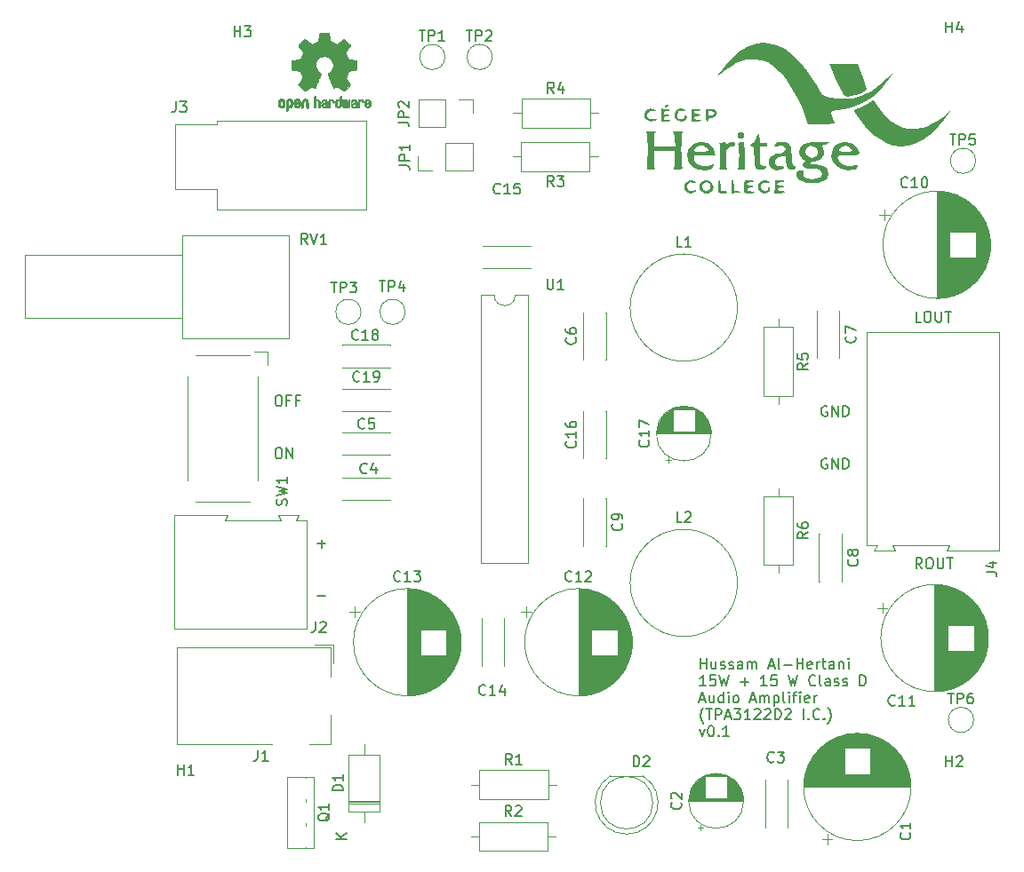
<source format=gto>
%TF.GenerationSoftware,KiCad,Pcbnew,8.0.5*%
%TF.CreationDate,2024-09-22T22:57:25-04:00*%
%TF.ProjectId,TPA3122D2_Amplifier,54504133-3132-4324-9432-5f416d706c69,rev?*%
%TF.SameCoordinates,Original*%
%TF.FileFunction,Legend,Top*%
%TF.FilePolarity,Positive*%
%FSLAX46Y46*%
G04 Gerber Fmt 4.6, Leading zero omitted, Abs format (unit mm)*
G04 Created by KiCad (PCBNEW 8.0.5) date 2024-09-22 22:57:25*
%MOMM*%
%LPD*%
G01*
G04 APERTURE LIST*
%ADD10C,0.200000*%
%ADD11C,0.150000*%
%ADD12C,0.120000*%
%ADD13C,0.000000*%
%ADD14C,0.010000*%
G04 APERTURE END LIST*
D10*
X162893482Y-91914838D02*
X162798244Y-91867219D01*
X162798244Y-91867219D02*
X162655387Y-91867219D01*
X162655387Y-91867219D02*
X162512530Y-91914838D01*
X162512530Y-91914838D02*
X162417292Y-92010076D01*
X162417292Y-92010076D02*
X162369673Y-92105314D01*
X162369673Y-92105314D02*
X162322054Y-92295790D01*
X162322054Y-92295790D02*
X162322054Y-92438647D01*
X162322054Y-92438647D02*
X162369673Y-92629123D01*
X162369673Y-92629123D02*
X162417292Y-92724361D01*
X162417292Y-92724361D02*
X162512530Y-92819600D01*
X162512530Y-92819600D02*
X162655387Y-92867219D01*
X162655387Y-92867219D02*
X162750625Y-92867219D01*
X162750625Y-92867219D02*
X162893482Y-92819600D01*
X162893482Y-92819600D02*
X162941101Y-92771980D01*
X162941101Y-92771980D02*
X162941101Y-92438647D01*
X162941101Y-92438647D02*
X162750625Y-92438647D01*
X163369673Y-92867219D02*
X163369673Y-91867219D01*
X163369673Y-91867219D02*
X163941101Y-92867219D01*
X163941101Y-92867219D02*
X163941101Y-91867219D01*
X164417292Y-92867219D02*
X164417292Y-91867219D01*
X164417292Y-91867219D02*
X164655387Y-91867219D01*
X164655387Y-91867219D02*
X164798244Y-91914838D01*
X164798244Y-91914838D02*
X164893482Y-92010076D01*
X164893482Y-92010076D02*
X164941101Y-92105314D01*
X164941101Y-92105314D02*
X164988720Y-92295790D01*
X164988720Y-92295790D02*
X164988720Y-92438647D01*
X164988720Y-92438647D02*
X164941101Y-92629123D01*
X164941101Y-92629123D02*
X164893482Y-92724361D01*
X164893482Y-92724361D02*
X164798244Y-92819600D01*
X164798244Y-92819600D02*
X164655387Y-92867219D01*
X164655387Y-92867219D02*
X164417292Y-92867219D01*
X162893482Y-86914838D02*
X162798244Y-86867219D01*
X162798244Y-86867219D02*
X162655387Y-86867219D01*
X162655387Y-86867219D02*
X162512530Y-86914838D01*
X162512530Y-86914838D02*
X162417292Y-87010076D01*
X162417292Y-87010076D02*
X162369673Y-87105314D01*
X162369673Y-87105314D02*
X162322054Y-87295790D01*
X162322054Y-87295790D02*
X162322054Y-87438647D01*
X162322054Y-87438647D02*
X162369673Y-87629123D01*
X162369673Y-87629123D02*
X162417292Y-87724361D01*
X162417292Y-87724361D02*
X162512530Y-87819600D01*
X162512530Y-87819600D02*
X162655387Y-87867219D01*
X162655387Y-87867219D02*
X162750625Y-87867219D01*
X162750625Y-87867219D02*
X162893482Y-87819600D01*
X162893482Y-87819600D02*
X162941101Y-87771980D01*
X162941101Y-87771980D02*
X162941101Y-87438647D01*
X162941101Y-87438647D02*
X162750625Y-87438647D01*
X163369673Y-87867219D02*
X163369673Y-86867219D01*
X163369673Y-86867219D02*
X163941101Y-87867219D01*
X163941101Y-87867219D02*
X163941101Y-86867219D01*
X164417292Y-87867219D02*
X164417292Y-86867219D01*
X164417292Y-86867219D02*
X164655387Y-86867219D01*
X164655387Y-86867219D02*
X164798244Y-86914838D01*
X164798244Y-86914838D02*
X164893482Y-87010076D01*
X164893482Y-87010076D02*
X164941101Y-87105314D01*
X164941101Y-87105314D02*
X164988720Y-87295790D01*
X164988720Y-87295790D02*
X164988720Y-87438647D01*
X164988720Y-87438647D02*
X164941101Y-87629123D01*
X164941101Y-87629123D02*
X164893482Y-87724361D01*
X164893482Y-87724361D02*
X164798244Y-87819600D01*
X164798244Y-87819600D02*
X164655387Y-87867219D01*
X164655387Y-87867219D02*
X164417292Y-87867219D01*
X110560149Y-90867219D02*
X110750625Y-90867219D01*
X110750625Y-90867219D02*
X110845863Y-90914838D01*
X110845863Y-90914838D02*
X110941101Y-91010076D01*
X110941101Y-91010076D02*
X110988720Y-91200552D01*
X110988720Y-91200552D02*
X110988720Y-91533885D01*
X110988720Y-91533885D02*
X110941101Y-91724361D01*
X110941101Y-91724361D02*
X110845863Y-91819600D01*
X110845863Y-91819600D02*
X110750625Y-91867219D01*
X110750625Y-91867219D02*
X110560149Y-91867219D01*
X110560149Y-91867219D02*
X110464911Y-91819600D01*
X110464911Y-91819600D02*
X110369673Y-91724361D01*
X110369673Y-91724361D02*
X110322054Y-91533885D01*
X110322054Y-91533885D02*
X110322054Y-91200552D01*
X110322054Y-91200552D02*
X110369673Y-91010076D01*
X110369673Y-91010076D02*
X110464911Y-90914838D01*
X110464911Y-90914838D02*
X110560149Y-90867219D01*
X111417292Y-91867219D02*
X111417292Y-90867219D01*
X111417292Y-90867219D02*
X111988720Y-91867219D01*
X111988720Y-91867219D02*
X111988720Y-90867219D01*
X110560149Y-85867219D02*
X110750625Y-85867219D01*
X110750625Y-85867219D02*
X110845863Y-85914838D01*
X110845863Y-85914838D02*
X110941101Y-86010076D01*
X110941101Y-86010076D02*
X110988720Y-86200552D01*
X110988720Y-86200552D02*
X110988720Y-86533885D01*
X110988720Y-86533885D02*
X110941101Y-86724361D01*
X110941101Y-86724361D02*
X110845863Y-86819600D01*
X110845863Y-86819600D02*
X110750625Y-86867219D01*
X110750625Y-86867219D02*
X110560149Y-86867219D01*
X110560149Y-86867219D02*
X110464911Y-86819600D01*
X110464911Y-86819600D02*
X110369673Y-86724361D01*
X110369673Y-86724361D02*
X110322054Y-86533885D01*
X110322054Y-86533885D02*
X110322054Y-86200552D01*
X110322054Y-86200552D02*
X110369673Y-86010076D01*
X110369673Y-86010076D02*
X110464911Y-85914838D01*
X110464911Y-85914838D02*
X110560149Y-85867219D01*
X111750625Y-86343409D02*
X111417292Y-86343409D01*
X111417292Y-86867219D02*
X111417292Y-85867219D01*
X111417292Y-85867219D02*
X111893482Y-85867219D01*
X112607768Y-86343409D02*
X112274435Y-86343409D01*
X112274435Y-86867219D02*
X112274435Y-85867219D01*
X112274435Y-85867219D02*
X112750625Y-85867219D01*
X114369673Y-99986266D02*
X115131578Y-99986266D01*
X114750625Y-100367219D02*
X114750625Y-99605314D01*
X171845863Y-78867219D02*
X171369673Y-78867219D01*
X171369673Y-78867219D02*
X171369673Y-77867219D01*
X172369673Y-77867219D02*
X172560149Y-77867219D01*
X172560149Y-77867219D02*
X172655387Y-77914838D01*
X172655387Y-77914838D02*
X172750625Y-78010076D01*
X172750625Y-78010076D02*
X172798244Y-78200552D01*
X172798244Y-78200552D02*
X172798244Y-78533885D01*
X172798244Y-78533885D02*
X172750625Y-78724361D01*
X172750625Y-78724361D02*
X172655387Y-78819600D01*
X172655387Y-78819600D02*
X172560149Y-78867219D01*
X172560149Y-78867219D02*
X172369673Y-78867219D01*
X172369673Y-78867219D02*
X172274435Y-78819600D01*
X172274435Y-78819600D02*
X172179197Y-78724361D01*
X172179197Y-78724361D02*
X172131578Y-78533885D01*
X172131578Y-78533885D02*
X172131578Y-78200552D01*
X172131578Y-78200552D02*
X172179197Y-78010076D01*
X172179197Y-78010076D02*
X172274435Y-77914838D01*
X172274435Y-77914838D02*
X172369673Y-77867219D01*
X173226816Y-77867219D02*
X173226816Y-78676742D01*
X173226816Y-78676742D02*
X173274435Y-78771980D01*
X173274435Y-78771980D02*
X173322054Y-78819600D01*
X173322054Y-78819600D02*
X173417292Y-78867219D01*
X173417292Y-78867219D02*
X173607768Y-78867219D01*
X173607768Y-78867219D02*
X173703006Y-78819600D01*
X173703006Y-78819600D02*
X173750625Y-78771980D01*
X173750625Y-78771980D02*
X173798244Y-78676742D01*
X173798244Y-78676742D02*
X173798244Y-77867219D01*
X174131578Y-77867219D02*
X174703006Y-77867219D01*
X174417292Y-78867219D02*
X174417292Y-77867219D01*
X171941101Y-102367219D02*
X171607768Y-101891028D01*
X171369673Y-102367219D02*
X171369673Y-101367219D01*
X171369673Y-101367219D02*
X171750625Y-101367219D01*
X171750625Y-101367219D02*
X171845863Y-101414838D01*
X171845863Y-101414838D02*
X171893482Y-101462457D01*
X171893482Y-101462457D02*
X171941101Y-101557695D01*
X171941101Y-101557695D02*
X171941101Y-101700552D01*
X171941101Y-101700552D02*
X171893482Y-101795790D01*
X171893482Y-101795790D02*
X171845863Y-101843409D01*
X171845863Y-101843409D02*
X171750625Y-101891028D01*
X171750625Y-101891028D02*
X171369673Y-101891028D01*
X172560149Y-101367219D02*
X172750625Y-101367219D01*
X172750625Y-101367219D02*
X172845863Y-101414838D01*
X172845863Y-101414838D02*
X172941101Y-101510076D01*
X172941101Y-101510076D02*
X172988720Y-101700552D01*
X172988720Y-101700552D02*
X172988720Y-102033885D01*
X172988720Y-102033885D02*
X172941101Y-102224361D01*
X172941101Y-102224361D02*
X172845863Y-102319600D01*
X172845863Y-102319600D02*
X172750625Y-102367219D01*
X172750625Y-102367219D02*
X172560149Y-102367219D01*
X172560149Y-102367219D02*
X172464911Y-102319600D01*
X172464911Y-102319600D02*
X172369673Y-102224361D01*
X172369673Y-102224361D02*
X172322054Y-102033885D01*
X172322054Y-102033885D02*
X172322054Y-101700552D01*
X172322054Y-101700552D02*
X172369673Y-101510076D01*
X172369673Y-101510076D02*
X172464911Y-101414838D01*
X172464911Y-101414838D02*
X172560149Y-101367219D01*
X173417292Y-101367219D02*
X173417292Y-102176742D01*
X173417292Y-102176742D02*
X173464911Y-102271980D01*
X173464911Y-102271980D02*
X173512530Y-102319600D01*
X173512530Y-102319600D02*
X173607768Y-102367219D01*
X173607768Y-102367219D02*
X173798244Y-102367219D01*
X173798244Y-102367219D02*
X173893482Y-102319600D01*
X173893482Y-102319600D02*
X173941101Y-102271980D01*
X173941101Y-102271980D02*
X173988720Y-102176742D01*
X173988720Y-102176742D02*
X173988720Y-101367219D01*
X174322054Y-101367219D02*
X174893482Y-101367219D01*
X174607768Y-102367219D02*
X174607768Y-101367219D01*
X114369673Y-104986266D02*
X115131578Y-104986266D01*
D11*
X150836779Y-111930043D02*
X150836779Y-110930043D01*
X150836779Y-111406233D02*
X151408207Y-111406233D01*
X151408207Y-111930043D02*
X151408207Y-110930043D01*
X152312969Y-111263376D02*
X152312969Y-111930043D01*
X151884398Y-111263376D02*
X151884398Y-111787185D01*
X151884398Y-111787185D02*
X151932017Y-111882424D01*
X151932017Y-111882424D02*
X152027255Y-111930043D01*
X152027255Y-111930043D02*
X152170112Y-111930043D01*
X152170112Y-111930043D02*
X152265350Y-111882424D01*
X152265350Y-111882424D02*
X152312969Y-111834804D01*
X152741541Y-111882424D02*
X152836779Y-111930043D01*
X152836779Y-111930043D02*
X153027255Y-111930043D01*
X153027255Y-111930043D02*
X153122493Y-111882424D01*
X153122493Y-111882424D02*
X153170112Y-111787185D01*
X153170112Y-111787185D02*
X153170112Y-111739566D01*
X153170112Y-111739566D02*
X153122493Y-111644328D01*
X153122493Y-111644328D02*
X153027255Y-111596709D01*
X153027255Y-111596709D02*
X152884398Y-111596709D01*
X152884398Y-111596709D02*
X152789160Y-111549090D01*
X152789160Y-111549090D02*
X152741541Y-111453852D01*
X152741541Y-111453852D02*
X152741541Y-111406233D01*
X152741541Y-111406233D02*
X152789160Y-111310995D01*
X152789160Y-111310995D02*
X152884398Y-111263376D01*
X152884398Y-111263376D02*
X153027255Y-111263376D01*
X153027255Y-111263376D02*
X153122493Y-111310995D01*
X153551065Y-111882424D02*
X153646303Y-111930043D01*
X153646303Y-111930043D02*
X153836779Y-111930043D01*
X153836779Y-111930043D02*
X153932017Y-111882424D01*
X153932017Y-111882424D02*
X153979636Y-111787185D01*
X153979636Y-111787185D02*
X153979636Y-111739566D01*
X153979636Y-111739566D02*
X153932017Y-111644328D01*
X153932017Y-111644328D02*
X153836779Y-111596709D01*
X153836779Y-111596709D02*
X153693922Y-111596709D01*
X153693922Y-111596709D02*
X153598684Y-111549090D01*
X153598684Y-111549090D02*
X153551065Y-111453852D01*
X153551065Y-111453852D02*
X153551065Y-111406233D01*
X153551065Y-111406233D02*
X153598684Y-111310995D01*
X153598684Y-111310995D02*
X153693922Y-111263376D01*
X153693922Y-111263376D02*
X153836779Y-111263376D01*
X153836779Y-111263376D02*
X153932017Y-111310995D01*
X154836779Y-111930043D02*
X154836779Y-111406233D01*
X154836779Y-111406233D02*
X154789160Y-111310995D01*
X154789160Y-111310995D02*
X154693922Y-111263376D01*
X154693922Y-111263376D02*
X154503446Y-111263376D01*
X154503446Y-111263376D02*
X154408208Y-111310995D01*
X154836779Y-111882424D02*
X154741541Y-111930043D01*
X154741541Y-111930043D02*
X154503446Y-111930043D01*
X154503446Y-111930043D02*
X154408208Y-111882424D01*
X154408208Y-111882424D02*
X154360589Y-111787185D01*
X154360589Y-111787185D02*
X154360589Y-111691947D01*
X154360589Y-111691947D02*
X154408208Y-111596709D01*
X154408208Y-111596709D02*
X154503446Y-111549090D01*
X154503446Y-111549090D02*
X154741541Y-111549090D01*
X154741541Y-111549090D02*
X154836779Y-111501471D01*
X155312970Y-111930043D02*
X155312970Y-111263376D01*
X155312970Y-111358614D02*
X155360589Y-111310995D01*
X155360589Y-111310995D02*
X155455827Y-111263376D01*
X155455827Y-111263376D02*
X155598684Y-111263376D01*
X155598684Y-111263376D02*
X155693922Y-111310995D01*
X155693922Y-111310995D02*
X155741541Y-111406233D01*
X155741541Y-111406233D02*
X155741541Y-111930043D01*
X155741541Y-111406233D02*
X155789160Y-111310995D01*
X155789160Y-111310995D02*
X155884398Y-111263376D01*
X155884398Y-111263376D02*
X156027255Y-111263376D01*
X156027255Y-111263376D02*
X156122494Y-111310995D01*
X156122494Y-111310995D02*
X156170113Y-111406233D01*
X156170113Y-111406233D02*
X156170113Y-111930043D01*
X157360589Y-111644328D02*
X157836779Y-111644328D01*
X157265351Y-111930043D02*
X157598684Y-110930043D01*
X157598684Y-110930043D02*
X157932017Y-111930043D01*
X158408208Y-111930043D02*
X158312970Y-111882424D01*
X158312970Y-111882424D02*
X158265351Y-111787185D01*
X158265351Y-111787185D02*
X158265351Y-110930043D01*
X158789161Y-111549090D02*
X159551066Y-111549090D01*
X160027256Y-111930043D02*
X160027256Y-110930043D01*
X160027256Y-111406233D02*
X160598684Y-111406233D01*
X160598684Y-111930043D02*
X160598684Y-110930043D01*
X161455827Y-111882424D02*
X161360589Y-111930043D01*
X161360589Y-111930043D02*
X161170113Y-111930043D01*
X161170113Y-111930043D02*
X161074875Y-111882424D01*
X161074875Y-111882424D02*
X161027256Y-111787185D01*
X161027256Y-111787185D02*
X161027256Y-111406233D01*
X161027256Y-111406233D02*
X161074875Y-111310995D01*
X161074875Y-111310995D02*
X161170113Y-111263376D01*
X161170113Y-111263376D02*
X161360589Y-111263376D01*
X161360589Y-111263376D02*
X161455827Y-111310995D01*
X161455827Y-111310995D02*
X161503446Y-111406233D01*
X161503446Y-111406233D02*
X161503446Y-111501471D01*
X161503446Y-111501471D02*
X161027256Y-111596709D01*
X161932018Y-111930043D02*
X161932018Y-111263376D01*
X161932018Y-111453852D02*
X161979637Y-111358614D01*
X161979637Y-111358614D02*
X162027256Y-111310995D01*
X162027256Y-111310995D02*
X162122494Y-111263376D01*
X162122494Y-111263376D02*
X162217732Y-111263376D01*
X162408209Y-111263376D02*
X162789161Y-111263376D01*
X162551066Y-110930043D02*
X162551066Y-111787185D01*
X162551066Y-111787185D02*
X162598685Y-111882424D01*
X162598685Y-111882424D02*
X162693923Y-111930043D01*
X162693923Y-111930043D02*
X162789161Y-111930043D01*
X163551066Y-111930043D02*
X163551066Y-111406233D01*
X163551066Y-111406233D02*
X163503447Y-111310995D01*
X163503447Y-111310995D02*
X163408209Y-111263376D01*
X163408209Y-111263376D02*
X163217733Y-111263376D01*
X163217733Y-111263376D02*
X163122495Y-111310995D01*
X163551066Y-111882424D02*
X163455828Y-111930043D01*
X163455828Y-111930043D02*
X163217733Y-111930043D01*
X163217733Y-111930043D02*
X163122495Y-111882424D01*
X163122495Y-111882424D02*
X163074876Y-111787185D01*
X163074876Y-111787185D02*
X163074876Y-111691947D01*
X163074876Y-111691947D02*
X163122495Y-111596709D01*
X163122495Y-111596709D02*
X163217733Y-111549090D01*
X163217733Y-111549090D02*
X163455828Y-111549090D01*
X163455828Y-111549090D02*
X163551066Y-111501471D01*
X164027257Y-111263376D02*
X164027257Y-111930043D01*
X164027257Y-111358614D02*
X164074876Y-111310995D01*
X164074876Y-111310995D02*
X164170114Y-111263376D01*
X164170114Y-111263376D02*
X164312971Y-111263376D01*
X164312971Y-111263376D02*
X164408209Y-111310995D01*
X164408209Y-111310995D02*
X164455828Y-111406233D01*
X164455828Y-111406233D02*
X164455828Y-111930043D01*
X164932019Y-111930043D02*
X164932019Y-111263376D01*
X164932019Y-110930043D02*
X164884400Y-110977662D01*
X164884400Y-110977662D02*
X164932019Y-111025281D01*
X164932019Y-111025281D02*
X164979638Y-110977662D01*
X164979638Y-110977662D02*
X164932019Y-110930043D01*
X164932019Y-110930043D02*
X164932019Y-111025281D01*
X151360588Y-113539987D02*
X150789160Y-113539987D01*
X151074874Y-113539987D02*
X151074874Y-112539987D01*
X151074874Y-112539987D02*
X150979636Y-112682844D01*
X150979636Y-112682844D02*
X150884398Y-112778082D01*
X150884398Y-112778082D02*
X150789160Y-112825701D01*
X152265350Y-112539987D02*
X151789160Y-112539987D01*
X151789160Y-112539987D02*
X151741541Y-113016177D01*
X151741541Y-113016177D02*
X151789160Y-112968558D01*
X151789160Y-112968558D02*
X151884398Y-112920939D01*
X151884398Y-112920939D02*
X152122493Y-112920939D01*
X152122493Y-112920939D02*
X152217731Y-112968558D01*
X152217731Y-112968558D02*
X152265350Y-113016177D01*
X152265350Y-113016177D02*
X152312969Y-113111415D01*
X152312969Y-113111415D02*
X152312969Y-113349510D01*
X152312969Y-113349510D02*
X152265350Y-113444748D01*
X152265350Y-113444748D02*
X152217731Y-113492368D01*
X152217731Y-113492368D02*
X152122493Y-113539987D01*
X152122493Y-113539987D02*
X151884398Y-113539987D01*
X151884398Y-113539987D02*
X151789160Y-113492368D01*
X151789160Y-113492368D02*
X151741541Y-113444748D01*
X152646303Y-112539987D02*
X152884398Y-113539987D01*
X152884398Y-113539987D02*
X153074874Y-112825701D01*
X153074874Y-112825701D02*
X153265350Y-113539987D01*
X153265350Y-113539987D02*
X153503446Y-112539987D01*
X154646303Y-113159034D02*
X155408208Y-113159034D01*
X155027255Y-113539987D02*
X155027255Y-112778082D01*
X157170112Y-113539987D02*
X156598684Y-113539987D01*
X156884398Y-113539987D02*
X156884398Y-112539987D01*
X156884398Y-112539987D02*
X156789160Y-112682844D01*
X156789160Y-112682844D02*
X156693922Y-112778082D01*
X156693922Y-112778082D02*
X156598684Y-112825701D01*
X158074874Y-112539987D02*
X157598684Y-112539987D01*
X157598684Y-112539987D02*
X157551065Y-113016177D01*
X157551065Y-113016177D02*
X157598684Y-112968558D01*
X157598684Y-112968558D02*
X157693922Y-112920939D01*
X157693922Y-112920939D02*
X157932017Y-112920939D01*
X157932017Y-112920939D02*
X158027255Y-112968558D01*
X158027255Y-112968558D02*
X158074874Y-113016177D01*
X158074874Y-113016177D02*
X158122493Y-113111415D01*
X158122493Y-113111415D02*
X158122493Y-113349510D01*
X158122493Y-113349510D02*
X158074874Y-113444748D01*
X158074874Y-113444748D02*
X158027255Y-113492368D01*
X158027255Y-113492368D02*
X157932017Y-113539987D01*
X157932017Y-113539987D02*
X157693922Y-113539987D01*
X157693922Y-113539987D02*
X157598684Y-113492368D01*
X157598684Y-113492368D02*
X157551065Y-113444748D01*
X159217732Y-112539987D02*
X159455827Y-113539987D01*
X159455827Y-113539987D02*
X159646303Y-112825701D01*
X159646303Y-112825701D02*
X159836779Y-113539987D01*
X159836779Y-113539987D02*
X160074875Y-112539987D01*
X161789160Y-113444748D02*
X161741541Y-113492368D01*
X161741541Y-113492368D02*
X161598684Y-113539987D01*
X161598684Y-113539987D02*
X161503446Y-113539987D01*
X161503446Y-113539987D02*
X161360589Y-113492368D01*
X161360589Y-113492368D02*
X161265351Y-113397129D01*
X161265351Y-113397129D02*
X161217732Y-113301891D01*
X161217732Y-113301891D02*
X161170113Y-113111415D01*
X161170113Y-113111415D02*
X161170113Y-112968558D01*
X161170113Y-112968558D02*
X161217732Y-112778082D01*
X161217732Y-112778082D02*
X161265351Y-112682844D01*
X161265351Y-112682844D02*
X161360589Y-112587606D01*
X161360589Y-112587606D02*
X161503446Y-112539987D01*
X161503446Y-112539987D02*
X161598684Y-112539987D01*
X161598684Y-112539987D02*
X161741541Y-112587606D01*
X161741541Y-112587606D02*
X161789160Y-112635225D01*
X162360589Y-113539987D02*
X162265351Y-113492368D01*
X162265351Y-113492368D02*
X162217732Y-113397129D01*
X162217732Y-113397129D02*
X162217732Y-112539987D01*
X163170113Y-113539987D02*
X163170113Y-113016177D01*
X163170113Y-113016177D02*
X163122494Y-112920939D01*
X163122494Y-112920939D02*
X163027256Y-112873320D01*
X163027256Y-112873320D02*
X162836780Y-112873320D01*
X162836780Y-112873320D02*
X162741542Y-112920939D01*
X163170113Y-113492368D02*
X163074875Y-113539987D01*
X163074875Y-113539987D02*
X162836780Y-113539987D01*
X162836780Y-113539987D02*
X162741542Y-113492368D01*
X162741542Y-113492368D02*
X162693923Y-113397129D01*
X162693923Y-113397129D02*
X162693923Y-113301891D01*
X162693923Y-113301891D02*
X162741542Y-113206653D01*
X162741542Y-113206653D02*
X162836780Y-113159034D01*
X162836780Y-113159034D02*
X163074875Y-113159034D01*
X163074875Y-113159034D02*
X163170113Y-113111415D01*
X163598685Y-113492368D02*
X163693923Y-113539987D01*
X163693923Y-113539987D02*
X163884399Y-113539987D01*
X163884399Y-113539987D02*
X163979637Y-113492368D01*
X163979637Y-113492368D02*
X164027256Y-113397129D01*
X164027256Y-113397129D02*
X164027256Y-113349510D01*
X164027256Y-113349510D02*
X163979637Y-113254272D01*
X163979637Y-113254272D02*
X163884399Y-113206653D01*
X163884399Y-113206653D02*
X163741542Y-113206653D01*
X163741542Y-113206653D02*
X163646304Y-113159034D01*
X163646304Y-113159034D02*
X163598685Y-113063796D01*
X163598685Y-113063796D02*
X163598685Y-113016177D01*
X163598685Y-113016177D02*
X163646304Y-112920939D01*
X163646304Y-112920939D02*
X163741542Y-112873320D01*
X163741542Y-112873320D02*
X163884399Y-112873320D01*
X163884399Y-112873320D02*
X163979637Y-112920939D01*
X164408209Y-113492368D02*
X164503447Y-113539987D01*
X164503447Y-113539987D02*
X164693923Y-113539987D01*
X164693923Y-113539987D02*
X164789161Y-113492368D01*
X164789161Y-113492368D02*
X164836780Y-113397129D01*
X164836780Y-113397129D02*
X164836780Y-113349510D01*
X164836780Y-113349510D02*
X164789161Y-113254272D01*
X164789161Y-113254272D02*
X164693923Y-113206653D01*
X164693923Y-113206653D02*
X164551066Y-113206653D01*
X164551066Y-113206653D02*
X164455828Y-113159034D01*
X164455828Y-113159034D02*
X164408209Y-113063796D01*
X164408209Y-113063796D02*
X164408209Y-113016177D01*
X164408209Y-113016177D02*
X164455828Y-112920939D01*
X164455828Y-112920939D02*
X164551066Y-112873320D01*
X164551066Y-112873320D02*
X164693923Y-112873320D01*
X164693923Y-112873320D02*
X164789161Y-112920939D01*
X166027257Y-113539987D02*
X166027257Y-112539987D01*
X166027257Y-112539987D02*
X166265352Y-112539987D01*
X166265352Y-112539987D02*
X166408209Y-112587606D01*
X166408209Y-112587606D02*
X166503447Y-112682844D01*
X166503447Y-112682844D02*
X166551066Y-112778082D01*
X166551066Y-112778082D02*
X166598685Y-112968558D01*
X166598685Y-112968558D02*
X166598685Y-113111415D01*
X166598685Y-113111415D02*
X166551066Y-113301891D01*
X166551066Y-113301891D02*
X166503447Y-113397129D01*
X166503447Y-113397129D02*
X166408209Y-113492368D01*
X166408209Y-113492368D02*
X166265352Y-113539987D01*
X166265352Y-113539987D02*
X166027257Y-113539987D01*
X150789160Y-114864216D02*
X151265350Y-114864216D01*
X150693922Y-115149931D02*
X151027255Y-114149931D01*
X151027255Y-114149931D02*
X151360588Y-115149931D01*
X152122493Y-114483264D02*
X152122493Y-115149931D01*
X151693922Y-114483264D02*
X151693922Y-115007073D01*
X151693922Y-115007073D02*
X151741541Y-115102312D01*
X151741541Y-115102312D02*
X151836779Y-115149931D01*
X151836779Y-115149931D02*
X151979636Y-115149931D01*
X151979636Y-115149931D02*
X152074874Y-115102312D01*
X152074874Y-115102312D02*
X152122493Y-115054692D01*
X153027255Y-115149931D02*
X153027255Y-114149931D01*
X153027255Y-115102312D02*
X152932017Y-115149931D01*
X152932017Y-115149931D02*
X152741541Y-115149931D01*
X152741541Y-115149931D02*
X152646303Y-115102312D01*
X152646303Y-115102312D02*
X152598684Y-115054692D01*
X152598684Y-115054692D02*
X152551065Y-114959454D01*
X152551065Y-114959454D02*
X152551065Y-114673740D01*
X152551065Y-114673740D02*
X152598684Y-114578502D01*
X152598684Y-114578502D02*
X152646303Y-114530883D01*
X152646303Y-114530883D02*
X152741541Y-114483264D01*
X152741541Y-114483264D02*
X152932017Y-114483264D01*
X152932017Y-114483264D02*
X153027255Y-114530883D01*
X153503446Y-115149931D02*
X153503446Y-114483264D01*
X153503446Y-114149931D02*
X153455827Y-114197550D01*
X153455827Y-114197550D02*
X153503446Y-114245169D01*
X153503446Y-114245169D02*
X153551065Y-114197550D01*
X153551065Y-114197550D02*
X153503446Y-114149931D01*
X153503446Y-114149931D02*
X153503446Y-114245169D01*
X154122493Y-115149931D02*
X154027255Y-115102312D01*
X154027255Y-115102312D02*
X153979636Y-115054692D01*
X153979636Y-115054692D02*
X153932017Y-114959454D01*
X153932017Y-114959454D02*
X153932017Y-114673740D01*
X153932017Y-114673740D02*
X153979636Y-114578502D01*
X153979636Y-114578502D02*
X154027255Y-114530883D01*
X154027255Y-114530883D02*
X154122493Y-114483264D01*
X154122493Y-114483264D02*
X154265350Y-114483264D01*
X154265350Y-114483264D02*
X154360588Y-114530883D01*
X154360588Y-114530883D02*
X154408207Y-114578502D01*
X154408207Y-114578502D02*
X154455826Y-114673740D01*
X154455826Y-114673740D02*
X154455826Y-114959454D01*
X154455826Y-114959454D02*
X154408207Y-115054692D01*
X154408207Y-115054692D02*
X154360588Y-115102312D01*
X154360588Y-115102312D02*
X154265350Y-115149931D01*
X154265350Y-115149931D02*
X154122493Y-115149931D01*
X155598684Y-114864216D02*
X156074874Y-114864216D01*
X155503446Y-115149931D02*
X155836779Y-114149931D01*
X155836779Y-114149931D02*
X156170112Y-115149931D01*
X156503446Y-115149931D02*
X156503446Y-114483264D01*
X156503446Y-114578502D02*
X156551065Y-114530883D01*
X156551065Y-114530883D02*
X156646303Y-114483264D01*
X156646303Y-114483264D02*
X156789160Y-114483264D01*
X156789160Y-114483264D02*
X156884398Y-114530883D01*
X156884398Y-114530883D02*
X156932017Y-114626121D01*
X156932017Y-114626121D02*
X156932017Y-115149931D01*
X156932017Y-114626121D02*
X156979636Y-114530883D01*
X156979636Y-114530883D02*
X157074874Y-114483264D01*
X157074874Y-114483264D02*
X157217731Y-114483264D01*
X157217731Y-114483264D02*
X157312970Y-114530883D01*
X157312970Y-114530883D02*
X157360589Y-114626121D01*
X157360589Y-114626121D02*
X157360589Y-115149931D01*
X157836779Y-114483264D02*
X157836779Y-115483264D01*
X157836779Y-114530883D02*
X157932017Y-114483264D01*
X157932017Y-114483264D02*
X158122493Y-114483264D01*
X158122493Y-114483264D02*
X158217731Y-114530883D01*
X158217731Y-114530883D02*
X158265350Y-114578502D01*
X158265350Y-114578502D02*
X158312969Y-114673740D01*
X158312969Y-114673740D02*
X158312969Y-114959454D01*
X158312969Y-114959454D02*
X158265350Y-115054692D01*
X158265350Y-115054692D02*
X158217731Y-115102312D01*
X158217731Y-115102312D02*
X158122493Y-115149931D01*
X158122493Y-115149931D02*
X157932017Y-115149931D01*
X157932017Y-115149931D02*
X157836779Y-115102312D01*
X158884398Y-115149931D02*
X158789160Y-115102312D01*
X158789160Y-115102312D02*
X158741541Y-115007073D01*
X158741541Y-115007073D02*
X158741541Y-114149931D01*
X159265351Y-115149931D02*
X159265351Y-114483264D01*
X159265351Y-114149931D02*
X159217732Y-114197550D01*
X159217732Y-114197550D02*
X159265351Y-114245169D01*
X159265351Y-114245169D02*
X159312970Y-114197550D01*
X159312970Y-114197550D02*
X159265351Y-114149931D01*
X159265351Y-114149931D02*
X159265351Y-114245169D01*
X159598684Y-114483264D02*
X159979636Y-114483264D01*
X159741541Y-115149931D02*
X159741541Y-114292788D01*
X159741541Y-114292788D02*
X159789160Y-114197550D01*
X159789160Y-114197550D02*
X159884398Y-114149931D01*
X159884398Y-114149931D02*
X159979636Y-114149931D01*
X160312970Y-115149931D02*
X160312970Y-114483264D01*
X160312970Y-114149931D02*
X160265351Y-114197550D01*
X160265351Y-114197550D02*
X160312970Y-114245169D01*
X160312970Y-114245169D02*
X160360589Y-114197550D01*
X160360589Y-114197550D02*
X160312970Y-114149931D01*
X160312970Y-114149931D02*
X160312970Y-114245169D01*
X161170112Y-115102312D02*
X161074874Y-115149931D01*
X161074874Y-115149931D02*
X160884398Y-115149931D01*
X160884398Y-115149931D02*
X160789160Y-115102312D01*
X160789160Y-115102312D02*
X160741541Y-115007073D01*
X160741541Y-115007073D02*
X160741541Y-114626121D01*
X160741541Y-114626121D02*
X160789160Y-114530883D01*
X160789160Y-114530883D02*
X160884398Y-114483264D01*
X160884398Y-114483264D02*
X161074874Y-114483264D01*
X161074874Y-114483264D02*
X161170112Y-114530883D01*
X161170112Y-114530883D02*
X161217731Y-114626121D01*
X161217731Y-114626121D02*
X161217731Y-114721359D01*
X161217731Y-114721359D02*
X160741541Y-114816597D01*
X161646303Y-115149931D02*
X161646303Y-114483264D01*
X161646303Y-114673740D02*
X161693922Y-114578502D01*
X161693922Y-114578502D02*
X161741541Y-114530883D01*
X161741541Y-114530883D02*
X161836779Y-114483264D01*
X161836779Y-114483264D02*
X161932017Y-114483264D01*
X151122493Y-117140827D02*
X151074874Y-117093208D01*
X151074874Y-117093208D02*
X150979636Y-116950351D01*
X150979636Y-116950351D02*
X150932017Y-116855113D01*
X150932017Y-116855113D02*
X150884398Y-116712256D01*
X150884398Y-116712256D02*
X150836779Y-116474160D01*
X150836779Y-116474160D02*
X150836779Y-116283684D01*
X150836779Y-116283684D02*
X150884398Y-116045589D01*
X150884398Y-116045589D02*
X150932017Y-115902732D01*
X150932017Y-115902732D02*
X150979636Y-115807494D01*
X150979636Y-115807494D02*
X151074874Y-115664636D01*
X151074874Y-115664636D02*
X151122493Y-115617017D01*
X151360589Y-115759875D02*
X151932017Y-115759875D01*
X151646303Y-116759875D02*
X151646303Y-115759875D01*
X152265351Y-116759875D02*
X152265351Y-115759875D01*
X152265351Y-115759875D02*
X152646303Y-115759875D01*
X152646303Y-115759875D02*
X152741541Y-115807494D01*
X152741541Y-115807494D02*
X152789160Y-115855113D01*
X152789160Y-115855113D02*
X152836779Y-115950351D01*
X152836779Y-115950351D02*
X152836779Y-116093208D01*
X152836779Y-116093208D02*
X152789160Y-116188446D01*
X152789160Y-116188446D02*
X152741541Y-116236065D01*
X152741541Y-116236065D02*
X152646303Y-116283684D01*
X152646303Y-116283684D02*
X152265351Y-116283684D01*
X153217732Y-116474160D02*
X153693922Y-116474160D01*
X153122494Y-116759875D02*
X153455827Y-115759875D01*
X153455827Y-115759875D02*
X153789160Y-116759875D01*
X154027256Y-115759875D02*
X154646303Y-115759875D01*
X154646303Y-115759875D02*
X154312970Y-116140827D01*
X154312970Y-116140827D02*
X154455827Y-116140827D01*
X154455827Y-116140827D02*
X154551065Y-116188446D01*
X154551065Y-116188446D02*
X154598684Y-116236065D01*
X154598684Y-116236065D02*
X154646303Y-116331303D01*
X154646303Y-116331303D02*
X154646303Y-116569398D01*
X154646303Y-116569398D02*
X154598684Y-116664636D01*
X154598684Y-116664636D02*
X154551065Y-116712256D01*
X154551065Y-116712256D02*
X154455827Y-116759875D01*
X154455827Y-116759875D02*
X154170113Y-116759875D01*
X154170113Y-116759875D02*
X154074875Y-116712256D01*
X154074875Y-116712256D02*
X154027256Y-116664636D01*
X155598684Y-116759875D02*
X155027256Y-116759875D01*
X155312970Y-116759875D02*
X155312970Y-115759875D01*
X155312970Y-115759875D02*
X155217732Y-115902732D01*
X155217732Y-115902732D02*
X155122494Y-115997970D01*
X155122494Y-115997970D02*
X155027256Y-116045589D01*
X155979637Y-115855113D02*
X156027256Y-115807494D01*
X156027256Y-115807494D02*
X156122494Y-115759875D01*
X156122494Y-115759875D02*
X156360589Y-115759875D01*
X156360589Y-115759875D02*
X156455827Y-115807494D01*
X156455827Y-115807494D02*
X156503446Y-115855113D01*
X156503446Y-115855113D02*
X156551065Y-115950351D01*
X156551065Y-115950351D02*
X156551065Y-116045589D01*
X156551065Y-116045589D02*
X156503446Y-116188446D01*
X156503446Y-116188446D02*
X155932018Y-116759875D01*
X155932018Y-116759875D02*
X156551065Y-116759875D01*
X156932018Y-115855113D02*
X156979637Y-115807494D01*
X156979637Y-115807494D02*
X157074875Y-115759875D01*
X157074875Y-115759875D02*
X157312970Y-115759875D01*
X157312970Y-115759875D02*
X157408208Y-115807494D01*
X157408208Y-115807494D02*
X157455827Y-115855113D01*
X157455827Y-115855113D02*
X157503446Y-115950351D01*
X157503446Y-115950351D02*
X157503446Y-116045589D01*
X157503446Y-116045589D02*
X157455827Y-116188446D01*
X157455827Y-116188446D02*
X156884399Y-116759875D01*
X156884399Y-116759875D02*
X157503446Y-116759875D01*
X157932018Y-116759875D02*
X157932018Y-115759875D01*
X157932018Y-115759875D02*
X158170113Y-115759875D01*
X158170113Y-115759875D02*
X158312970Y-115807494D01*
X158312970Y-115807494D02*
X158408208Y-115902732D01*
X158408208Y-115902732D02*
X158455827Y-115997970D01*
X158455827Y-115997970D02*
X158503446Y-116188446D01*
X158503446Y-116188446D02*
X158503446Y-116331303D01*
X158503446Y-116331303D02*
X158455827Y-116521779D01*
X158455827Y-116521779D02*
X158408208Y-116617017D01*
X158408208Y-116617017D02*
X158312970Y-116712256D01*
X158312970Y-116712256D02*
X158170113Y-116759875D01*
X158170113Y-116759875D02*
X157932018Y-116759875D01*
X158884399Y-115855113D02*
X158932018Y-115807494D01*
X158932018Y-115807494D02*
X159027256Y-115759875D01*
X159027256Y-115759875D02*
X159265351Y-115759875D01*
X159265351Y-115759875D02*
X159360589Y-115807494D01*
X159360589Y-115807494D02*
X159408208Y-115855113D01*
X159408208Y-115855113D02*
X159455827Y-115950351D01*
X159455827Y-115950351D02*
X159455827Y-116045589D01*
X159455827Y-116045589D02*
X159408208Y-116188446D01*
X159408208Y-116188446D02*
X158836780Y-116759875D01*
X158836780Y-116759875D02*
X159455827Y-116759875D01*
X160646304Y-116759875D02*
X160646304Y-115759875D01*
X161122494Y-116664636D02*
X161170113Y-116712256D01*
X161170113Y-116712256D02*
X161122494Y-116759875D01*
X161122494Y-116759875D02*
X161074875Y-116712256D01*
X161074875Y-116712256D02*
X161122494Y-116664636D01*
X161122494Y-116664636D02*
X161122494Y-116759875D01*
X162170112Y-116664636D02*
X162122493Y-116712256D01*
X162122493Y-116712256D02*
X161979636Y-116759875D01*
X161979636Y-116759875D02*
X161884398Y-116759875D01*
X161884398Y-116759875D02*
X161741541Y-116712256D01*
X161741541Y-116712256D02*
X161646303Y-116617017D01*
X161646303Y-116617017D02*
X161598684Y-116521779D01*
X161598684Y-116521779D02*
X161551065Y-116331303D01*
X161551065Y-116331303D02*
X161551065Y-116188446D01*
X161551065Y-116188446D02*
X161598684Y-115997970D01*
X161598684Y-115997970D02*
X161646303Y-115902732D01*
X161646303Y-115902732D02*
X161741541Y-115807494D01*
X161741541Y-115807494D02*
X161884398Y-115759875D01*
X161884398Y-115759875D02*
X161979636Y-115759875D01*
X161979636Y-115759875D02*
X162122493Y-115807494D01*
X162122493Y-115807494D02*
X162170112Y-115855113D01*
X162598684Y-116664636D02*
X162646303Y-116712256D01*
X162646303Y-116712256D02*
X162598684Y-116759875D01*
X162598684Y-116759875D02*
X162551065Y-116712256D01*
X162551065Y-116712256D02*
X162598684Y-116664636D01*
X162598684Y-116664636D02*
X162598684Y-116759875D01*
X162979636Y-117140827D02*
X163027255Y-117093208D01*
X163027255Y-117093208D02*
X163122493Y-116950351D01*
X163122493Y-116950351D02*
X163170112Y-116855113D01*
X163170112Y-116855113D02*
X163217731Y-116712256D01*
X163217731Y-116712256D02*
X163265350Y-116474160D01*
X163265350Y-116474160D02*
X163265350Y-116283684D01*
X163265350Y-116283684D02*
X163217731Y-116045589D01*
X163217731Y-116045589D02*
X163170112Y-115902732D01*
X163170112Y-115902732D02*
X163122493Y-115807494D01*
X163122493Y-115807494D02*
X163027255Y-115664636D01*
X163027255Y-115664636D02*
X162979636Y-115617017D01*
X150741541Y-117703152D02*
X150979636Y-118369819D01*
X150979636Y-118369819D02*
X151217731Y-117703152D01*
X151789160Y-117369819D02*
X151884398Y-117369819D01*
X151884398Y-117369819D02*
X151979636Y-117417438D01*
X151979636Y-117417438D02*
X152027255Y-117465057D01*
X152027255Y-117465057D02*
X152074874Y-117560295D01*
X152074874Y-117560295D02*
X152122493Y-117750771D01*
X152122493Y-117750771D02*
X152122493Y-117988866D01*
X152122493Y-117988866D02*
X152074874Y-118179342D01*
X152074874Y-118179342D02*
X152027255Y-118274580D01*
X152027255Y-118274580D02*
X151979636Y-118322200D01*
X151979636Y-118322200D02*
X151884398Y-118369819D01*
X151884398Y-118369819D02*
X151789160Y-118369819D01*
X151789160Y-118369819D02*
X151693922Y-118322200D01*
X151693922Y-118322200D02*
X151646303Y-118274580D01*
X151646303Y-118274580D02*
X151598684Y-118179342D01*
X151598684Y-118179342D02*
X151551065Y-117988866D01*
X151551065Y-117988866D02*
X151551065Y-117750771D01*
X151551065Y-117750771D02*
X151598684Y-117560295D01*
X151598684Y-117560295D02*
X151646303Y-117465057D01*
X151646303Y-117465057D02*
X151693922Y-117417438D01*
X151693922Y-117417438D02*
X151789160Y-117369819D01*
X152551065Y-118274580D02*
X152598684Y-118322200D01*
X152598684Y-118322200D02*
X152551065Y-118369819D01*
X152551065Y-118369819D02*
X152503446Y-118322200D01*
X152503446Y-118322200D02*
X152551065Y-118274580D01*
X152551065Y-118274580D02*
X152551065Y-118369819D01*
X153551064Y-118369819D02*
X152979636Y-118369819D01*
X153265350Y-118369819D02*
X153265350Y-117369819D01*
X153265350Y-117369819D02*
X153170112Y-117512676D01*
X153170112Y-117512676D02*
X153074874Y-117607914D01*
X153074874Y-117607914D02*
X152979636Y-117655533D01*
X122054819Y-59833333D02*
X122769104Y-59833333D01*
X122769104Y-59833333D02*
X122911961Y-59880952D01*
X122911961Y-59880952D02*
X123007200Y-59976190D01*
X123007200Y-59976190D02*
X123054819Y-60119047D01*
X123054819Y-60119047D02*
X123054819Y-60214285D01*
X123054819Y-59357142D02*
X122054819Y-59357142D01*
X122054819Y-59357142D02*
X122054819Y-58976190D01*
X122054819Y-58976190D02*
X122102438Y-58880952D01*
X122102438Y-58880952D02*
X122150057Y-58833333D01*
X122150057Y-58833333D02*
X122245295Y-58785714D01*
X122245295Y-58785714D02*
X122388152Y-58785714D01*
X122388152Y-58785714D02*
X122483390Y-58833333D01*
X122483390Y-58833333D02*
X122531009Y-58880952D01*
X122531009Y-58880952D02*
X122578628Y-58976190D01*
X122578628Y-58976190D02*
X122578628Y-59357142D01*
X122150057Y-58404761D02*
X122102438Y-58357142D01*
X122102438Y-58357142D02*
X122054819Y-58261904D01*
X122054819Y-58261904D02*
X122054819Y-58023809D01*
X122054819Y-58023809D02*
X122102438Y-57928571D01*
X122102438Y-57928571D02*
X122150057Y-57880952D01*
X122150057Y-57880952D02*
X122245295Y-57833333D01*
X122245295Y-57833333D02*
X122340533Y-57833333D01*
X122340533Y-57833333D02*
X122483390Y-57880952D01*
X122483390Y-57880952D02*
X123054819Y-58452380D01*
X123054819Y-58452380D02*
X123054819Y-57833333D01*
X130357142Y-114359580D02*
X130309523Y-114407200D01*
X130309523Y-114407200D02*
X130166666Y-114454819D01*
X130166666Y-114454819D02*
X130071428Y-114454819D01*
X130071428Y-114454819D02*
X129928571Y-114407200D01*
X129928571Y-114407200D02*
X129833333Y-114311961D01*
X129833333Y-114311961D02*
X129785714Y-114216723D01*
X129785714Y-114216723D02*
X129738095Y-114026247D01*
X129738095Y-114026247D02*
X129738095Y-113883390D01*
X129738095Y-113883390D02*
X129785714Y-113692914D01*
X129785714Y-113692914D02*
X129833333Y-113597676D01*
X129833333Y-113597676D02*
X129928571Y-113502438D01*
X129928571Y-113502438D02*
X130071428Y-113454819D01*
X130071428Y-113454819D02*
X130166666Y-113454819D01*
X130166666Y-113454819D02*
X130309523Y-113502438D01*
X130309523Y-113502438D02*
X130357142Y-113550057D01*
X131309523Y-114454819D02*
X130738095Y-114454819D01*
X131023809Y-114454819D02*
X131023809Y-113454819D01*
X131023809Y-113454819D02*
X130928571Y-113597676D01*
X130928571Y-113597676D02*
X130833333Y-113692914D01*
X130833333Y-113692914D02*
X130738095Y-113740533D01*
X132166666Y-113788152D02*
X132166666Y-114454819D01*
X131928571Y-113407200D02*
X131690476Y-114121485D01*
X131690476Y-114121485D02*
X132309523Y-114121485D01*
X136883333Y-57034819D02*
X136550000Y-56558628D01*
X136311905Y-57034819D02*
X136311905Y-56034819D01*
X136311905Y-56034819D02*
X136692857Y-56034819D01*
X136692857Y-56034819D02*
X136788095Y-56082438D01*
X136788095Y-56082438D02*
X136835714Y-56130057D01*
X136835714Y-56130057D02*
X136883333Y-56225295D01*
X136883333Y-56225295D02*
X136883333Y-56368152D01*
X136883333Y-56368152D02*
X136835714Y-56463390D01*
X136835714Y-56463390D02*
X136788095Y-56511009D01*
X136788095Y-56511009D02*
X136692857Y-56558628D01*
X136692857Y-56558628D02*
X136311905Y-56558628D01*
X137740476Y-56368152D02*
X137740476Y-57034819D01*
X137502381Y-55987200D02*
X137264286Y-56701485D01*
X137264286Y-56701485D02*
X137883333Y-56701485D01*
X132883333Y-121059819D02*
X132550000Y-120583628D01*
X132311905Y-121059819D02*
X132311905Y-120059819D01*
X132311905Y-120059819D02*
X132692857Y-120059819D01*
X132692857Y-120059819D02*
X132788095Y-120107438D01*
X132788095Y-120107438D02*
X132835714Y-120155057D01*
X132835714Y-120155057D02*
X132883333Y-120250295D01*
X132883333Y-120250295D02*
X132883333Y-120393152D01*
X132883333Y-120393152D02*
X132835714Y-120488390D01*
X132835714Y-120488390D02*
X132788095Y-120536009D01*
X132788095Y-120536009D02*
X132692857Y-120583628D01*
X132692857Y-120583628D02*
X132311905Y-120583628D01*
X133835714Y-121059819D02*
X133264286Y-121059819D01*
X133550000Y-121059819D02*
X133550000Y-120059819D01*
X133550000Y-120059819D02*
X133454762Y-120202676D01*
X133454762Y-120202676D02*
X133359524Y-120297914D01*
X133359524Y-120297914D02*
X133264286Y-120345533D01*
X122129819Y-63933333D02*
X122844104Y-63933333D01*
X122844104Y-63933333D02*
X122986961Y-63980952D01*
X122986961Y-63980952D02*
X123082200Y-64076190D01*
X123082200Y-64076190D02*
X123129819Y-64219047D01*
X123129819Y-64219047D02*
X123129819Y-64314285D01*
X123129819Y-63457142D02*
X122129819Y-63457142D01*
X122129819Y-63457142D02*
X122129819Y-63076190D01*
X122129819Y-63076190D02*
X122177438Y-62980952D01*
X122177438Y-62980952D02*
X122225057Y-62933333D01*
X122225057Y-62933333D02*
X122320295Y-62885714D01*
X122320295Y-62885714D02*
X122463152Y-62885714D01*
X122463152Y-62885714D02*
X122558390Y-62933333D01*
X122558390Y-62933333D02*
X122606009Y-62980952D01*
X122606009Y-62980952D02*
X122653628Y-63076190D01*
X122653628Y-63076190D02*
X122653628Y-63457142D01*
X123129819Y-61933333D02*
X123129819Y-62504761D01*
X123129819Y-62219047D02*
X122129819Y-62219047D01*
X122129819Y-62219047D02*
X122272676Y-62314285D01*
X122272676Y-62314285D02*
X122367914Y-62409523D01*
X122367914Y-62409523D02*
X122415533Y-62504761D01*
X170557142Y-65959580D02*
X170509523Y-66007200D01*
X170509523Y-66007200D02*
X170366666Y-66054819D01*
X170366666Y-66054819D02*
X170271428Y-66054819D01*
X170271428Y-66054819D02*
X170128571Y-66007200D01*
X170128571Y-66007200D02*
X170033333Y-65911961D01*
X170033333Y-65911961D02*
X169985714Y-65816723D01*
X169985714Y-65816723D02*
X169938095Y-65626247D01*
X169938095Y-65626247D02*
X169938095Y-65483390D01*
X169938095Y-65483390D02*
X169985714Y-65292914D01*
X169985714Y-65292914D02*
X170033333Y-65197676D01*
X170033333Y-65197676D02*
X170128571Y-65102438D01*
X170128571Y-65102438D02*
X170271428Y-65054819D01*
X170271428Y-65054819D02*
X170366666Y-65054819D01*
X170366666Y-65054819D02*
X170509523Y-65102438D01*
X170509523Y-65102438D02*
X170557142Y-65150057D01*
X171509523Y-66054819D02*
X170938095Y-66054819D01*
X171223809Y-66054819D02*
X171223809Y-65054819D01*
X171223809Y-65054819D02*
X171128571Y-65197676D01*
X171128571Y-65197676D02*
X171033333Y-65292914D01*
X171033333Y-65292914D02*
X170938095Y-65340533D01*
X172128571Y-65054819D02*
X172223809Y-65054819D01*
X172223809Y-65054819D02*
X172319047Y-65102438D01*
X172319047Y-65102438D02*
X172366666Y-65150057D01*
X172366666Y-65150057D02*
X172414285Y-65245295D01*
X172414285Y-65245295D02*
X172461904Y-65435771D01*
X172461904Y-65435771D02*
X172461904Y-65673866D01*
X172461904Y-65673866D02*
X172414285Y-65864342D01*
X172414285Y-65864342D02*
X172366666Y-65959580D01*
X172366666Y-65959580D02*
X172319047Y-66007200D01*
X172319047Y-66007200D02*
X172223809Y-66054819D01*
X172223809Y-66054819D02*
X172128571Y-66054819D01*
X172128571Y-66054819D02*
X172033333Y-66007200D01*
X172033333Y-66007200D02*
X171985714Y-65959580D01*
X171985714Y-65959580D02*
X171938095Y-65864342D01*
X171938095Y-65864342D02*
X171890476Y-65673866D01*
X171890476Y-65673866D02*
X171890476Y-65435771D01*
X171890476Y-65435771D02*
X171938095Y-65245295D01*
X171938095Y-65245295D02*
X171985714Y-65150057D01*
X171985714Y-65150057D02*
X172033333Y-65102438D01*
X172033333Y-65102438D02*
X172128571Y-65054819D01*
X149083333Y-71704819D02*
X148607143Y-71704819D01*
X148607143Y-71704819D02*
X148607143Y-70704819D01*
X149940476Y-71704819D02*
X149369048Y-71704819D01*
X149654762Y-71704819D02*
X149654762Y-70704819D01*
X149654762Y-70704819D02*
X149559524Y-70847676D01*
X149559524Y-70847676D02*
X149464286Y-70942914D01*
X149464286Y-70942914D02*
X149369048Y-70990533D01*
X170759580Y-127566666D02*
X170807200Y-127614285D01*
X170807200Y-127614285D02*
X170854819Y-127757142D01*
X170854819Y-127757142D02*
X170854819Y-127852380D01*
X170854819Y-127852380D02*
X170807200Y-127995237D01*
X170807200Y-127995237D02*
X170711961Y-128090475D01*
X170711961Y-128090475D02*
X170616723Y-128138094D01*
X170616723Y-128138094D02*
X170426247Y-128185713D01*
X170426247Y-128185713D02*
X170283390Y-128185713D01*
X170283390Y-128185713D02*
X170092914Y-128138094D01*
X170092914Y-128138094D02*
X169997676Y-128090475D01*
X169997676Y-128090475D02*
X169902438Y-127995237D01*
X169902438Y-127995237D02*
X169854819Y-127852380D01*
X169854819Y-127852380D02*
X169854819Y-127757142D01*
X169854819Y-127757142D02*
X169902438Y-127614285D01*
X169902438Y-127614285D02*
X169950057Y-127566666D01*
X170854819Y-126614285D02*
X170854819Y-127185713D01*
X170854819Y-126899999D02*
X169854819Y-126899999D01*
X169854819Y-126899999D02*
X169997676Y-126995237D01*
X169997676Y-126995237D02*
X170092914Y-127090475D01*
X170092914Y-127090475D02*
X170140533Y-127185713D01*
X124038095Y-51056819D02*
X124609523Y-51056819D01*
X124323809Y-52056819D02*
X124323809Y-51056819D01*
X124942857Y-52056819D02*
X124942857Y-51056819D01*
X124942857Y-51056819D02*
X125323809Y-51056819D01*
X125323809Y-51056819D02*
X125419047Y-51104438D01*
X125419047Y-51104438D02*
X125466666Y-51152057D01*
X125466666Y-51152057D02*
X125514285Y-51247295D01*
X125514285Y-51247295D02*
X125514285Y-51390152D01*
X125514285Y-51390152D02*
X125466666Y-51485390D01*
X125466666Y-51485390D02*
X125419047Y-51533009D01*
X125419047Y-51533009D02*
X125323809Y-51580628D01*
X125323809Y-51580628D02*
X124942857Y-51580628D01*
X126466666Y-52056819D02*
X125895238Y-52056819D01*
X126180952Y-52056819D02*
X126180952Y-51056819D01*
X126180952Y-51056819D02*
X126085714Y-51199676D01*
X126085714Y-51199676D02*
X125990476Y-51294914D01*
X125990476Y-51294914D02*
X125895238Y-51342533D01*
X149083333Y-97954819D02*
X148607143Y-97954819D01*
X148607143Y-97954819D02*
X148607143Y-96954819D01*
X149369048Y-97050057D02*
X149416667Y-97002438D01*
X149416667Y-97002438D02*
X149511905Y-96954819D01*
X149511905Y-96954819D02*
X149750000Y-96954819D01*
X149750000Y-96954819D02*
X149845238Y-97002438D01*
X149845238Y-97002438D02*
X149892857Y-97050057D01*
X149892857Y-97050057D02*
X149940476Y-97145295D01*
X149940476Y-97145295D02*
X149940476Y-97240533D01*
X149940476Y-97240533D02*
X149892857Y-97383390D01*
X149892857Y-97383390D02*
X149321429Y-97954819D01*
X149321429Y-97954819D02*
X149940476Y-97954819D01*
X108666666Y-119704819D02*
X108666666Y-120419104D01*
X108666666Y-120419104D02*
X108619047Y-120561961D01*
X108619047Y-120561961D02*
X108523809Y-120657200D01*
X108523809Y-120657200D02*
X108380952Y-120704819D01*
X108380952Y-120704819D02*
X108285714Y-120704819D01*
X109666666Y-120704819D02*
X109095238Y-120704819D01*
X109380952Y-120704819D02*
X109380952Y-119704819D01*
X109380952Y-119704819D02*
X109285714Y-119847676D01*
X109285714Y-119847676D02*
X109190476Y-119942914D01*
X109190476Y-119942914D02*
X109095238Y-119990533D01*
X174588095Y-60956819D02*
X175159523Y-60956819D01*
X174873809Y-61956819D02*
X174873809Y-60956819D01*
X175492857Y-61956819D02*
X175492857Y-60956819D01*
X175492857Y-60956819D02*
X175873809Y-60956819D01*
X175873809Y-60956819D02*
X175969047Y-61004438D01*
X175969047Y-61004438D02*
X176016666Y-61052057D01*
X176016666Y-61052057D02*
X176064285Y-61147295D01*
X176064285Y-61147295D02*
X176064285Y-61290152D01*
X176064285Y-61290152D02*
X176016666Y-61385390D01*
X176016666Y-61385390D02*
X175969047Y-61433009D01*
X175969047Y-61433009D02*
X175873809Y-61480628D01*
X175873809Y-61480628D02*
X175492857Y-61480628D01*
X176969047Y-60956819D02*
X176492857Y-60956819D01*
X176492857Y-60956819D02*
X176445238Y-61433009D01*
X176445238Y-61433009D02*
X176492857Y-61385390D01*
X176492857Y-61385390D02*
X176588095Y-61337771D01*
X176588095Y-61337771D02*
X176826190Y-61337771D01*
X176826190Y-61337771D02*
X176921428Y-61385390D01*
X176921428Y-61385390D02*
X176969047Y-61433009D01*
X176969047Y-61433009D02*
X177016666Y-61528247D01*
X177016666Y-61528247D02*
X177016666Y-61766342D01*
X177016666Y-61766342D02*
X176969047Y-61861580D01*
X176969047Y-61861580D02*
X176921428Y-61909200D01*
X176921428Y-61909200D02*
X176826190Y-61956819D01*
X176826190Y-61956819D02*
X176588095Y-61956819D01*
X176588095Y-61956819D02*
X176492857Y-61909200D01*
X176492857Y-61909200D02*
X176445238Y-61861580D01*
X122257142Y-103509580D02*
X122209523Y-103557200D01*
X122209523Y-103557200D02*
X122066666Y-103604819D01*
X122066666Y-103604819D02*
X121971428Y-103604819D01*
X121971428Y-103604819D02*
X121828571Y-103557200D01*
X121828571Y-103557200D02*
X121733333Y-103461961D01*
X121733333Y-103461961D02*
X121685714Y-103366723D01*
X121685714Y-103366723D02*
X121638095Y-103176247D01*
X121638095Y-103176247D02*
X121638095Y-103033390D01*
X121638095Y-103033390D02*
X121685714Y-102842914D01*
X121685714Y-102842914D02*
X121733333Y-102747676D01*
X121733333Y-102747676D02*
X121828571Y-102652438D01*
X121828571Y-102652438D02*
X121971428Y-102604819D01*
X121971428Y-102604819D02*
X122066666Y-102604819D01*
X122066666Y-102604819D02*
X122209523Y-102652438D01*
X122209523Y-102652438D02*
X122257142Y-102700057D01*
X123209523Y-103604819D02*
X122638095Y-103604819D01*
X122923809Y-103604819D02*
X122923809Y-102604819D01*
X122923809Y-102604819D02*
X122828571Y-102747676D01*
X122828571Y-102747676D02*
X122733333Y-102842914D01*
X122733333Y-102842914D02*
X122638095Y-102890533D01*
X123542857Y-102604819D02*
X124161904Y-102604819D01*
X124161904Y-102604819D02*
X123828571Y-102985771D01*
X123828571Y-102985771D02*
X123971428Y-102985771D01*
X123971428Y-102985771D02*
X124066666Y-103033390D01*
X124066666Y-103033390D02*
X124114285Y-103081009D01*
X124114285Y-103081009D02*
X124161904Y-103176247D01*
X124161904Y-103176247D02*
X124161904Y-103414342D01*
X124161904Y-103414342D02*
X124114285Y-103509580D01*
X124114285Y-103509580D02*
X124066666Y-103557200D01*
X124066666Y-103557200D02*
X123971428Y-103604819D01*
X123971428Y-103604819D02*
X123685714Y-103604819D01*
X123685714Y-103604819D02*
X123590476Y-103557200D01*
X123590476Y-103557200D02*
X123542857Y-103509580D01*
X115638095Y-75054819D02*
X116209523Y-75054819D01*
X115923809Y-76054819D02*
X115923809Y-75054819D01*
X116542857Y-76054819D02*
X116542857Y-75054819D01*
X116542857Y-75054819D02*
X116923809Y-75054819D01*
X116923809Y-75054819D02*
X117019047Y-75102438D01*
X117019047Y-75102438D02*
X117066666Y-75150057D01*
X117066666Y-75150057D02*
X117114285Y-75245295D01*
X117114285Y-75245295D02*
X117114285Y-75388152D01*
X117114285Y-75388152D02*
X117066666Y-75483390D01*
X117066666Y-75483390D02*
X117019047Y-75531009D01*
X117019047Y-75531009D02*
X116923809Y-75578628D01*
X116923809Y-75578628D02*
X116542857Y-75578628D01*
X117447619Y-75054819D02*
X118066666Y-75054819D01*
X118066666Y-75054819D02*
X117733333Y-75435771D01*
X117733333Y-75435771D02*
X117876190Y-75435771D01*
X117876190Y-75435771D02*
X117971428Y-75483390D01*
X117971428Y-75483390D02*
X118019047Y-75531009D01*
X118019047Y-75531009D02*
X118066666Y-75626247D01*
X118066666Y-75626247D02*
X118066666Y-75864342D01*
X118066666Y-75864342D02*
X118019047Y-75959580D01*
X118019047Y-75959580D02*
X117971428Y-76007200D01*
X117971428Y-76007200D02*
X117876190Y-76054819D01*
X117876190Y-76054819D02*
X117590476Y-76054819D01*
X117590476Y-76054819D02*
X117495238Y-76007200D01*
X117495238Y-76007200D02*
X117447619Y-75959580D01*
X174238095Y-121254819D02*
X174238095Y-120254819D01*
X174238095Y-120731009D02*
X174809523Y-120731009D01*
X174809523Y-121254819D02*
X174809523Y-120254819D01*
X175238095Y-120350057D02*
X175285714Y-120302438D01*
X175285714Y-120302438D02*
X175380952Y-120254819D01*
X175380952Y-120254819D02*
X175619047Y-120254819D01*
X175619047Y-120254819D02*
X175714285Y-120302438D01*
X175714285Y-120302438D02*
X175761904Y-120350057D01*
X175761904Y-120350057D02*
X175809523Y-120445295D01*
X175809523Y-120445295D02*
X175809523Y-120540533D01*
X175809523Y-120540533D02*
X175761904Y-120683390D01*
X175761904Y-120683390D02*
X175190476Y-121254819D01*
X175190476Y-121254819D02*
X175809523Y-121254819D01*
X138909580Y-90262857D02*
X138957200Y-90310476D01*
X138957200Y-90310476D02*
X139004819Y-90453333D01*
X139004819Y-90453333D02*
X139004819Y-90548571D01*
X139004819Y-90548571D02*
X138957200Y-90691428D01*
X138957200Y-90691428D02*
X138861961Y-90786666D01*
X138861961Y-90786666D02*
X138766723Y-90834285D01*
X138766723Y-90834285D02*
X138576247Y-90881904D01*
X138576247Y-90881904D02*
X138433390Y-90881904D01*
X138433390Y-90881904D02*
X138242914Y-90834285D01*
X138242914Y-90834285D02*
X138147676Y-90786666D01*
X138147676Y-90786666D02*
X138052438Y-90691428D01*
X138052438Y-90691428D02*
X138004819Y-90548571D01*
X138004819Y-90548571D02*
X138004819Y-90453333D01*
X138004819Y-90453333D02*
X138052438Y-90310476D01*
X138052438Y-90310476D02*
X138100057Y-90262857D01*
X139004819Y-89310476D02*
X139004819Y-89881904D01*
X139004819Y-89596190D02*
X138004819Y-89596190D01*
X138004819Y-89596190D02*
X138147676Y-89691428D01*
X138147676Y-89691428D02*
X138242914Y-89786666D01*
X138242914Y-89786666D02*
X138290533Y-89881904D01*
X138004819Y-88453333D02*
X138004819Y-88643809D01*
X138004819Y-88643809D02*
X138052438Y-88739047D01*
X138052438Y-88739047D02*
X138100057Y-88786666D01*
X138100057Y-88786666D02*
X138242914Y-88881904D01*
X138242914Y-88881904D02*
X138433390Y-88929523D01*
X138433390Y-88929523D02*
X138814342Y-88929523D01*
X138814342Y-88929523D02*
X138909580Y-88881904D01*
X138909580Y-88881904D02*
X138957200Y-88834285D01*
X138957200Y-88834285D02*
X139004819Y-88739047D01*
X139004819Y-88739047D02*
X139004819Y-88548571D01*
X139004819Y-88548571D02*
X138957200Y-88453333D01*
X138957200Y-88453333D02*
X138909580Y-88405714D01*
X138909580Y-88405714D02*
X138814342Y-88358095D01*
X138814342Y-88358095D02*
X138576247Y-88358095D01*
X138576247Y-88358095D02*
X138481009Y-88405714D01*
X138481009Y-88405714D02*
X138433390Y-88453333D01*
X138433390Y-88453333D02*
X138385771Y-88548571D01*
X138385771Y-88548571D02*
X138385771Y-88739047D01*
X138385771Y-88739047D02*
X138433390Y-88834285D01*
X138433390Y-88834285D02*
X138481009Y-88881904D01*
X138481009Y-88881904D02*
X138576247Y-88929523D01*
X143309580Y-98116666D02*
X143357200Y-98164285D01*
X143357200Y-98164285D02*
X143404819Y-98307142D01*
X143404819Y-98307142D02*
X143404819Y-98402380D01*
X143404819Y-98402380D02*
X143357200Y-98545237D01*
X143357200Y-98545237D02*
X143261961Y-98640475D01*
X143261961Y-98640475D02*
X143166723Y-98688094D01*
X143166723Y-98688094D02*
X142976247Y-98735713D01*
X142976247Y-98735713D02*
X142833390Y-98735713D01*
X142833390Y-98735713D02*
X142642914Y-98688094D01*
X142642914Y-98688094D02*
X142547676Y-98640475D01*
X142547676Y-98640475D02*
X142452438Y-98545237D01*
X142452438Y-98545237D02*
X142404819Y-98402380D01*
X142404819Y-98402380D02*
X142404819Y-98307142D01*
X142404819Y-98307142D02*
X142452438Y-98164285D01*
X142452438Y-98164285D02*
X142500057Y-98116666D01*
X143404819Y-97640475D02*
X143404819Y-97449999D01*
X143404819Y-97449999D02*
X143357200Y-97354761D01*
X143357200Y-97354761D02*
X143309580Y-97307142D01*
X143309580Y-97307142D02*
X143166723Y-97211904D01*
X143166723Y-97211904D02*
X142976247Y-97164285D01*
X142976247Y-97164285D02*
X142595295Y-97164285D01*
X142595295Y-97164285D02*
X142500057Y-97211904D01*
X142500057Y-97211904D02*
X142452438Y-97259523D01*
X142452438Y-97259523D02*
X142404819Y-97354761D01*
X142404819Y-97354761D02*
X142404819Y-97545237D01*
X142404819Y-97545237D02*
X142452438Y-97640475D01*
X142452438Y-97640475D02*
X142500057Y-97688094D01*
X142500057Y-97688094D02*
X142595295Y-97735713D01*
X142595295Y-97735713D02*
X142833390Y-97735713D01*
X142833390Y-97735713D02*
X142928628Y-97688094D01*
X142928628Y-97688094D02*
X142976247Y-97640475D01*
X142976247Y-97640475D02*
X143023866Y-97545237D01*
X143023866Y-97545237D02*
X143023866Y-97354761D01*
X143023866Y-97354761D02*
X142976247Y-97259523D01*
X142976247Y-97259523D02*
X142928628Y-97211904D01*
X142928628Y-97211904D02*
X142833390Y-97164285D01*
X120238095Y-74954819D02*
X120809523Y-74954819D01*
X120523809Y-75954819D02*
X120523809Y-74954819D01*
X121142857Y-75954819D02*
X121142857Y-74954819D01*
X121142857Y-74954819D02*
X121523809Y-74954819D01*
X121523809Y-74954819D02*
X121619047Y-75002438D01*
X121619047Y-75002438D02*
X121666666Y-75050057D01*
X121666666Y-75050057D02*
X121714285Y-75145295D01*
X121714285Y-75145295D02*
X121714285Y-75288152D01*
X121714285Y-75288152D02*
X121666666Y-75383390D01*
X121666666Y-75383390D02*
X121619047Y-75431009D01*
X121619047Y-75431009D02*
X121523809Y-75478628D01*
X121523809Y-75478628D02*
X121142857Y-75478628D01*
X122571428Y-75288152D02*
X122571428Y-75954819D01*
X122333333Y-74907200D02*
X122095238Y-75621485D01*
X122095238Y-75621485D02*
X122714285Y-75621485D01*
X100866666Y-57854819D02*
X100866666Y-58569104D01*
X100866666Y-58569104D02*
X100819047Y-58711961D01*
X100819047Y-58711961D02*
X100723809Y-58807200D01*
X100723809Y-58807200D02*
X100580952Y-58854819D01*
X100580952Y-58854819D02*
X100485714Y-58854819D01*
X101247619Y-57854819D02*
X101866666Y-57854819D01*
X101866666Y-57854819D02*
X101533333Y-58235771D01*
X101533333Y-58235771D02*
X101676190Y-58235771D01*
X101676190Y-58235771D02*
X101771428Y-58283390D01*
X101771428Y-58283390D02*
X101819047Y-58331009D01*
X101819047Y-58331009D02*
X101866666Y-58426247D01*
X101866666Y-58426247D02*
X101866666Y-58664342D01*
X101866666Y-58664342D02*
X101819047Y-58759580D01*
X101819047Y-58759580D02*
X101771428Y-58807200D01*
X101771428Y-58807200D02*
X101676190Y-58854819D01*
X101676190Y-58854819D02*
X101390476Y-58854819D01*
X101390476Y-58854819D02*
X101295238Y-58807200D01*
X101295238Y-58807200D02*
X101247619Y-58759580D01*
X114166666Y-107454819D02*
X114166666Y-108169104D01*
X114166666Y-108169104D02*
X114119047Y-108311961D01*
X114119047Y-108311961D02*
X114023809Y-108407200D01*
X114023809Y-108407200D02*
X113880952Y-108454819D01*
X113880952Y-108454819D02*
X113785714Y-108454819D01*
X114595238Y-107550057D02*
X114642857Y-107502438D01*
X114642857Y-107502438D02*
X114738095Y-107454819D01*
X114738095Y-107454819D02*
X114976190Y-107454819D01*
X114976190Y-107454819D02*
X115071428Y-107502438D01*
X115071428Y-107502438D02*
X115119047Y-107550057D01*
X115119047Y-107550057D02*
X115166666Y-107645295D01*
X115166666Y-107645295D02*
X115166666Y-107740533D01*
X115166666Y-107740533D02*
X115119047Y-107883390D01*
X115119047Y-107883390D02*
X114547619Y-108454819D01*
X114547619Y-108454819D02*
X115166666Y-108454819D01*
X136238095Y-74764819D02*
X136238095Y-75574342D01*
X136238095Y-75574342D02*
X136285714Y-75669580D01*
X136285714Y-75669580D02*
X136333333Y-75717200D01*
X136333333Y-75717200D02*
X136428571Y-75764819D01*
X136428571Y-75764819D02*
X136619047Y-75764819D01*
X136619047Y-75764819D02*
X136714285Y-75717200D01*
X136714285Y-75717200D02*
X136761904Y-75669580D01*
X136761904Y-75669580D02*
X136809523Y-75574342D01*
X136809523Y-75574342D02*
X136809523Y-74764819D01*
X137809523Y-75764819D02*
X137238095Y-75764819D01*
X137523809Y-75764819D02*
X137523809Y-74764819D01*
X137523809Y-74764819D02*
X137428571Y-74907676D01*
X137428571Y-74907676D02*
X137333333Y-75002914D01*
X137333333Y-75002914D02*
X137238095Y-75050533D01*
X119058333Y-93234580D02*
X119010714Y-93282200D01*
X119010714Y-93282200D02*
X118867857Y-93329819D01*
X118867857Y-93329819D02*
X118772619Y-93329819D01*
X118772619Y-93329819D02*
X118629762Y-93282200D01*
X118629762Y-93282200D02*
X118534524Y-93186961D01*
X118534524Y-93186961D02*
X118486905Y-93091723D01*
X118486905Y-93091723D02*
X118439286Y-92901247D01*
X118439286Y-92901247D02*
X118439286Y-92758390D01*
X118439286Y-92758390D02*
X118486905Y-92567914D01*
X118486905Y-92567914D02*
X118534524Y-92472676D01*
X118534524Y-92472676D02*
X118629762Y-92377438D01*
X118629762Y-92377438D02*
X118772619Y-92329819D01*
X118772619Y-92329819D02*
X118867857Y-92329819D01*
X118867857Y-92329819D02*
X119010714Y-92377438D01*
X119010714Y-92377438D02*
X119058333Y-92425057D01*
X119915476Y-92663152D02*
X119915476Y-93329819D01*
X119677381Y-92282200D02*
X119439286Y-92996485D01*
X119439286Y-92996485D02*
X120058333Y-92996485D01*
X111407200Y-96333332D02*
X111454819Y-96190475D01*
X111454819Y-96190475D02*
X111454819Y-95952380D01*
X111454819Y-95952380D02*
X111407200Y-95857142D01*
X111407200Y-95857142D02*
X111359580Y-95809523D01*
X111359580Y-95809523D02*
X111264342Y-95761904D01*
X111264342Y-95761904D02*
X111169104Y-95761904D01*
X111169104Y-95761904D02*
X111073866Y-95809523D01*
X111073866Y-95809523D02*
X111026247Y-95857142D01*
X111026247Y-95857142D02*
X110978628Y-95952380D01*
X110978628Y-95952380D02*
X110931009Y-96142856D01*
X110931009Y-96142856D02*
X110883390Y-96238094D01*
X110883390Y-96238094D02*
X110835771Y-96285713D01*
X110835771Y-96285713D02*
X110740533Y-96333332D01*
X110740533Y-96333332D02*
X110645295Y-96333332D01*
X110645295Y-96333332D02*
X110550057Y-96285713D01*
X110550057Y-96285713D02*
X110502438Y-96238094D01*
X110502438Y-96238094D02*
X110454819Y-96142856D01*
X110454819Y-96142856D02*
X110454819Y-95904761D01*
X110454819Y-95904761D02*
X110502438Y-95761904D01*
X110454819Y-95428570D02*
X111454819Y-95190475D01*
X111454819Y-95190475D02*
X110740533Y-94999999D01*
X110740533Y-94999999D02*
X111454819Y-94809523D01*
X111454819Y-94809523D02*
X110454819Y-94571428D01*
X111454819Y-93666666D02*
X111454819Y-94238094D01*
X111454819Y-93952380D02*
X110454819Y-93952380D01*
X110454819Y-93952380D02*
X110597676Y-94047618D01*
X110597676Y-94047618D02*
X110692914Y-94142856D01*
X110692914Y-94142856D02*
X110740533Y-94238094D01*
X116784819Y-123558094D02*
X115784819Y-123558094D01*
X115784819Y-123558094D02*
X115784819Y-123319999D01*
X115784819Y-123319999D02*
X115832438Y-123177142D01*
X115832438Y-123177142D02*
X115927676Y-123081904D01*
X115927676Y-123081904D02*
X116022914Y-123034285D01*
X116022914Y-123034285D02*
X116213390Y-122986666D01*
X116213390Y-122986666D02*
X116356247Y-122986666D01*
X116356247Y-122986666D02*
X116546723Y-123034285D01*
X116546723Y-123034285D02*
X116641961Y-123081904D01*
X116641961Y-123081904D02*
X116737200Y-123177142D01*
X116737200Y-123177142D02*
X116784819Y-123319999D01*
X116784819Y-123319999D02*
X116784819Y-123558094D01*
X116784819Y-122034285D02*
X116784819Y-122605713D01*
X116784819Y-122319999D02*
X115784819Y-122319999D01*
X115784819Y-122319999D02*
X115927676Y-122415237D01*
X115927676Y-122415237D02*
X116022914Y-122510475D01*
X116022914Y-122510475D02*
X116070533Y-122605713D01*
X117154819Y-128161904D02*
X116154819Y-128161904D01*
X117154819Y-127590476D02*
X116583390Y-128019047D01*
X116154819Y-127590476D02*
X116726247Y-128161904D01*
X174238095Y-51254819D02*
X174238095Y-50254819D01*
X174238095Y-50731009D02*
X174809523Y-50731009D01*
X174809523Y-51254819D02*
X174809523Y-50254819D01*
X175714285Y-50588152D02*
X175714285Y-51254819D01*
X175476190Y-50207200D02*
X175238095Y-50921485D01*
X175238095Y-50921485D02*
X175857142Y-50921485D01*
X132833333Y-125984819D02*
X132500000Y-125508628D01*
X132261905Y-125984819D02*
X132261905Y-124984819D01*
X132261905Y-124984819D02*
X132642857Y-124984819D01*
X132642857Y-124984819D02*
X132738095Y-125032438D01*
X132738095Y-125032438D02*
X132785714Y-125080057D01*
X132785714Y-125080057D02*
X132833333Y-125175295D01*
X132833333Y-125175295D02*
X132833333Y-125318152D01*
X132833333Y-125318152D02*
X132785714Y-125413390D01*
X132785714Y-125413390D02*
X132738095Y-125461009D01*
X132738095Y-125461009D02*
X132642857Y-125508628D01*
X132642857Y-125508628D02*
X132261905Y-125508628D01*
X133214286Y-125080057D02*
X133261905Y-125032438D01*
X133261905Y-125032438D02*
X133357143Y-124984819D01*
X133357143Y-124984819D02*
X133595238Y-124984819D01*
X133595238Y-124984819D02*
X133690476Y-125032438D01*
X133690476Y-125032438D02*
X133738095Y-125080057D01*
X133738095Y-125080057D02*
X133785714Y-125175295D01*
X133785714Y-125175295D02*
X133785714Y-125270533D01*
X133785714Y-125270533D02*
X133738095Y-125413390D01*
X133738095Y-125413390D02*
X133166667Y-125984819D01*
X133166667Y-125984819D02*
X133785714Y-125984819D01*
X131757142Y-66559580D02*
X131709523Y-66607200D01*
X131709523Y-66607200D02*
X131566666Y-66654819D01*
X131566666Y-66654819D02*
X131471428Y-66654819D01*
X131471428Y-66654819D02*
X131328571Y-66607200D01*
X131328571Y-66607200D02*
X131233333Y-66511961D01*
X131233333Y-66511961D02*
X131185714Y-66416723D01*
X131185714Y-66416723D02*
X131138095Y-66226247D01*
X131138095Y-66226247D02*
X131138095Y-66083390D01*
X131138095Y-66083390D02*
X131185714Y-65892914D01*
X131185714Y-65892914D02*
X131233333Y-65797676D01*
X131233333Y-65797676D02*
X131328571Y-65702438D01*
X131328571Y-65702438D02*
X131471428Y-65654819D01*
X131471428Y-65654819D02*
X131566666Y-65654819D01*
X131566666Y-65654819D02*
X131709523Y-65702438D01*
X131709523Y-65702438D02*
X131757142Y-65750057D01*
X132709523Y-66654819D02*
X132138095Y-66654819D01*
X132423809Y-66654819D02*
X132423809Y-65654819D01*
X132423809Y-65654819D02*
X132328571Y-65797676D01*
X132328571Y-65797676D02*
X132233333Y-65892914D01*
X132233333Y-65892914D02*
X132138095Y-65940533D01*
X133614285Y-65654819D02*
X133138095Y-65654819D01*
X133138095Y-65654819D02*
X133090476Y-66131009D01*
X133090476Y-66131009D02*
X133138095Y-66083390D01*
X133138095Y-66083390D02*
X133233333Y-66035771D01*
X133233333Y-66035771D02*
X133471428Y-66035771D01*
X133471428Y-66035771D02*
X133566666Y-66083390D01*
X133566666Y-66083390D02*
X133614285Y-66131009D01*
X133614285Y-66131009D02*
X133661904Y-66226247D01*
X133661904Y-66226247D02*
X133661904Y-66464342D01*
X133661904Y-66464342D02*
X133614285Y-66559580D01*
X133614285Y-66559580D02*
X133566666Y-66607200D01*
X133566666Y-66607200D02*
X133471428Y-66654819D01*
X133471428Y-66654819D02*
X133233333Y-66654819D01*
X133233333Y-66654819D02*
X133138095Y-66607200D01*
X133138095Y-66607200D02*
X133090476Y-66559580D01*
X178054819Y-102733333D02*
X178769104Y-102733333D01*
X178769104Y-102733333D02*
X178911961Y-102780952D01*
X178911961Y-102780952D02*
X179007200Y-102876190D01*
X179007200Y-102876190D02*
X179054819Y-103019047D01*
X179054819Y-103019047D02*
X179054819Y-103114285D01*
X178388152Y-101828571D02*
X179054819Y-101828571D01*
X178007200Y-102066666D02*
X178721485Y-102304761D01*
X178721485Y-102304761D02*
X178721485Y-101685714D01*
X157833333Y-120759580D02*
X157785714Y-120807200D01*
X157785714Y-120807200D02*
X157642857Y-120854819D01*
X157642857Y-120854819D02*
X157547619Y-120854819D01*
X157547619Y-120854819D02*
X157404762Y-120807200D01*
X157404762Y-120807200D02*
X157309524Y-120711961D01*
X157309524Y-120711961D02*
X157261905Y-120616723D01*
X157261905Y-120616723D02*
X157214286Y-120426247D01*
X157214286Y-120426247D02*
X157214286Y-120283390D01*
X157214286Y-120283390D02*
X157261905Y-120092914D01*
X157261905Y-120092914D02*
X157309524Y-119997676D01*
X157309524Y-119997676D02*
X157404762Y-119902438D01*
X157404762Y-119902438D02*
X157547619Y-119854819D01*
X157547619Y-119854819D02*
X157642857Y-119854819D01*
X157642857Y-119854819D02*
X157785714Y-119902438D01*
X157785714Y-119902438D02*
X157833333Y-119950057D01*
X158166667Y-119854819D02*
X158785714Y-119854819D01*
X158785714Y-119854819D02*
X158452381Y-120235771D01*
X158452381Y-120235771D02*
X158595238Y-120235771D01*
X158595238Y-120235771D02*
X158690476Y-120283390D01*
X158690476Y-120283390D02*
X158738095Y-120331009D01*
X158738095Y-120331009D02*
X158785714Y-120426247D01*
X158785714Y-120426247D02*
X158785714Y-120664342D01*
X158785714Y-120664342D02*
X158738095Y-120759580D01*
X158738095Y-120759580D02*
X158690476Y-120807200D01*
X158690476Y-120807200D02*
X158595238Y-120854819D01*
X158595238Y-120854819D02*
X158309524Y-120854819D01*
X158309524Y-120854819D02*
X158214286Y-120807200D01*
X158214286Y-120807200D02*
X158166667Y-120759580D01*
X115520057Y-125715238D02*
X115472438Y-125810476D01*
X115472438Y-125810476D02*
X115377200Y-125905714D01*
X115377200Y-125905714D02*
X115234342Y-126048571D01*
X115234342Y-126048571D02*
X115186723Y-126143809D01*
X115186723Y-126143809D02*
X115186723Y-126239047D01*
X115424819Y-126191428D02*
X115377200Y-126286666D01*
X115377200Y-126286666D02*
X115281961Y-126381904D01*
X115281961Y-126381904D02*
X115091485Y-126429523D01*
X115091485Y-126429523D02*
X114758152Y-126429523D01*
X114758152Y-126429523D02*
X114567676Y-126381904D01*
X114567676Y-126381904D02*
X114472438Y-126286666D01*
X114472438Y-126286666D02*
X114424819Y-126191428D01*
X114424819Y-126191428D02*
X114424819Y-126000952D01*
X114424819Y-126000952D02*
X114472438Y-125905714D01*
X114472438Y-125905714D02*
X114567676Y-125810476D01*
X114567676Y-125810476D02*
X114758152Y-125762857D01*
X114758152Y-125762857D02*
X115091485Y-125762857D01*
X115091485Y-125762857D02*
X115281961Y-125810476D01*
X115281961Y-125810476D02*
X115377200Y-125905714D01*
X115377200Y-125905714D02*
X115424819Y-126000952D01*
X115424819Y-126000952D02*
X115424819Y-126191428D01*
X115424819Y-124810476D02*
X115424819Y-125381904D01*
X115424819Y-125096190D02*
X114424819Y-125096190D01*
X114424819Y-125096190D02*
X114567676Y-125191428D01*
X114567676Y-125191428D02*
X114662914Y-125286666D01*
X114662914Y-125286666D02*
X114710533Y-125381904D01*
X128538095Y-51056819D02*
X129109523Y-51056819D01*
X128823809Y-52056819D02*
X128823809Y-51056819D01*
X129442857Y-52056819D02*
X129442857Y-51056819D01*
X129442857Y-51056819D02*
X129823809Y-51056819D01*
X129823809Y-51056819D02*
X129919047Y-51104438D01*
X129919047Y-51104438D02*
X129966666Y-51152057D01*
X129966666Y-51152057D02*
X130014285Y-51247295D01*
X130014285Y-51247295D02*
X130014285Y-51390152D01*
X130014285Y-51390152D02*
X129966666Y-51485390D01*
X129966666Y-51485390D02*
X129919047Y-51533009D01*
X129919047Y-51533009D02*
X129823809Y-51580628D01*
X129823809Y-51580628D02*
X129442857Y-51580628D01*
X130395238Y-51152057D02*
X130442857Y-51104438D01*
X130442857Y-51104438D02*
X130538095Y-51056819D01*
X130538095Y-51056819D02*
X130776190Y-51056819D01*
X130776190Y-51056819D02*
X130871428Y-51104438D01*
X130871428Y-51104438D02*
X130919047Y-51152057D01*
X130919047Y-51152057D02*
X130966666Y-51247295D01*
X130966666Y-51247295D02*
X130966666Y-51342533D01*
X130966666Y-51342533D02*
X130919047Y-51485390D01*
X130919047Y-51485390D02*
X130347619Y-52056819D01*
X130347619Y-52056819D02*
X130966666Y-52056819D01*
X106438095Y-51654819D02*
X106438095Y-50654819D01*
X106438095Y-51131009D02*
X107009523Y-51131009D01*
X107009523Y-51654819D02*
X107009523Y-50654819D01*
X107390476Y-50654819D02*
X108009523Y-50654819D01*
X108009523Y-50654819D02*
X107676190Y-51035771D01*
X107676190Y-51035771D02*
X107819047Y-51035771D01*
X107819047Y-51035771D02*
X107914285Y-51083390D01*
X107914285Y-51083390D02*
X107961904Y-51131009D01*
X107961904Y-51131009D02*
X108009523Y-51226247D01*
X108009523Y-51226247D02*
X108009523Y-51464342D01*
X108009523Y-51464342D02*
X107961904Y-51559580D01*
X107961904Y-51559580D02*
X107914285Y-51607200D01*
X107914285Y-51607200D02*
X107819047Y-51654819D01*
X107819047Y-51654819D02*
X107533333Y-51654819D01*
X107533333Y-51654819D02*
X107438095Y-51607200D01*
X107438095Y-51607200D02*
X107390476Y-51559580D01*
X113404761Y-71454819D02*
X113071428Y-70978628D01*
X112833333Y-71454819D02*
X112833333Y-70454819D01*
X112833333Y-70454819D02*
X113214285Y-70454819D01*
X113214285Y-70454819D02*
X113309523Y-70502438D01*
X113309523Y-70502438D02*
X113357142Y-70550057D01*
X113357142Y-70550057D02*
X113404761Y-70645295D01*
X113404761Y-70645295D02*
X113404761Y-70788152D01*
X113404761Y-70788152D02*
X113357142Y-70883390D01*
X113357142Y-70883390D02*
X113309523Y-70931009D01*
X113309523Y-70931009D02*
X113214285Y-70978628D01*
X113214285Y-70978628D02*
X112833333Y-70978628D01*
X113690476Y-70454819D02*
X114023809Y-71454819D01*
X114023809Y-71454819D02*
X114357142Y-70454819D01*
X115214285Y-71454819D02*
X114642857Y-71454819D01*
X114928571Y-71454819D02*
X114928571Y-70454819D01*
X114928571Y-70454819D02*
X114833333Y-70597676D01*
X114833333Y-70597676D02*
X114738095Y-70692914D01*
X114738095Y-70692914D02*
X114642857Y-70740533D01*
X145859580Y-90142857D02*
X145907200Y-90190476D01*
X145907200Y-90190476D02*
X145954819Y-90333333D01*
X145954819Y-90333333D02*
X145954819Y-90428571D01*
X145954819Y-90428571D02*
X145907200Y-90571428D01*
X145907200Y-90571428D02*
X145811961Y-90666666D01*
X145811961Y-90666666D02*
X145716723Y-90714285D01*
X145716723Y-90714285D02*
X145526247Y-90761904D01*
X145526247Y-90761904D02*
X145383390Y-90761904D01*
X145383390Y-90761904D02*
X145192914Y-90714285D01*
X145192914Y-90714285D02*
X145097676Y-90666666D01*
X145097676Y-90666666D02*
X145002438Y-90571428D01*
X145002438Y-90571428D02*
X144954819Y-90428571D01*
X144954819Y-90428571D02*
X144954819Y-90333333D01*
X144954819Y-90333333D02*
X145002438Y-90190476D01*
X145002438Y-90190476D02*
X145050057Y-90142857D01*
X145954819Y-89190476D02*
X145954819Y-89761904D01*
X145954819Y-89476190D02*
X144954819Y-89476190D01*
X144954819Y-89476190D02*
X145097676Y-89571428D01*
X145097676Y-89571428D02*
X145192914Y-89666666D01*
X145192914Y-89666666D02*
X145240533Y-89761904D01*
X144954819Y-88857142D02*
X144954819Y-88190476D01*
X144954819Y-88190476D02*
X145954819Y-88619047D01*
X138557142Y-103509580D02*
X138509523Y-103557200D01*
X138509523Y-103557200D02*
X138366666Y-103604819D01*
X138366666Y-103604819D02*
X138271428Y-103604819D01*
X138271428Y-103604819D02*
X138128571Y-103557200D01*
X138128571Y-103557200D02*
X138033333Y-103461961D01*
X138033333Y-103461961D02*
X137985714Y-103366723D01*
X137985714Y-103366723D02*
X137938095Y-103176247D01*
X137938095Y-103176247D02*
X137938095Y-103033390D01*
X137938095Y-103033390D02*
X137985714Y-102842914D01*
X137985714Y-102842914D02*
X138033333Y-102747676D01*
X138033333Y-102747676D02*
X138128571Y-102652438D01*
X138128571Y-102652438D02*
X138271428Y-102604819D01*
X138271428Y-102604819D02*
X138366666Y-102604819D01*
X138366666Y-102604819D02*
X138509523Y-102652438D01*
X138509523Y-102652438D02*
X138557142Y-102700057D01*
X139509523Y-103604819D02*
X138938095Y-103604819D01*
X139223809Y-103604819D02*
X139223809Y-102604819D01*
X139223809Y-102604819D02*
X139128571Y-102747676D01*
X139128571Y-102747676D02*
X139033333Y-102842914D01*
X139033333Y-102842914D02*
X138938095Y-102890533D01*
X139890476Y-102700057D02*
X139938095Y-102652438D01*
X139938095Y-102652438D02*
X140033333Y-102604819D01*
X140033333Y-102604819D02*
X140271428Y-102604819D01*
X140271428Y-102604819D02*
X140366666Y-102652438D01*
X140366666Y-102652438D02*
X140414285Y-102700057D01*
X140414285Y-102700057D02*
X140461904Y-102795295D01*
X140461904Y-102795295D02*
X140461904Y-102890533D01*
X140461904Y-102890533D02*
X140414285Y-103033390D01*
X140414285Y-103033390D02*
X139842857Y-103604819D01*
X139842857Y-103604819D02*
X140461904Y-103604819D01*
X174388095Y-114256819D02*
X174959523Y-114256819D01*
X174673809Y-115256819D02*
X174673809Y-114256819D01*
X175292857Y-115256819D02*
X175292857Y-114256819D01*
X175292857Y-114256819D02*
X175673809Y-114256819D01*
X175673809Y-114256819D02*
X175769047Y-114304438D01*
X175769047Y-114304438D02*
X175816666Y-114352057D01*
X175816666Y-114352057D02*
X175864285Y-114447295D01*
X175864285Y-114447295D02*
X175864285Y-114590152D01*
X175864285Y-114590152D02*
X175816666Y-114685390D01*
X175816666Y-114685390D02*
X175769047Y-114733009D01*
X175769047Y-114733009D02*
X175673809Y-114780628D01*
X175673809Y-114780628D02*
X175292857Y-114780628D01*
X176721428Y-114256819D02*
X176530952Y-114256819D01*
X176530952Y-114256819D02*
X176435714Y-114304438D01*
X176435714Y-114304438D02*
X176388095Y-114352057D01*
X176388095Y-114352057D02*
X176292857Y-114494914D01*
X176292857Y-114494914D02*
X176245238Y-114685390D01*
X176245238Y-114685390D02*
X176245238Y-115066342D01*
X176245238Y-115066342D02*
X176292857Y-115161580D01*
X176292857Y-115161580D02*
X176340476Y-115209200D01*
X176340476Y-115209200D02*
X176435714Y-115256819D01*
X176435714Y-115256819D02*
X176626190Y-115256819D01*
X176626190Y-115256819D02*
X176721428Y-115209200D01*
X176721428Y-115209200D02*
X176769047Y-115161580D01*
X176769047Y-115161580D02*
X176816666Y-115066342D01*
X176816666Y-115066342D02*
X176816666Y-114828247D01*
X176816666Y-114828247D02*
X176769047Y-114733009D01*
X176769047Y-114733009D02*
X176721428Y-114685390D01*
X176721428Y-114685390D02*
X176626190Y-114637771D01*
X176626190Y-114637771D02*
X176435714Y-114637771D01*
X176435714Y-114637771D02*
X176340476Y-114685390D01*
X176340476Y-114685390D02*
X176292857Y-114733009D01*
X176292857Y-114733009D02*
X176245238Y-114828247D01*
X118357142Y-84459580D02*
X118309523Y-84507200D01*
X118309523Y-84507200D02*
X118166666Y-84554819D01*
X118166666Y-84554819D02*
X118071428Y-84554819D01*
X118071428Y-84554819D02*
X117928571Y-84507200D01*
X117928571Y-84507200D02*
X117833333Y-84411961D01*
X117833333Y-84411961D02*
X117785714Y-84316723D01*
X117785714Y-84316723D02*
X117738095Y-84126247D01*
X117738095Y-84126247D02*
X117738095Y-83983390D01*
X117738095Y-83983390D02*
X117785714Y-83792914D01*
X117785714Y-83792914D02*
X117833333Y-83697676D01*
X117833333Y-83697676D02*
X117928571Y-83602438D01*
X117928571Y-83602438D02*
X118071428Y-83554819D01*
X118071428Y-83554819D02*
X118166666Y-83554819D01*
X118166666Y-83554819D02*
X118309523Y-83602438D01*
X118309523Y-83602438D02*
X118357142Y-83650057D01*
X119309523Y-84554819D02*
X118738095Y-84554819D01*
X119023809Y-84554819D02*
X119023809Y-83554819D01*
X119023809Y-83554819D02*
X118928571Y-83697676D01*
X118928571Y-83697676D02*
X118833333Y-83792914D01*
X118833333Y-83792914D02*
X118738095Y-83840533D01*
X119785714Y-84554819D02*
X119976190Y-84554819D01*
X119976190Y-84554819D02*
X120071428Y-84507200D01*
X120071428Y-84507200D02*
X120119047Y-84459580D01*
X120119047Y-84459580D02*
X120214285Y-84316723D01*
X120214285Y-84316723D02*
X120261904Y-84126247D01*
X120261904Y-84126247D02*
X120261904Y-83745295D01*
X120261904Y-83745295D02*
X120214285Y-83650057D01*
X120214285Y-83650057D02*
X120166666Y-83602438D01*
X120166666Y-83602438D02*
X120071428Y-83554819D01*
X120071428Y-83554819D02*
X119880952Y-83554819D01*
X119880952Y-83554819D02*
X119785714Y-83602438D01*
X119785714Y-83602438D02*
X119738095Y-83650057D01*
X119738095Y-83650057D02*
X119690476Y-83745295D01*
X119690476Y-83745295D02*
X119690476Y-83983390D01*
X119690476Y-83983390D02*
X119738095Y-84078628D01*
X119738095Y-84078628D02*
X119785714Y-84126247D01*
X119785714Y-84126247D02*
X119880952Y-84173866D01*
X119880952Y-84173866D02*
X120071428Y-84173866D01*
X120071428Y-84173866D02*
X120166666Y-84126247D01*
X120166666Y-84126247D02*
X120214285Y-84078628D01*
X120214285Y-84078628D02*
X120261904Y-83983390D01*
X169357142Y-115359580D02*
X169309523Y-115407200D01*
X169309523Y-115407200D02*
X169166666Y-115454819D01*
X169166666Y-115454819D02*
X169071428Y-115454819D01*
X169071428Y-115454819D02*
X168928571Y-115407200D01*
X168928571Y-115407200D02*
X168833333Y-115311961D01*
X168833333Y-115311961D02*
X168785714Y-115216723D01*
X168785714Y-115216723D02*
X168738095Y-115026247D01*
X168738095Y-115026247D02*
X168738095Y-114883390D01*
X168738095Y-114883390D02*
X168785714Y-114692914D01*
X168785714Y-114692914D02*
X168833333Y-114597676D01*
X168833333Y-114597676D02*
X168928571Y-114502438D01*
X168928571Y-114502438D02*
X169071428Y-114454819D01*
X169071428Y-114454819D02*
X169166666Y-114454819D01*
X169166666Y-114454819D02*
X169309523Y-114502438D01*
X169309523Y-114502438D02*
X169357142Y-114550057D01*
X170309523Y-115454819D02*
X169738095Y-115454819D01*
X170023809Y-115454819D02*
X170023809Y-114454819D01*
X170023809Y-114454819D02*
X169928571Y-114597676D01*
X169928571Y-114597676D02*
X169833333Y-114692914D01*
X169833333Y-114692914D02*
X169738095Y-114740533D01*
X171261904Y-115454819D02*
X170690476Y-115454819D01*
X170976190Y-115454819D02*
X170976190Y-114454819D01*
X170976190Y-114454819D02*
X170880952Y-114597676D01*
X170880952Y-114597676D02*
X170785714Y-114692914D01*
X170785714Y-114692914D02*
X170690476Y-114740533D01*
X161074819Y-98916666D02*
X160598628Y-99249999D01*
X161074819Y-99488094D02*
X160074819Y-99488094D01*
X160074819Y-99488094D02*
X160074819Y-99107142D01*
X160074819Y-99107142D02*
X160122438Y-99011904D01*
X160122438Y-99011904D02*
X160170057Y-98964285D01*
X160170057Y-98964285D02*
X160265295Y-98916666D01*
X160265295Y-98916666D02*
X160408152Y-98916666D01*
X160408152Y-98916666D02*
X160503390Y-98964285D01*
X160503390Y-98964285D02*
X160551009Y-99011904D01*
X160551009Y-99011904D02*
X160598628Y-99107142D01*
X160598628Y-99107142D02*
X160598628Y-99488094D01*
X160074819Y-98059523D02*
X160074819Y-98249999D01*
X160074819Y-98249999D02*
X160122438Y-98345237D01*
X160122438Y-98345237D02*
X160170057Y-98392856D01*
X160170057Y-98392856D02*
X160312914Y-98488094D01*
X160312914Y-98488094D02*
X160503390Y-98535713D01*
X160503390Y-98535713D02*
X160884342Y-98535713D01*
X160884342Y-98535713D02*
X160979580Y-98488094D01*
X160979580Y-98488094D02*
X161027200Y-98440475D01*
X161027200Y-98440475D02*
X161074819Y-98345237D01*
X161074819Y-98345237D02*
X161074819Y-98154761D01*
X161074819Y-98154761D02*
X161027200Y-98059523D01*
X161027200Y-98059523D02*
X160979580Y-98011904D01*
X160979580Y-98011904D02*
X160884342Y-97964285D01*
X160884342Y-97964285D02*
X160646247Y-97964285D01*
X160646247Y-97964285D02*
X160551009Y-98011904D01*
X160551009Y-98011904D02*
X160503390Y-98059523D01*
X160503390Y-98059523D02*
X160455771Y-98154761D01*
X160455771Y-98154761D02*
X160455771Y-98345237D01*
X160455771Y-98345237D02*
X160503390Y-98440475D01*
X160503390Y-98440475D02*
X160551009Y-98488094D01*
X160551009Y-98488094D02*
X160646247Y-98535713D01*
X101038095Y-122054819D02*
X101038095Y-121054819D01*
X101038095Y-121531009D02*
X101609523Y-121531009D01*
X101609523Y-122054819D02*
X101609523Y-121054819D01*
X102609523Y-122054819D02*
X102038095Y-122054819D01*
X102323809Y-122054819D02*
X102323809Y-121054819D01*
X102323809Y-121054819D02*
X102228571Y-121197676D01*
X102228571Y-121197676D02*
X102133333Y-121292914D01*
X102133333Y-121292914D02*
X102038095Y-121340533D01*
X144461905Y-121254819D02*
X144461905Y-120254819D01*
X144461905Y-120254819D02*
X144700000Y-120254819D01*
X144700000Y-120254819D02*
X144842857Y-120302438D01*
X144842857Y-120302438D02*
X144938095Y-120397676D01*
X144938095Y-120397676D02*
X144985714Y-120492914D01*
X144985714Y-120492914D02*
X145033333Y-120683390D01*
X145033333Y-120683390D02*
X145033333Y-120826247D01*
X145033333Y-120826247D02*
X144985714Y-121016723D01*
X144985714Y-121016723D02*
X144938095Y-121111961D01*
X144938095Y-121111961D02*
X144842857Y-121207200D01*
X144842857Y-121207200D02*
X144700000Y-121254819D01*
X144700000Y-121254819D02*
X144461905Y-121254819D01*
X145414286Y-120350057D02*
X145461905Y-120302438D01*
X145461905Y-120302438D02*
X145557143Y-120254819D01*
X145557143Y-120254819D02*
X145795238Y-120254819D01*
X145795238Y-120254819D02*
X145890476Y-120302438D01*
X145890476Y-120302438D02*
X145938095Y-120350057D01*
X145938095Y-120350057D02*
X145985714Y-120445295D01*
X145985714Y-120445295D02*
X145985714Y-120540533D01*
X145985714Y-120540533D02*
X145938095Y-120683390D01*
X145938095Y-120683390D02*
X145366667Y-121254819D01*
X145366667Y-121254819D02*
X145985714Y-121254819D01*
X165759580Y-101516666D02*
X165807200Y-101564285D01*
X165807200Y-101564285D02*
X165854819Y-101707142D01*
X165854819Y-101707142D02*
X165854819Y-101802380D01*
X165854819Y-101802380D02*
X165807200Y-101945237D01*
X165807200Y-101945237D02*
X165711961Y-102040475D01*
X165711961Y-102040475D02*
X165616723Y-102088094D01*
X165616723Y-102088094D02*
X165426247Y-102135713D01*
X165426247Y-102135713D02*
X165283390Y-102135713D01*
X165283390Y-102135713D02*
X165092914Y-102088094D01*
X165092914Y-102088094D02*
X164997676Y-102040475D01*
X164997676Y-102040475D02*
X164902438Y-101945237D01*
X164902438Y-101945237D02*
X164854819Y-101802380D01*
X164854819Y-101802380D02*
X164854819Y-101707142D01*
X164854819Y-101707142D02*
X164902438Y-101564285D01*
X164902438Y-101564285D02*
X164950057Y-101516666D01*
X165283390Y-100945237D02*
X165235771Y-101040475D01*
X165235771Y-101040475D02*
X165188152Y-101088094D01*
X165188152Y-101088094D02*
X165092914Y-101135713D01*
X165092914Y-101135713D02*
X165045295Y-101135713D01*
X165045295Y-101135713D02*
X164950057Y-101088094D01*
X164950057Y-101088094D02*
X164902438Y-101040475D01*
X164902438Y-101040475D02*
X164854819Y-100945237D01*
X164854819Y-100945237D02*
X164854819Y-100754761D01*
X164854819Y-100754761D02*
X164902438Y-100659523D01*
X164902438Y-100659523D02*
X164950057Y-100611904D01*
X164950057Y-100611904D02*
X165045295Y-100564285D01*
X165045295Y-100564285D02*
X165092914Y-100564285D01*
X165092914Y-100564285D02*
X165188152Y-100611904D01*
X165188152Y-100611904D02*
X165235771Y-100659523D01*
X165235771Y-100659523D02*
X165283390Y-100754761D01*
X165283390Y-100754761D02*
X165283390Y-100945237D01*
X165283390Y-100945237D02*
X165331009Y-101040475D01*
X165331009Y-101040475D02*
X165378628Y-101088094D01*
X165378628Y-101088094D02*
X165473866Y-101135713D01*
X165473866Y-101135713D02*
X165664342Y-101135713D01*
X165664342Y-101135713D02*
X165759580Y-101088094D01*
X165759580Y-101088094D02*
X165807200Y-101040475D01*
X165807200Y-101040475D02*
X165854819Y-100945237D01*
X165854819Y-100945237D02*
X165854819Y-100754761D01*
X165854819Y-100754761D02*
X165807200Y-100659523D01*
X165807200Y-100659523D02*
X165759580Y-100611904D01*
X165759580Y-100611904D02*
X165664342Y-100564285D01*
X165664342Y-100564285D02*
X165473866Y-100564285D01*
X165473866Y-100564285D02*
X165378628Y-100611904D01*
X165378628Y-100611904D02*
X165331009Y-100659523D01*
X165331009Y-100659523D02*
X165283390Y-100754761D01*
X118833333Y-88959580D02*
X118785714Y-89007200D01*
X118785714Y-89007200D02*
X118642857Y-89054819D01*
X118642857Y-89054819D02*
X118547619Y-89054819D01*
X118547619Y-89054819D02*
X118404762Y-89007200D01*
X118404762Y-89007200D02*
X118309524Y-88911961D01*
X118309524Y-88911961D02*
X118261905Y-88816723D01*
X118261905Y-88816723D02*
X118214286Y-88626247D01*
X118214286Y-88626247D02*
X118214286Y-88483390D01*
X118214286Y-88483390D02*
X118261905Y-88292914D01*
X118261905Y-88292914D02*
X118309524Y-88197676D01*
X118309524Y-88197676D02*
X118404762Y-88102438D01*
X118404762Y-88102438D02*
X118547619Y-88054819D01*
X118547619Y-88054819D02*
X118642857Y-88054819D01*
X118642857Y-88054819D02*
X118785714Y-88102438D01*
X118785714Y-88102438D02*
X118833333Y-88150057D01*
X119738095Y-88054819D02*
X119261905Y-88054819D01*
X119261905Y-88054819D02*
X119214286Y-88531009D01*
X119214286Y-88531009D02*
X119261905Y-88483390D01*
X119261905Y-88483390D02*
X119357143Y-88435771D01*
X119357143Y-88435771D02*
X119595238Y-88435771D01*
X119595238Y-88435771D02*
X119690476Y-88483390D01*
X119690476Y-88483390D02*
X119738095Y-88531009D01*
X119738095Y-88531009D02*
X119785714Y-88626247D01*
X119785714Y-88626247D02*
X119785714Y-88864342D01*
X119785714Y-88864342D02*
X119738095Y-88959580D01*
X119738095Y-88959580D02*
X119690476Y-89007200D01*
X119690476Y-89007200D02*
X119595238Y-89054819D01*
X119595238Y-89054819D02*
X119357143Y-89054819D01*
X119357143Y-89054819D02*
X119261905Y-89007200D01*
X119261905Y-89007200D02*
X119214286Y-88959580D01*
X118232142Y-80484580D02*
X118184523Y-80532200D01*
X118184523Y-80532200D02*
X118041666Y-80579819D01*
X118041666Y-80579819D02*
X117946428Y-80579819D01*
X117946428Y-80579819D02*
X117803571Y-80532200D01*
X117803571Y-80532200D02*
X117708333Y-80436961D01*
X117708333Y-80436961D02*
X117660714Y-80341723D01*
X117660714Y-80341723D02*
X117613095Y-80151247D01*
X117613095Y-80151247D02*
X117613095Y-80008390D01*
X117613095Y-80008390D02*
X117660714Y-79817914D01*
X117660714Y-79817914D02*
X117708333Y-79722676D01*
X117708333Y-79722676D02*
X117803571Y-79627438D01*
X117803571Y-79627438D02*
X117946428Y-79579819D01*
X117946428Y-79579819D02*
X118041666Y-79579819D01*
X118041666Y-79579819D02*
X118184523Y-79627438D01*
X118184523Y-79627438D02*
X118232142Y-79675057D01*
X119184523Y-80579819D02*
X118613095Y-80579819D01*
X118898809Y-80579819D02*
X118898809Y-79579819D01*
X118898809Y-79579819D02*
X118803571Y-79722676D01*
X118803571Y-79722676D02*
X118708333Y-79817914D01*
X118708333Y-79817914D02*
X118613095Y-79865533D01*
X119755952Y-80008390D02*
X119660714Y-79960771D01*
X119660714Y-79960771D02*
X119613095Y-79913152D01*
X119613095Y-79913152D02*
X119565476Y-79817914D01*
X119565476Y-79817914D02*
X119565476Y-79770295D01*
X119565476Y-79770295D02*
X119613095Y-79675057D01*
X119613095Y-79675057D02*
X119660714Y-79627438D01*
X119660714Y-79627438D02*
X119755952Y-79579819D01*
X119755952Y-79579819D02*
X119946428Y-79579819D01*
X119946428Y-79579819D02*
X120041666Y-79627438D01*
X120041666Y-79627438D02*
X120089285Y-79675057D01*
X120089285Y-79675057D02*
X120136904Y-79770295D01*
X120136904Y-79770295D02*
X120136904Y-79817914D01*
X120136904Y-79817914D02*
X120089285Y-79913152D01*
X120089285Y-79913152D02*
X120041666Y-79960771D01*
X120041666Y-79960771D02*
X119946428Y-80008390D01*
X119946428Y-80008390D02*
X119755952Y-80008390D01*
X119755952Y-80008390D02*
X119660714Y-80056009D01*
X119660714Y-80056009D02*
X119613095Y-80103628D01*
X119613095Y-80103628D02*
X119565476Y-80198866D01*
X119565476Y-80198866D02*
X119565476Y-80389342D01*
X119565476Y-80389342D02*
X119613095Y-80484580D01*
X119613095Y-80484580D02*
X119660714Y-80532200D01*
X119660714Y-80532200D02*
X119755952Y-80579819D01*
X119755952Y-80579819D02*
X119946428Y-80579819D01*
X119946428Y-80579819D02*
X120041666Y-80532200D01*
X120041666Y-80532200D02*
X120089285Y-80484580D01*
X120089285Y-80484580D02*
X120136904Y-80389342D01*
X120136904Y-80389342D02*
X120136904Y-80198866D01*
X120136904Y-80198866D02*
X120089285Y-80103628D01*
X120089285Y-80103628D02*
X120041666Y-80056009D01*
X120041666Y-80056009D02*
X119946428Y-80008390D01*
X138909580Y-80366666D02*
X138957200Y-80414285D01*
X138957200Y-80414285D02*
X139004819Y-80557142D01*
X139004819Y-80557142D02*
X139004819Y-80652380D01*
X139004819Y-80652380D02*
X138957200Y-80795237D01*
X138957200Y-80795237D02*
X138861961Y-80890475D01*
X138861961Y-80890475D02*
X138766723Y-80938094D01*
X138766723Y-80938094D02*
X138576247Y-80985713D01*
X138576247Y-80985713D02*
X138433390Y-80985713D01*
X138433390Y-80985713D02*
X138242914Y-80938094D01*
X138242914Y-80938094D02*
X138147676Y-80890475D01*
X138147676Y-80890475D02*
X138052438Y-80795237D01*
X138052438Y-80795237D02*
X138004819Y-80652380D01*
X138004819Y-80652380D02*
X138004819Y-80557142D01*
X138004819Y-80557142D02*
X138052438Y-80414285D01*
X138052438Y-80414285D02*
X138100057Y-80366666D01*
X138004819Y-79509523D02*
X138004819Y-79699999D01*
X138004819Y-79699999D02*
X138052438Y-79795237D01*
X138052438Y-79795237D02*
X138100057Y-79842856D01*
X138100057Y-79842856D02*
X138242914Y-79938094D01*
X138242914Y-79938094D02*
X138433390Y-79985713D01*
X138433390Y-79985713D02*
X138814342Y-79985713D01*
X138814342Y-79985713D02*
X138909580Y-79938094D01*
X138909580Y-79938094D02*
X138957200Y-79890475D01*
X138957200Y-79890475D02*
X139004819Y-79795237D01*
X139004819Y-79795237D02*
X139004819Y-79604761D01*
X139004819Y-79604761D02*
X138957200Y-79509523D01*
X138957200Y-79509523D02*
X138909580Y-79461904D01*
X138909580Y-79461904D02*
X138814342Y-79414285D01*
X138814342Y-79414285D02*
X138576247Y-79414285D01*
X138576247Y-79414285D02*
X138481009Y-79461904D01*
X138481009Y-79461904D02*
X138433390Y-79509523D01*
X138433390Y-79509523D02*
X138385771Y-79604761D01*
X138385771Y-79604761D02*
X138385771Y-79795237D01*
X138385771Y-79795237D02*
X138433390Y-79890475D01*
X138433390Y-79890475D02*
X138481009Y-79938094D01*
X138481009Y-79938094D02*
X138576247Y-79985713D01*
X165559580Y-80216666D02*
X165607200Y-80264285D01*
X165607200Y-80264285D02*
X165654819Y-80407142D01*
X165654819Y-80407142D02*
X165654819Y-80502380D01*
X165654819Y-80502380D02*
X165607200Y-80645237D01*
X165607200Y-80645237D02*
X165511961Y-80740475D01*
X165511961Y-80740475D02*
X165416723Y-80788094D01*
X165416723Y-80788094D02*
X165226247Y-80835713D01*
X165226247Y-80835713D02*
X165083390Y-80835713D01*
X165083390Y-80835713D02*
X164892914Y-80788094D01*
X164892914Y-80788094D02*
X164797676Y-80740475D01*
X164797676Y-80740475D02*
X164702438Y-80645237D01*
X164702438Y-80645237D02*
X164654819Y-80502380D01*
X164654819Y-80502380D02*
X164654819Y-80407142D01*
X164654819Y-80407142D02*
X164702438Y-80264285D01*
X164702438Y-80264285D02*
X164750057Y-80216666D01*
X164654819Y-79883332D02*
X164654819Y-79216666D01*
X164654819Y-79216666D02*
X165654819Y-79645237D01*
X136853333Y-65924819D02*
X136520000Y-65448628D01*
X136281905Y-65924819D02*
X136281905Y-64924819D01*
X136281905Y-64924819D02*
X136662857Y-64924819D01*
X136662857Y-64924819D02*
X136758095Y-64972438D01*
X136758095Y-64972438D02*
X136805714Y-65020057D01*
X136805714Y-65020057D02*
X136853333Y-65115295D01*
X136853333Y-65115295D02*
X136853333Y-65258152D01*
X136853333Y-65258152D02*
X136805714Y-65353390D01*
X136805714Y-65353390D02*
X136758095Y-65401009D01*
X136758095Y-65401009D02*
X136662857Y-65448628D01*
X136662857Y-65448628D02*
X136281905Y-65448628D01*
X137186667Y-64924819D02*
X137805714Y-64924819D01*
X137805714Y-64924819D02*
X137472381Y-65305771D01*
X137472381Y-65305771D02*
X137615238Y-65305771D01*
X137615238Y-65305771D02*
X137710476Y-65353390D01*
X137710476Y-65353390D02*
X137758095Y-65401009D01*
X137758095Y-65401009D02*
X137805714Y-65496247D01*
X137805714Y-65496247D02*
X137805714Y-65734342D01*
X137805714Y-65734342D02*
X137758095Y-65829580D01*
X137758095Y-65829580D02*
X137710476Y-65877200D01*
X137710476Y-65877200D02*
X137615238Y-65924819D01*
X137615238Y-65924819D02*
X137329524Y-65924819D01*
X137329524Y-65924819D02*
X137234286Y-65877200D01*
X137234286Y-65877200D02*
X137186667Y-65829580D01*
X161074819Y-82796666D02*
X160598628Y-83129999D01*
X161074819Y-83368094D02*
X160074819Y-83368094D01*
X160074819Y-83368094D02*
X160074819Y-82987142D01*
X160074819Y-82987142D02*
X160122438Y-82891904D01*
X160122438Y-82891904D02*
X160170057Y-82844285D01*
X160170057Y-82844285D02*
X160265295Y-82796666D01*
X160265295Y-82796666D02*
X160408152Y-82796666D01*
X160408152Y-82796666D02*
X160503390Y-82844285D01*
X160503390Y-82844285D02*
X160551009Y-82891904D01*
X160551009Y-82891904D02*
X160598628Y-82987142D01*
X160598628Y-82987142D02*
X160598628Y-83368094D01*
X160074819Y-81891904D02*
X160074819Y-82368094D01*
X160074819Y-82368094D02*
X160551009Y-82415713D01*
X160551009Y-82415713D02*
X160503390Y-82368094D01*
X160503390Y-82368094D02*
X160455771Y-82272856D01*
X160455771Y-82272856D02*
X160455771Y-82034761D01*
X160455771Y-82034761D02*
X160503390Y-81939523D01*
X160503390Y-81939523D02*
X160551009Y-81891904D01*
X160551009Y-81891904D02*
X160646247Y-81844285D01*
X160646247Y-81844285D02*
X160884342Y-81844285D01*
X160884342Y-81844285D02*
X160979580Y-81891904D01*
X160979580Y-81891904D02*
X161027200Y-81939523D01*
X161027200Y-81939523D02*
X161074819Y-82034761D01*
X161074819Y-82034761D02*
X161074819Y-82272856D01*
X161074819Y-82272856D02*
X161027200Y-82368094D01*
X161027200Y-82368094D02*
X160979580Y-82415713D01*
X148934580Y-124691666D02*
X148982200Y-124739285D01*
X148982200Y-124739285D02*
X149029819Y-124882142D01*
X149029819Y-124882142D02*
X149029819Y-124977380D01*
X149029819Y-124977380D02*
X148982200Y-125120237D01*
X148982200Y-125120237D02*
X148886961Y-125215475D01*
X148886961Y-125215475D02*
X148791723Y-125263094D01*
X148791723Y-125263094D02*
X148601247Y-125310713D01*
X148601247Y-125310713D02*
X148458390Y-125310713D01*
X148458390Y-125310713D02*
X148267914Y-125263094D01*
X148267914Y-125263094D02*
X148172676Y-125215475D01*
X148172676Y-125215475D02*
X148077438Y-125120237D01*
X148077438Y-125120237D02*
X148029819Y-124977380D01*
X148029819Y-124977380D02*
X148029819Y-124882142D01*
X148029819Y-124882142D02*
X148077438Y-124739285D01*
X148077438Y-124739285D02*
X148125057Y-124691666D01*
X148125057Y-124310713D02*
X148077438Y-124263094D01*
X148077438Y-124263094D02*
X148029819Y-124167856D01*
X148029819Y-124167856D02*
X148029819Y-123929761D01*
X148029819Y-123929761D02*
X148077438Y-123834523D01*
X148077438Y-123834523D02*
X148125057Y-123786904D01*
X148125057Y-123786904D02*
X148220295Y-123739285D01*
X148220295Y-123739285D02*
X148315533Y-123739285D01*
X148315533Y-123739285D02*
X148458390Y-123786904D01*
X148458390Y-123786904D02*
X149029819Y-124358332D01*
X149029819Y-124358332D02*
X149029819Y-123739285D01*
D12*
%TO.C,JP2*%
X123955000Y-57620000D02*
X123955000Y-60280000D01*
X126555000Y-57620000D02*
X123955000Y-57620000D01*
X126555000Y-57620000D02*
X126555000Y-60280000D01*
X126555000Y-60280000D02*
X123955000Y-60280000D01*
X127825000Y-57620000D02*
X129155000Y-57620000D01*
X129155000Y-57620000D02*
X129155000Y-58950000D01*
%TO.C,C14*%
X129980000Y-107130000D02*
X129995000Y-107130000D01*
X129980000Y-111670000D02*
X129980000Y-107130000D01*
X129980000Y-111670000D02*
X129995000Y-111670000D01*
X132105000Y-107130000D02*
X132120000Y-107130000D01*
X132105000Y-111670000D02*
X132120000Y-111670000D01*
X132120000Y-111670000D02*
X132120000Y-107130000D01*
%TO.C,R4*%
X133010000Y-58950000D02*
X133780000Y-58950000D01*
X133780000Y-57580000D02*
X133780000Y-60320000D01*
X133780000Y-60320000D02*
X140320000Y-60320000D01*
X140320000Y-57580000D02*
X133780000Y-57580000D01*
X140320000Y-60320000D02*
X140320000Y-57580000D01*
X141090000Y-58950000D02*
X140320000Y-58950000D01*
D13*
%TO.C,G\u002A\u002A\u002A*%
G36*
X147748025Y-58173173D02*
G01*
X147773398Y-58259487D01*
X147688233Y-58347102D01*
X147505572Y-58454757D01*
X147415535Y-58435035D01*
X147408000Y-58394367D01*
X147472751Y-58269064D01*
X147612257Y-58176822D01*
X147744400Y-58171064D01*
X147748025Y-58173173D01*
G37*
G36*
X154977515Y-60858229D02*
G01*
X155015126Y-61075991D01*
X155012241Y-61113918D01*
X154966212Y-61313970D01*
X154852999Y-61399623D01*
X154773405Y-61414472D01*
X154569804Y-61394721D01*
X154455905Y-61334039D01*
X154351691Y-61140397D01*
X154374188Y-60944079D01*
X154511284Y-60807174D01*
X154562144Y-60789482D01*
X154829026Y-60764532D01*
X154977515Y-60858229D01*
G37*
G36*
X153958743Y-65365680D02*
G01*
X153998336Y-65503981D01*
X154011750Y-65773459D01*
X154012000Y-65834667D01*
X154015335Y-66118667D01*
X154047922Y-66274830D01*
X154143633Y-66344588D01*
X154336340Y-66369374D01*
X154454861Y-66376369D01*
X154592382Y-66425636D01*
X154624194Y-66469667D01*
X154561280Y-66521108D01*
X154375185Y-66563038D01*
X154202500Y-66579925D01*
X153758000Y-66605516D01*
X153758000Y-65966091D01*
X153764577Y-65629814D01*
X153788353Y-65431939D01*
X153835401Y-65341900D01*
X153885000Y-65326667D01*
X153958743Y-65365680D01*
G37*
G36*
X152688743Y-65365680D02*
G01*
X152728336Y-65503981D01*
X152741750Y-65773459D01*
X152742000Y-65834667D01*
X152745373Y-66119232D01*
X152778741Y-66275767D01*
X152876982Y-66345504D01*
X153074970Y-66369677D01*
X153200189Y-66376369D01*
X153352259Y-66431985D01*
X153397745Y-66490834D01*
X153363182Y-66558986D01*
X153188965Y-66591862D01*
X153017167Y-66596667D01*
X152764201Y-66586044D01*
X152587087Y-66559011D01*
X152544445Y-66540222D01*
X152516051Y-66432773D01*
X152495780Y-66205198D01*
X152488000Y-65906662D01*
X152488000Y-65905222D01*
X152495781Y-65587612D01*
X152523705Y-65407511D01*
X152578643Y-65333615D01*
X152615000Y-65326667D01*
X152688743Y-65365680D01*
G37*
G36*
X154995971Y-61710415D02*
G01*
X155004322Y-61797127D01*
X155014685Y-62023541D01*
X155026002Y-62360053D01*
X155037217Y-62777059D01*
X155042750Y-63020257D01*
X155070334Y-64310903D01*
X154707521Y-64310785D01*
X154485374Y-64303591D01*
X154398386Y-64268702D01*
X154412544Y-64185861D01*
X154432355Y-64146900D01*
X154471821Y-63985213D01*
X154499289Y-63700267D01*
X154514567Y-63337723D01*
X154517467Y-62943245D01*
X154507800Y-62562493D01*
X154485374Y-62241129D01*
X154450002Y-62024816D01*
X154441274Y-61997959D01*
X154404571Y-61859223D01*
X154460381Y-61788549D01*
X154645003Y-61745105D01*
X154669662Y-61741057D01*
X154874446Y-61713247D01*
X154989158Y-61708021D01*
X154995971Y-61710415D01*
G37*
G36*
X164467033Y-54254318D02*
G01*
X165790861Y-54277667D01*
X166213631Y-55378334D01*
X166371190Y-55790069D01*
X166509072Y-56153255D01*
X166614671Y-56434472D01*
X166675377Y-56600301D01*
X166682516Y-56621204D01*
X166641866Y-56755275D01*
X166450942Y-56902366D01*
X166127299Y-57052957D01*
X165688489Y-57197528D01*
X165551701Y-57234513D01*
X165149640Y-57334025D01*
X164866132Y-57374595D01*
X164663559Y-57337662D01*
X164504301Y-57204660D01*
X164350740Y-56957025D01*
X164165257Y-56576195D01*
X164149365Y-56542500D01*
X163826038Y-55852788D01*
X163573741Y-55305224D01*
X163388213Y-54890282D01*
X163265193Y-54598437D01*
X163201466Y-54423651D01*
X163143204Y-54230969D01*
X164467033Y-54254318D01*
G37*
G36*
X150325644Y-65440743D02*
G01*
X150412152Y-65552888D01*
X150368349Y-65627014D01*
X150233164Y-65630820D01*
X150140250Y-65594587D01*
X149921883Y-65561139D01*
X149705442Y-65642886D01*
X149576857Y-65797176D01*
X149555050Y-66036425D01*
X149651454Y-66238289D01*
X149826944Y-66363473D01*
X150042394Y-66372684D01*
X150119083Y-66341730D01*
X150296490Y-66287990D01*
X150401826Y-66326225D01*
X150395026Y-66434367D01*
X150365078Y-66477205D01*
X150179477Y-66582179D01*
X149921782Y-66591735D01*
X149655273Y-66512177D01*
X149478485Y-66388849D01*
X149334098Y-66182502D01*
X149270789Y-65969339D01*
X149270667Y-65961667D01*
X149345367Y-65692711D01*
X149537765Y-65484194D01*
X149800307Y-65359597D01*
X150085442Y-65342400D01*
X150325644Y-65440743D01*
G37*
G36*
X146368014Y-58556994D02*
G01*
X146559786Y-58628566D01*
X146625654Y-58703749D01*
X146606250Y-58768944D01*
X146466551Y-58776852D01*
X146329682Y-58758753D01*
X146021632Y-58765246D01*
X145808889Y-58885258D01*
X145716581Y-59102967D01*
X145714667Y-59146000D01*
X145784661Y-59377095D01*
X145978410Y-59510823D01*
X146271565Y-59531910D01*
X146318873Y-59525051D01*
X146538675Y-59506926D01*
X146642538Y-59539866D01*
X146646000Y-59552833D01*
X146572363Y-59654784D01*
X146387943Y-59717678D01*
X146147474Y-59738197D01*
X145905694Y-59713022D01*
X145717337Y-59638834D01*
X145683928Y-59611166D01*
X145527997Y-59357537D01*
X145497270Y-59073634D01*
X145582597Y-58810178D01*
X145774828Y-58617894D01*
X145870829Y-58575070D01*
X146117393Y-58535587D01*
X146368014Y-58556994D01*
G37*
G36*
X157352977Y-65440743D02*
G01*
X157444413Y-65550673D01*
X157399795Y-65618425D01*
X157250943Y-65624009D01*
X157119710Y-65587273D01*
X156876223Y-65562337D01*
X156688976Y-65659279D01*
X156579707Y-65834197D01*
X156570152Y-66043188D01*
X156682049Y-66242351D01*
X156763013Y-66307691D01*
X156994471Y-66401350D01*
X157162598Y-66350944D01*
X157243933Y-66175157D01*
X157300190Y-66032799D01*
X157356334Y-65997293D01*
X157439373Y-66066314D01*
X157468400Y-66224766D01*
X157437534Y-66399733D01*
X157394799Y-66474327D01*
X157216700Y-66573125D01*
X156958695Y-66594148D01*
X156689279Y-66541173D01*
X156483298Y-66424035D01*
X156323078Y-66172042D01*
X156300448Y-65882529D01*
X156413054Y-65612921D01*
X156521085Y-65502145D01*
X156816861Y-65355447D01*
X157125505Y-65343603D01*
X157352977Y-65440743D01*
G37*
G36*
X149172081Y-58533999D02*
G01*
X149222458Y-58551100D01*
X149402587Y-58646950D01*
X149424164Y-58722055D01*
X149297958Y-58757716D01*
X149109680Y-58746915D01*
X148881151Y-58733111D01*
X148752416Y-58786041D01*
X148679147Y-58889858D01*
X148614563Y-59142301D01*
X148673035Y-59369731D01*
X148836901Y-59517216D01*
X148886144Y-59533682D01*
X149125888Y-59546005D01*
X149250857Y-59433944D01*
X149270667Y-59310337D01*
X149324900Y-59175851D01*
X149397667Y-59146000D01*
X149492079Y-59213479D01*
X149526531Y-59369780D01*
X149501907Y-59545704D01*
X149419092Y-59672051D01*
X149390742Y-59687275D01*
X149095121Y-59741378D01*
X148786530Y-59708436D01*
X148542232Y-59598779D01*
X148508667Y-59569334D01*
X148354431Y-59319256D01*
X148338199Y-59054423D01*
X148435909Y-58809157D01*
X148623500Y-58617782D01*
X148876911Y-58514622D01*
X149172081Y-58533999D01*
G37*
G36*
X147535033Y-58540011D02*
G01*
X147802222Y-58575571D01*
X147933440Y-58628910D01*
X147920891Y-58682143D01*
X147756776Y-58717383D01*
X147614670Y-58722667D01*
X147412536Y-58742326D01*
X147332037Y-58818705D01*
X147323334Y-58892000D01*
X147356482Y-59008708D01*
X147485889Y-59055798D01*
X147619667Y-59061334D01*
X147815534Y-59082599D01*
X147913441Y-59134889D01*
X147916000Y-59146000D01*
X147841571Y-59201962D01*
X147658557Y-59229936D01*
X147619667Y-59230667D01*
X147415428Y-59249609D01*
X147333020Y-59323556D01*
X147323334Y-59400000D01*
X147351734Y-59510784D01*
X147466523Y-59559746D01*
X147662000Y-59569334D01*
X147874074Y-59588112D01*
X147992031Y-59635021D01*
X148000667Y-59654000D01*
X147924115Y-59700367D01*
X147726642Y-59731120D01*
X147535000Y-59738667D01*
X147069334Y-59738667D01*
X147069218Y-59124834D01*
X147069103Y-58511000D01*
X147535033Y-58540011D01*
G37*
G36*
X151760165Y-65421122D02*
G01*
X151965638Y-65584175D01*
X152055811Y-65868191D01*
X152061974Y-65982834D01*
X151995320Y-66276463D01*
X151815356Y-66483989D01*
X151561828Y-66591749D01*
X151274480Y-66586082D01*
X150993059Y-66453323D01*
X150908357Y-66379388D01*
X150759958Y-66190343D01*
X150729032Y-65999127D01*
X150733919Y-65966368D01*
X150971923Y-65966368D01*
X151076061Y-66178625D01*
X151149298Y-66254702D01*
X151308252Y-66388939D01*
X151424060Y-66411414D01*
X151574556Y-66328841D01*
X151622495Y-66295533D01*
X151767299Y-66118797D01*
X151794340Y-65913125D01*
X151725622Y-65721907D01*
X151583151Y-65588530D01*
X151388931Y-65556383D01*
X151268410Y-65597368D01*
X151036008Y-65772792D01*
X150971923Y-65966368D01*
X150733919Y-65966368D01*
X150744763Y-65893688D01*
X150851622Y-65598868D01*
X151044949Y-65431828D01*
X151353505Y-65370517D01*
X151429046Y-65369000D01*
X151760165Y-65421122D01*
G37*
G36*
X158801743Y-65365783D02*
G01*
X158818919Y-65427776D01*
X158718421Y-65506750D01*
X158517310Y-65559604D01*
X158471622Y-65564611D01*
X158236418Y-65618390D01*
X158156673Y-65705268D01*
X158231647Y-65792951D01*
X158460603Y-65849144D01*
X158478167Y-65850723D01*
X158682407Y-65887597D01*
X158790516Y-65946056D01*
X158795667Y-65961667D01*
X158720775Y-66022329D01*
X158535108Y-66066525D01*
X158478167Y-66072611D01*
X158241925Y-66123058D01*
X158160669Y-66220193D01*
X158160667Y-66220778D01*
X158233305Y-66324631D01*
X158418527Y-66360804D01*
X158529268Y-66349770D01*
X158663364Y-66362286D01*
X158763331Y-66388173D01*
X158888314Y-66455486D01*
X158864384Y-66519491D01*
X158711803Y-66569618D01*
X158450837Y-66595296D01*
X158363628Y-66596667D01*
X157899248Y-66596667D01*
X157924124Y-65982834D01*
X157949000Y-65369000D01*
X158402130Y-65343110D01*
X158672180Y-65337904D01*
X158801743Y-65365783D01*
G37*
G36*
X150668682Y-58567252D02*
G01*
X150837823Y-58603156D01*
X150879334Y-58638000D01*
X150804132Y-58690625D01*
X150615888Y-58720267D01*
X150534459Y-58722667D01*
X150313400Y-58735524D01*
X150222355Y-58786024D01*
X150218472Y-58870834D01*
X150315566Y-58998378D01*
X150415181Y-59031167D01*
X150641713Y-59046498D01*
X150736164Y-59052334D01*
X150853768Y-59083627D01*
X150840883Y-59139102D01*
X150729499Y-59195263D01*
X150551610Y-59228615D01*
X150493337Y-59230667D01*
X150291203Y-59250326D01*
X150210704Y-59326705D01*
X150202000Y-59400000D01*
X150226580Y-59505285D01*
X150328934Y-59555417D01*
X150551981Y-59569223D01*
X150587997Y-59569334D01*
X150823321Y-59585436D01*
X150924367Y-59629652D01*
X150921667Y-59654000D01*
X150814181Y-59701097D01*
X150593667Y-59731836D01*
X150408670Y-59738667D01*
X149948000Y-59738667D01*
X149948000Y-59146000D01*
X149948000Y-58553334D01*
X150413667Y-58553334D01*
X150668682Y-58567252D01*
G37*
G36*
X152108210Y-58582005D02*
G01*
X152310680Y-58677128D01*
X152396615Y-58852361D01*
X152403334Y-58945219D01*
X152328625Y-59189810D01*
X152128832Y-59351601D01*
X151887190Y-59400000D01*
X151678392Y-59443102D01*
X151561966Y-59598133D01*
X151556667Y-59611667D01*
X151471882Y-59787067D01*
X151414792Y-59795523D01*
X151385944Y-59637238D01*
X151382711Y-59548167D01*
X151374162Y-59277225D01*
X151359082Y-58965196D01*
X151356422Y-58920222D01*
X151556667Y-58920222D01*
X151575963Y-59095057D01*
X151606756Y-59167867D01*
X151730509Y-59194931D01*
X151915714Y-59160943D01*
X152074093Y-59083931D01*
X152090860Y-59069007D01*
X152146690Y-58928243D01*
X152067964Y-58801003D01*
X151887270Y-58727955D01*
X151813324Y-58722667D01*
X151629603Y-58745824D01*
X151562241Y-58840752D01*
X151556667Y-58920222D01*
X151356422Y-58920222D01*
X151356005Y-58913167D01*
X151333921Y-58553334D01*
X151767027Y-58553334D01*
X152108210Y-58582005D01*
G37*
G36*
X155460174Y-65343677D02*
G01*
X155731404Y-65379818D01*
X155872267Y-65436976D01*
X155872557Y-65498965D01*
X155722066Y-65549598D01*
X155599500Y-65564611D01*
X155363811Y-65617918D01*
X155271752Y-65703733D01*
X155325149Y-65787095D01*
X155525830Y-65833042D01*
X155585389Y-65834667D01*
X155795011Y-65865737D01*
X155857267Y-65937264D01*
X155777591Y-66016720D01*
X155561413Y-66071576D01*
X155545545Y-66073245D01*
X155352049Y-66117473D01*
X155295624Y-66210387D01*
X155299225Y-66242578D01*
X155330756Y-66334754D01*
X155410496Y-66383589D01*
X155585455Y-66407342D01*
X155747667Y-66416750D01*
X155930277Y-66445046D01*
X155969397Y-66493104D01*
X155887053Y-66544930D01*
X155705272Y-66584531D01*
X155499875Y-66596667D01*
X155217664Y-66584391D01*
X155067217Y-66540757D01*
X155013042Y-66459562D01*
X155002829Y-66303547D01*
X155004989Y-66043492D01*
X155014563Y-65820406D01*
X155043460Y-65318354D01*
X155460174Y-65343677D01*
G37*
G36*
X154044222Y-61719019D02*
G01*
X154093983Y-61850683D01*
X154096667Y-61928259D01*
X154077219Y-62097841D01*
X153989083Y-62143655D01*
X153890055Y-62131022D01*
X153668546Y-62158059D01*
X153466722Y-62308248D01*
X153364426Y-62423024D01*
X153300580Y-62546145D01*
X153266214Y-62719336D01*
X153252356Y-62984321D01*
X153250000Y-63316218D01*
X153261610Y-63750413D01*
X153295083Y-64052831D01*
X153348388Y-64205613D01*
X153351600Y-64209067D01*
X153376041Y-64269410D01*
X153279780Y-64300934D01*
X153039679Y-64310625D01*
X153015029Y-64310667D01*
X152760482Y-64306851D01*
X152640456Y-64281232D01*
X152620143Y-64212549D01*
X152659429Y-64093488D01*
X152698701Y-63900772D01*
X152724870Y-63594305D01*
X152738043Y-63219748D01*
X152738327Y-62822763D01*
X152725830Y-62449009D01*
X152700659Y-62144149D01*
X152662921Y-61953844D01*
X152654355Y-61934434D01*
X152612869Y-61813122D01*
X152696547Y-61773117D01*
X152774430Y-61770667D01*
X152994417Y-61750018D01*
X153116075Y-61719275D01*
X153229273Y-61727135D01*
X153250000Y-61803942D01*
X153283333Y-61920467D01*
X153394955Y-61906625D01*
X153541349Y-61810307D01*
X153754651Y-61709909D01*
X153901182Y-61686000D01*
X154044222Y-61719019D01*
G37*
G36*
X156420256Y-60990387D02*
G01*
X156463154Y-61215369D01*
X156467334Y-61347334D01*
X156467334Y-61770667D01*
X156791889Y-61770667D01*
X157047866Y-61784100D01*
X157167950Y-61838609D01*
X157184422Y-61955509D01*
X157170287Y-62020506D01*
X157112488Y-62119469D01*
X156978669Y-62147712D01*
X156798495Y-62131456D01*
X156467334Y-62087038D01*
X156467334Y-62942900D01*
X156469860Y-63333707D01*
X156482267Y-63590964D01*
X156511793Y-63750434D01*
X156565677Y-63847881D01*
X156651159Y-63919067D01*
X156667070Y-63929636D01*
X156860893Y-64008991D01*
X157005737Y-64007196D01*
X157122931Y-63997838D01*
X157128900Y-64080360D01*
X157025817Y-64220883D01*
X156989833Y-64255211D01*
X156737879Y-64378846D01*
X156447160Y-64363039D01*
X156201547Y-64233787D01*
X156113781Y-64149921D01*
X156053695Y-64043697D01*
X156013887Y-63880831D01*
X155986954Y-63627042D01*
X155965496Y-63248045D01*
X155959334Y-63111953D01*
X155939251Y-62696965D01*
X155917934Y-62421436D01*
X155888362Y-62255591D01*
X155843511Y-62169653D01*
X155776362Y-62133849D01*
X155726500Y-62124612D01*
X155565226Y-62069231D01*
X155568054Y-61972274D01*
X155734965Y-61833842D01*
X155795757Y-61796620D01*
X156017710Y-61594813D01*
X156151984Y-61283834D01*
X156248927Y-61021449D01*
X156343599Y-60924690D01*
X156420256Y-60990387D01*
G37*
G36*
X167341672Y-57720780D02*
G01*
X167395519Y-57801286D01*
X167513905Y-57984148D01*
X167661545Y-58214667D01*
X168201946Y-58949233D01*
X168800442Y-59556913D01*
X169440834Y-60023672D01*
X170106926Y-60335478D01*
X170110949Y-60336847D01*
X170686596Y-60460786D01*
X171320439Y-60479230D01*
X171939647Y-60393950D01*
X172300000Y-60283650D01*
X172512138Y-60184912D01*
X172797517Y-60032154D01*
X173115829Y-59849493D01*
X173426768Y-59661047D01*
X173690024Y-59490932D01*
X173865291Y-59363266D01*
X173908667Y-59321138D01*
X173996727Y-59241104D01*
X174173494Y-59101288D01*
X174288995Y-59014524D01*
X174626990Y-58765000D01*
X174465795Y-59019000D01*
X174036632Y-59624475D01*
X173531412Y-60222160D01*
X172989170Y-60771396D01*
X172448940Y-61231525D01*
X172121063Y-61461233D01*
X171414415Y-61820476D01*
X170671960Y-62038434D01*
X169923258Y-62110367D01*
X169197870Y-62031535D01*
X168958078Y-61968405D01*
X168505079Y-61779207D01*
X167994605Y-61482425D01*
X167469444Y-61106936D01*
X166972384Y-60681616D01*
X166796667Y-60509775D01*
X166503886Y-60192675D01*
X166216151Y-59848384D01*
X165951944Y-59503243D01*
X165729745Y-59183594D01*
X165568035Y-58915777D01*
X165485295Y-58726132D01*
X165489748Y-58647047D01*
X165618101Y-58574520D01*
X165832076Y-58490286D01*
X165875603Y-58475925D01*
X166100700Y-58383025D01*
X166405320Y-58230382D01*
X166726481Y-58049717D01*
X166750493Y-58035310D01*
X167019740Y-57877862D01*
X167226409Y-57766326D01*
X167334347Y-57719938D01*
X167341672Y-57720780D01*
G37*
G36*
X151510014Y-61810694D02*
G01*
X151845927Y-62033616D01*
X152081285Y-62386717D01*
X152194569Y-62723167D01*
X152252357Y-62956000D01*
X151227179Y-62956000D01*
X150795759Y-62957736D01*
X150505779Y-62965940D01*
X150329355Y-62985110D01*
X150238604Y-63019744D01*
X150205644Y-63074338D01*
X150202000Y-63121350D01*
X150279580Y-63450360D01*
X150485670Y-63728161D01*
X150611381Y-63819281D01*
X151006753Y-63980567D01*
X151415700Y-64004653D01*
X151877420Y-63892258D01*
X152001167Y-63844760D01*
X152124558Y-63829958D01*
X152138915Y-63913198D01*
X152048997Y-64067124D01*
X151941515Y-64187515D01*
X151797418Y-64305768D01*
X151629647Y-64368228D01*
X151380651Y-64390783D01*
X151200682Y-64392019D01*
X150870887Y-64371665D01*
X150571751Y-64322490D01*
X150413667Y-64273284D01*
X150017991Y-64014575D01*
X149729356Y-63662166D01*
X149607282Y-63371715D01*
X149555492Y-62898359D01*
X149630029Y-62569434D01*
X150202000Y-62569434D01*
X150279978Y-62591679D01*
X150487200Y-62608430D01*
X150783597Y-62616853D01*
X150879334Y-62617334D01*
X151237075Y-62609783D01*
X151450975Y-62584336D01*
X151545968Y-62536801D01*
X151556667Y-62503456D01*
X151483500Y-62341748D01*
X151300523Y-62186758D01*
X151064061Y-62085357D01*
X150795009Y-62080988D01*
X150527859Y-62171738D01*
X150314410Y-62328519D01*
X150206460Y-62522246D01*
X150202000Y-62569434D01*
X149630029Y-62569434D01*
X149651558Y-62474426D01*
X149876226Y-62121982D01*
X150210245Y-61863090D01*
X150634362Y-61719814D01*
X151060523Y-61706272D01*
X151510014Y-61810694D01*
G37*
G36*
X165151787Y-61766312D02*
G01*
X165496892Y-61936287D01*
X165757282Y-62210083D01*
X165811349Y-62308406D01*
X165904088Y-62549724D01*
X165949173Y-62757143D01*
X165950000Y-62778296D01*
X165941643Y-62853235D01*
X165897810Y-62903481D01*
X165790356Y-62933955D01*
X165591137Y-62949580D01*
X165272011Y-62955279D01*
X164934000Y-62956000D01*
X164463256Y-62961000D01*
X164145259Y-62984026D01*
X163963526Y-63037122D01*
X163901576Y-63132329D01*
X163942929Y-63281691D01*
X164071103Y-63497249D01*
X164111034Y-63557313D01*
X164399012Y-63846800D01*
X164771111Y-63995052D01*
X165211302Y-63997378D01*
X165439252Y-63946113D01*
X165718646Y-63882204D01*
X165854860Y-63901513D01*
X165855275Y-64009769D01*
X165747564Y-64185362D01*
X165567884Y-64306014D01*
X165275220Y-64374677D01*
X164917977Y-64390629D01*
X164544558Y-64353145D01*
X164203366Y-64261502D01*
X164088017Y-64210169D01*
X163691370Y-63921376D01*
X163433105Y-63547757D01*
X163321837Y-63113274D01*
X163366181Y-62641885D01*
X163416790Y-62492285D01*
X164002667Y-62492285D01*
X164036335Y-62556978D01*
X164157110Y-62595642D01*
X164394645Y-62613816D01*
X164672074Y-62617334D01*
X165005788Y-62613788D01*
X165201937Y-62597955D01*
X165292228Y-62562039D01*
X165308369Y-62498243D01*
X165301041Y-62462691D01*
X165184077Y-62294126D01*
X164967066Y-62151479D01*
X164718745Y-62074255D01*
X164619501Y-62070998D01*
X164395222Y-62132430D01*
X164180544Y-62256757D01*
X164033872Y-62404088D01*
X164002667Y-62492285D01*
X163416790Y-62492285D01*
X163442754Y-62415534D01*
X163659771Y-62091354D01*
X163975960Y-61862679D01*
X164354544Y-61731171D01*
X164758745Y-61698494D01*
X165151787Y-61766312D01*
G37*
G36*
X158596425Y-61703292D02*
G01*
X158599663Y-61703526D01*
X158940495Y-61744793D01*
X159180794Y-61828878D01*
X159339852Y-61982472D01*
X159436961Y-62232262D01*
X159491414Y-62604941D01*
X159515334Y-62970317D01*
X159537045Y-63363713D01*
X159565024Y-63624656D01*
X159613457Y-63789839D01*
X159696533Y-63895958D01*
X159828437Y-63979707D01*
X159924360Y-64028249D01*
X159911240Y-64102733D01*
X159853053Y-64227771D01*
X159748665Y-64354676D01*
X159589795Y-64376602D01*
X159487494Y-64360132D01*
X159244585Y-64284826D01*
X159096781Y-64153681D01*
X159021638Y-63930094D01*
X158996715Y-63577460D01*
X158996431Y-63559201D01*
X158988966Y-63028886D01*
X158638317Y-63085246D01*
X158249117Y-63189469D01*
X158001941Y-63350548D01*
X157907337Y-63561312D01*
X157906667Y-63582585D01*
X157978592Y-63818278D01*
X158187888Y-63963185D01*
X158510028Y-64010485D01*
X158745481Y-64023748D01*
X158824939Y-64074890D01*
X158760451Y-64180943D01*
X158683167Y-64255211D01*
X158453224Y-64363759D01*
X158145789Y-64383353D01*
X157827803Y-64313426D01*
X157718295Y-64263355D01*
X157457865Y-64035936D01*
X157322491Y-63730998D01*
X157326985Y-63396762D01*
X157396197Y-63214615D01*
X157531423Y-63084907D01*
X157768212Y-62950905D01*
X158042212Y-62842171D01*
X158289071Y-62788270D01*
X158327730Y-62786667D01*
X158608028Y-62735625D01*
X158821346Y-62603457D01*
X158920537Y-62421598D01*
X158922667Y-62389981D01*
X158850115Y-62198749D01*
X158656307Y-62084200D01*
X158377013Y-62059643D01*
X158150844Y-62102814D01*
X157899662Y-62172068D01*
X157790052Y-62174794D01*
X157802580Y-62096915D01*
X157913276Y-61930719D01*
X158028857Y-61783964D01*
X158143747Y-61709552D01*
X158314189Y-61688866D01*
X158596425Y-61703292D01*
G37*
G36*
X148967535Y-60677292D02*
G01*
X149114963Y-60700451D01*
X149138611Y-60745864D01*
X149118267Y-60771600D01*
X149080660Y-60892350D01*
X149051116Y-61149490D01*
X149029635Y-61510267D01*
X149016216Y-61941931D01*
X149010859Y-62411729D01*
X149013565Y-62886911D01*
X149024334Y-63334724D01*
X149043165Y-63722417D01*
X149070059Y-64017238D01*
X149105015Y-64186435D01*
X149118267Y-64209067D01*
X149138109Y-64264884D01*
X149043261Y-64296396D01*
X148811162Y-64308693D01*
X148673767Y-64309370D01*
X148375657Y-64299947D01*
X148239256Y-64272606D01*
X148254667Y-64227930D01*
X148318269Y-64146285D01*
X148357711Y-63978965D01*
X148377329Y-63696376D01*
X148381667Y-63361393D01*
X148381667Y-62575000D01*
X147386834Y-62551147D01*
X146392000Y-62527293D01*
X146392000Y-63255213D01*
X146401889Y-63608571D01*
X146428208Y-63911308D01*
X146465932Y-64112311D01*
X146479646Y-64146900D01*
X146516254Y-64239869D01*
X146476237Y-64288843D01*
X146326883Y-64307775D01*
X146095667Y-64310667D01*
X145830373Y-64306102D01*
X145701642Y-64283105D01*
X145676760Y-64227725D01*
X145711688Y-64146900D01*
X145745856Y-63999460D01*
X145771839Y-63722207D01*
X145789774Y-63348016D01*
X145799796Y-62909764D01*
X145802042Y-62440327D01*
X145796647Y-61972581D01*
X145783748Y-61539403D01*
X145763479Y-61173668D01*
X145735978Y-60908253D01*
X145701379Y-60776033D01*
X145697733Y-60771600D01*
X145677889Y-60715871D01*
X145772714Y-60684655D01*
X146004766Y-60672929D01*
X146142233Y-60672575D01*
X146430539Y-60680273D01*
X146566777Y-60702400D01*
X146567875Y-60742736D01*
X146540167Y-60761449D01*
X146460915Y-60840019D01*
X146415173Y-60986256D01*
X146395061Y-61238290D01*
X146392000Y-61478541D01*
X146392000Y-62109334D01*
X147417254Y-62109334D01*
X148442508Y-62109334D01*
X148410228Y-61470096D01*
X148376330Y-61081183D01*
X148319789Y-60844424D01*
X148252808Y-60751726D01*
X148243498Y-60706021D01*
X148394245Y-60679486D01*
X148673767Y-60671297D01*
X148967535Y-60677292D01*
G37*
G36*
X157385799Y-52274377D02*
G01*
X158143405Y-52484758D01*
X158890174Y-52861529D01*
X159622941Y-53401921D01*
X160338543Y-54103164D01*
X161033815Y-54962490D01*
X161705594Y-55977129D01*
X161802837Y-56140334D01*
X162001674Y-56478043D01*
X162177958Y-56776647D01*
X162307904Y-56995899D01*
X162356570Y-57077319D01*
X162539627Y-57239680D01*
X162857744Y-57377754D01*
X163277819Y-57487145D01*
X163766751Y-57563452D01*
X164291439Y-57602279D01*
X164818781Y-57599228D01*
X165315676Y-57549899D01*
X165558473Y-57502757D01*
X166348611Y-57246395D01*
X167096910Y-56854709D01*
X167824572Y-56315119D01*
X168299500Y-55876157D01*
X168589178Y-55592456D01*
X168830451Y-55364581D01*
X169001360Y-55212636D01*
X169079947Y-55156723D01*
X169082667Y-55159189D01*
X169037563Y-55252129D01*
X168916854Y-55448580D01*
X168742441Y-55713615D01*
X168649663Y-55849735D01*
X167983689Y-56690247D01*
X167245058Y-57379481D01*
X166426324Y-57921796D01*
X165520041Y-58321549D01*
X164518765Y-58583098D01*
X163812167Y-58681182D01*
X163459633Y-58730779D01*
X163273505Y-58796046D01*
X163240667Y-58845871D01*
X163273148Y-58977546D01*
X163357473Y-59208007D01*
X163452334Y-59434213D01*
X163563308Y-59691111D01*
X163639946Y-59879929D01*
X163664000Y-59952748D01*
X163584146Y-59966462D01*
X163363829Y-59978142D01*
X163031912Y-59986907D01*
X162617263Y-59991874D01*
X162358471Y-59992667D01*
X161052942Y-59992667D01*
X160911587Y-59548167D01*
X160535139Y-58503110D01*
X160091162Y-57509267D01*
X159595221Y-56594819D01*
X159062882Y-55787948D01*
X158509711Y-55116836D01*
X158403084Y-55006541D01*
X157823201Y-54491262D01*
X157252375Y-54130480D01*
X156664436Y-53913060D01*
X156033215Y-53827872D01*
X155646756Y-53834043D01*
X155254167Y-53869452D01*
X154936937Y-53932343D01*
X154621110Y-54042858D01*
X154241993Y-54216629D01*
X153841871Y-54432953D01*
X153421964Y-54694574D01*
X153063688Y-54950253D01*
X153017167Y-54987478D01*
X152773931Y-55179237D01*
X152589885Y-55310915D01*
X152495266Y-55361376D01*
X152488814Y-55356823D01*
X152544650Y-55230985D01*
X152694195Y-55012778D01*
X152913205Y-54731331D01*
X153177440Y-54415771D01*
X153462658Y-54095228D01*
X153744616Y-53798830D01*
X153953577Y-53596806D01*
X154683443Y-53009659D01*
X155413058Y-52585906D01*
X156138715Y-52326973D01*
X156856710Y-52234289D01*
X157385799Y-52274377D01*
G37*
G36*
X162998464Y-61707620D02*
G01*
X163081354Y-61729810D01*
X163082354Y-61766855D01*
X163029000Y-61816741D01*
X162812124Y-61937844D01*
X162626834Y-61998174D01*
X162446584Y-62052129D01*
X162412545Y-62137586D01*
X162510474Y-62298432D01*
X162523693Y-62316016D01*
X162635405Y-62585876D01*
X162609283Y-62874933D01*
X162468235Y-63149128D01*
X162235166Y-63374397D01*
X161932983Y-63516681D01*
X161694720Y-63548667D01*
X161464885Y-63597289D01*
X161339122Y-63662671D01*
X161275204Y-63724145D01*
X161303853Y-63766329D01*
X161449965Y-63799403D01*
X161738437Y-63833547D01*
X161763286Y-63836105D01*
X162292877Y-63922843D01*
X162669131Y-64061026D01*
X162901332Y-64254900D01*
X162971630Y-64388591D01*
X163019323Y-64745064D01*
X162911404Y-65061451D01*
X162659779Y-65322389D01*
X162276353Y-65512516D01*
X162053638Y-65573121D01*
X161674580Y-65639112D01*
X161349654Y-65650266D01*
X160999830Y-65604594D01*
X160703729Y-65539179D01*
X160299233Y-65390946D01*
X160047218Y-65176054D01*
X159942474Y-64889554D01*
X159938667Y-64812266D01*
X160009310Y-64574797D01*
X160213709Y-64433429D01*
X160478111Y-64395334D01*
X160618513Y-64412476D01*
X160662905Y-64497402D01*
X160643763Y-64680389D01*
X160660666Y-64943400D01*
X160814585Y-65121776D01*
X161111053Y-65219404D01*
X161443377Y-65242000D01*
X161850157Y-65203295D01*
X162164749Y-65098163D01*
X162370491Y-64943080D01*
X162450722Y-64754523D01*
X162388782Y-64548967D01*
X162273128Y-64421461D01*
X162124760Y-64316348D01*
X161951583Y-64256722D01*
X161701708Y-64230673D01*
X161421660Y-64226000D01*
X161043259Y-64212900D01*
X160800862Y-64169901D01*
X160664381Y-64092953D01*
X160542434Y-63894520D01*
X160589011Y-63712247D01*
X160699767Y-63609627D01*
X160811180Y-63519442D01*
X160789800Y-63455794D01*
X160661265Y-63380902D01*
X160485626Y-63229687D01*
X160329944Y-63006475D01*
X160315354Y-62977287D01*
X160229390Y-62752013D01*
X160232746Y-62563215D01*
X160243014Y-62531449D01*
X160800440Y-62531449D01*
X160814126Y-62678845D01*
X160929772Y-62858374D01*
X161004526Y-62949504D01*
X161261503Y-63154191D01*
X161540309Y-63208383D01*
X161806404Y-63108506D01*
X161886000Y-63040667D01*
X162033297Y-62794962D01*
X162030962Y-62534872D01*
X161890485Y-62298111D01*
X161623353Y-62122390D01*
X161603934Y-62114758D01*
X161311432Y-62078486D01*
X161044134Y-62172721D01*
X160875148Y-62353715D01*
X160800440Y-62531449D01*
X160243014Y-62531449D01*
X160290415Y-62384804D01*
X160399859Y-62146572D01*
X160537772Y-61972521D01*
X160731169Y-61852165D01*
X161007068Y-61775017D01*
X161392486Y-61730588D01*
X161914440Y-61708392D01*
X162040034Y-61705650D01*
X162499646Y-61697994D01*
X162811842Y-61697832D01*
X162998464Y-61707620D01*
G37*
D12*
%TO.C,R1*%
X129010000Y-122975000D02*
X129780000Y-122975000D01*
X129780000Y-121605000D02*
X129780000Y-124345000D01*
X129780000Y-124345000D02*
X136320000Y-124345000D01*
X136320000Y-121605000D02*
X129780000Y-121605000D01*
X136320000Y-124345000D02*
X136320000Y-121605000D01*
X137090000Y-122975000D02*
X136320000Y-122975000D01*
%TO.C,JP1*%
X123925000Y-64430000D02*
X123925000Y-63100000D01*
X125255000Y-64430000D02*
X123925000Y-64430000D01*
X126525000Y-61770000D02*
X129125000Y-61770000D01*
X126525000Y-64430000D02*
X126525000Y-61770000D01*
X126525000Y-64430000D02*
X129125000Y-64430000D01*
X129125000Y-64430000D02*
X129125000Y-61770000D01*
%TO.C,C10*%
X167852677Y-68625000D02*
X168852677Y-68625000D01*
X168352677Y-68125000D02*
X168352677Y-69125000D01*
X173332323Y-66420000D02*
X173332323Y-76580000D01*
X173372323Y-66420000D02*
X173372323Y-76580000D01*
X173412323Y-66420000D02*
X173412323Y-76580000D01*
X173452323Y-66421000D02*
X173452323Y-76579000D01*
X173492323Y-66422000D02*
X173492323Y-76578000D01*
X173532323Y-66423000D02*
X173532323Y-76577000D01*
X173572323Y-66425000D02*
X173572323Y-76575000D01*
X173612323Y-66427000D02*
X173612323Y-76573000D01*
X173652323Y-66430000D02*
X173652323Y-76570000D01*
X173692323Y-66432000D02*
X173692323Y-76568000D01*
X173732323Y-66435000D02*
X173732323Y-76565000D01*
X173772323Y-66438000D02*
X173772323Y-76562000D01*
X173812323Y-66442000D02*
X173812323Y-76558000D01*
X173852323Y-66446000D02*
X173852323Y-76554000D01*
X173892323Y-66450000D02*
X173892323Y-76550000D01*
X173932323Y-66455000D02*
X173932323Y-76545000D01*
X173972323Y-66460000D02*
X173972323Y-76540000D01*
X174012323Y-66465000D02*
X174012323Y-76535000D01*
X174053323Y-66470000D02*
X174053323Y-76530000D01*
X174093323Y-66476000D02*
X174093323Y-76524000D01*
X174133323Y-66482000D02*
X174133323Y-76518000D01*
X174173323Y-66489000D02*
X174173323Y-76511000D01*
X174213323Y-66496000D02*
X174213323Y-76504000D01*
X174253323Y-66503000D02*
X174253323Y-76497000D01*
X174293323Y-66510000D02*
X174293323Y-76490000D01*
X174333323Y-66518000D02*
X174333323Y-76482000D01*
X174373323Y-66526000D02*
X174373323Y-76474000D01*
X174413323Y-66535000D02*
X174413323Y-76465000D01*
X174453323Y-66544000D02*
X174453323Y-76456000D01*
X174493323Y-66553000D02*
X174493323Y-76447000D01*
X174533323Y-66562000D02*
X174533323Y-76438000D01*
X174573323Y-66572000D02*
X174573323Y-76428000D01*
X174613323Y-66582000D02*
X174613323Y-70259000D01*
X174613323Y-72741000D02*
X174613323Y-76418000D01*
X174653323Y-66593000D02*
X174653323Y-70259000D01*
X174653323Y-72741000D02*
X174653323Y-76407000D01*
X174693323Y-66603000D02*
X174693323Y-70259000D01*
X174693323Y-72741000D02*
X174693323Y-76397000D01*
X174733323Y-66615000D02*
X174733323Y-70259000D01*
X174733323Y-72741000D02*
X174733323Y-76385000D01*
X174773323Y-66626000D02*
X174773323Y-70259000D01*
X174773323Y-72741000D02*
X174773323Y-76374000D01*
X174813323Y-66638000D02*
X174813323Y-70259000D01*
X174813323Y-72741000D02*
X174813323Y-76362000D01*
X174853323Y-66650000D02*
X174853323Y-70259000D01*
X174853323Y-72741000D02*
X174853323Y-76350000D01*
X174893323Y-66663000D02*
X174893323Y-70259000D01*
X174893323Y-72741000D02*
X174893323Y-76337000D01*
X174933323Y-66676000D02*
X174933323Y-70259000D01*
X174933323Y-72741000D02*
X174933323Y-76324000D01*
X174973323Y-66689000D02*
X174973323Y-70259000D01*
X174973323Y-72741000D02*
X174973323Y-76311000D01*
X175013323Y-66703000D02*
X175013323Y-70259000D01*
X175013323Y-72741000D02*
X175013323Y-76297000D01*
X175053323Y-66717000D02*
X175053323Y-70259000D01*
X175053323Y-72741000D02*
X175053323Y-76283000D01*
X175093323Y-66732000D02*
X175093323Y-70259000D01*
X175093323Y-72741000D02*
X175093323Y-76268000D01*
X175133323Y-66746000D02*
X175133323Y-70259000D01*
X175133323Y-72741000D02*
X175133323Y-76254000D01*
X175173323Y-66762000D02*
X175173323Y-70259000D01*
X175173323Y-72741000D02*
X175173323Y-76238000D01*
X175213323Y-66777000D02*
X175213323Y-70259000D01*
X175213323Y-72741000D02*
X175213323Y-76223000D01*
X175253323Y-66793000D02*
X175253323Y-70259000D01*
X175253323Y-72741000D02*
X175253323Y-76207000D01*
X175293323Y-66810000D02*
X175293323Y-70259000D01*
X175293323Y-72741000D02*
X175293323Y-76190000D01*
X175333323Y-66826000D02*
X175333323Y-70259000D01*
X175333323Y-72741000D02*
X175333323Y-76174000D01*
X175373323Y-66843000D02*
X175373323Y-70259000D01*
X175373323Y-72741000D02*
X175373323Y-76157000D01*
X175413323Y-66861000D02*
X175413323Y-70259000D01*
X175413323Y-72741000D02*
X175413323Y-76139000D01*
X175453323Y-66879000D02*
X175453323Y-70259000D01*
X175453323Y-72741000D02*
X175453323Y-76121000D01*
X175493323Y-66897000D02*
X175493323Y-70259000D01*
X175493323Y-72741000D02*
X175493323Y-76103000D01*
X175533323Y-66916000D02*
X175533323Y-70259000D01*
X175533323Y-72741000D02*
X175533323Y-76084000D01*
X175573323Y-66936000D02*
X175573323Y-70259000D01*
X175573323Y-72741000D02*
X175573323Y-76064000D01*
X175613323Y-66955000D02*
X175613323Y-70259000D01*
X175613323Y-72741000D02*
X175613323Y-76045000D01*
X175653323Y-66975000D02*
X175653323Y-70259000D01*
X175653323Y-72741000D02*
X175653323Y-76025000D01*
X175693323Y-66996000D02*
X175693323Y-70259000D01*
X175693323Y-72741000D02*
X175693323Y-76004000D01*
X175733323Y-67017000D02*
X175733323Y-70259000D01*
X175733323Y-72741000D02*
X175733323Y-75983000D01*
X175773323Y-67038000D02*
X175773323Y-70259000D01*
X175773323Y-72741000D02*
X175773323Y-75962000D01*
X175813323Y-67060000D02*
X175813323Y-70259000D01*
X175813323Y-72741000D02*
X175813323Y-75940000D01*
X175853323Y-67083000D02*
X175853323Y-70259000D01*
X175853323Y-72741000D02*
X175853323Y-75917000D01*
X175893323Y-67105000D02*
X175893323Y-70259000D01*
X175893323Y-72741000D02*
X175893323Y-75895000D01*
X175933323Y-67129000D02*
X175933323Y-70259000D01*
X175933323Y-72741000D02*
X175933323Y-75871000D01*
X175973323Y-67153000D02*
X175973323Y-70259000D01*
X175973323Y-72741000D02*
X175973323Y-75847000D01*
X176013323Y-67177000D02*
X176013323Y-70259000D01*
X176013323Y-72741000D02*
X176013323Y-75823000D01*
X176053323Y-67202000D02*
X176053323Y-70259000D01*
X176053323Y-72741000D02*
X176053323Y-75798000D01*
X176093323Y-67227000D02*
X176093323Y-70259000D01*
X176093323Y-72741000D02*
X176093323Y-75773000D01*
X176133323Y-67253000D02*
X176133323Y-70259000D01*
X176133323Y-72741000D02*
X176133323Y-75747000D01*
X176173323Y-67279000D02*
X176173323Y-70259000D01*
X176173323Y-72741000D02*
X176173323Y-75721000D01*
X176213323Y-67306000D02*
X176213323Y-70259000D01*
X176213323Y-72741000D02*
X176213323Y-75694000D01*
X176253323Y-67334000D02*
X176253323Y-70259000D01*
X176253323Y-72741000D02*
X176253323Y-75666000D01*
X176293323Y-67362000D02*
X176293323Y-70259000D01*
X176293323Y-72741000D02*
X176293323Y-75638000D01*
X176333323Y-67390000D02*
X176333323Y-70259000D01*
X176333323Y-72741000D02*
X176333323Y-75610000D01*
X176373323Y-67420000D02*
X176373323Y-70259000D01*
X176373323Y-72741000D02*
X176373323Y-75580000D01*
X176413323Y-67450000D02*
X176413323Y-70259000D01*
X176413323Y-72741000D02*
X176413323Y-75550000D01*
X176453323Y-67480000D02*
X176453323Y-70259000D01*
X176453323Y-72741000D02*
X176453323Y-75520000D01*
X176493323Y-67511000D02*
X176493323Y-70259000D01*
X176493323Y-72741000D02*
X176493323Y-75489000D01*
X176533323Y-67543000D02*
X176533323Y-70259000D01*
X176533323Y-72741000D02*
X176533323Y-75457000D01*
X176573323Y-67575000D02*
X176573323Y-70259000D01*
X176573323Y-72741000D02*
X176573323Y-75425000D01*
X176613323Y-67608000D02*
X176613323Y-70259000D01*
X176613323Y-72741000D02*
X176613323Y-75392000D01*
X176653323Y-67642000D02*
X176653323Y-70259000D01*
X176653323Y-72741000D02*
X176653323Y-75358000D01*
X176693323Y-67676000D02*
X176693323Y-70259000D01*
X176693323Y-72741000D02*
X176693323Y-75324000D01*
X176733323Y-67711000D02*
X176733323Y-70259000D01*
X176733323Y-72741000D02*
X176733323Y-75289000D01*
X176773323Y-67747000D02*
X176773323Y-70259000D01*
X176773323Y-72741000D02*
X176773323Y-75253000D01*
X176813323Y-67784000D02*
X176813323Y-70259000D01*
X176813323Y-72741000D02*
X176813323Y-75216000D01*
X176853323Y-67821000D02*
X176853323Y-70259000D01*
X176853323Y-72741000D02*
X176853323Y-75179000D01*
X176893323Y-67860000D02*
X176893323Y-70259000D01*
X176893323Y-72741000D02*
X176893323Y-75140000D01*
X176933323Y-67899000D02*
X176933323Y-70259000D01*
X176933323Y-72741000D02*
X176933323Y-75101000D01*
X176973323Y-67939000D02*
X176973323Y-70259000D01*
X176973323Y-72741000D02*
X176973323Y-75061000D01*
X177013323Y-67980000D02*
X177013323Y-70259000D01*
X177013323Y-72741000D02*
X177013323Y-75020000D01*
X177053323Y-68022000D02*
X177053323Y-70259000D01*
X177053323Y-72741000D02*
X177053323Y-74978000D01*
X177093323Y-68064000D02*
X177093323Y-74936000D01*
X177133323Y-68108000D02*
X177133323Y-74892000D01*
X177173323Y-68153000D02*
X177173323Y-74847000D01*
X177213323Y-68199000D02*
X177213323Y-74801000D01*
X177253323Y-68246000D02*
X177253323Y-74754000D01*
X177293323Y-68294000D02*
X177293323Y-74706000D01*
X177333323Y-68344000D02*
X177333323Y-74656000D01*
X177373323Y-68394000D02*
X177373323Y-74606000D01*
X177413323Y-68446000D02*
X177413323Y-74554000D01*
X177453323Y-68500000D02*
X177453323Y-74500000D01*
X177493323Y-68555000D02*
X177493323Y-74445000D01*
X177533323Y-68611000D02*
X177533323Y-74389000D01*
X177573323Y-68670000D02*
X177573323Y-74330000D01*
X177613323Y-68730000D02*
X177613323Y-74270000D01*
X177653323Y-68791000D02*
X177653323Y-74209000D01*
X177693323Y-68855000D02*
X177693323Y-74145000D01*
X177733323Y-68921000D02*
X177733323Y-74079000D01*
X177773323Y-68990000D02*
X177773323Y-74010000D01*
X177813323Y-69061000D02*
X177813323Y-73939000D01*
X177853323Y-69135000D02*
X177853323Y-73865000D01*
X177893323Y-69211000D02*
X177893323Y-73789000D01*
X177933323Y-69291000D02*
X177933323Y-73709000D01*
X177973323Y-69375000D02*
X177973323Y-73625000D01*
X178013323Y-69463000D02*
X178013323Y-73537000D01*
X178053323Y-69556000D02*
X178053323Y-73444000D01*
X178093323Y-69654000D02*
X178093323Y-73346000D01*
X178133323Y-69758000D02*
X178133323Y-73242000D01*
X178173323Y-69870000D02*
X178173323Y-73130000D01*
X178213323Y-69990000D02*
X178213323Y-73010000D01*
X178253323Y-70122000D02*
X178253323Y-72878000D01*
X178293323Y-70270000D02*
X178293323Y-72730000D01*
X178333323Y-70438000D02*
X178333323Y-72562000D01*
X178373323Y-70638000D02*
X178373323Y-72362000D01*
X178413323Y-70901000D02*
X178413323Y-72099000D01*
X178452323Y-71500000D02*
G75*
G02*
X168212323Y-71500000I-5120000J0D01*
G01*
X168212323Y-71500000D02*
G75*
G02*
X178452323Y-71500000I5120000J0D01*
G01*
%TO.C,L1*%
X154370000Y-77500000D02*
G75*
G02*
X144130000Y-77500000I-5120000J0D01*
G01*
X144130000Y-77500000D02*
G75*
G02*
X154370000Y-77500000I5120000J0D01*
G01*
%TO.C,C1*%
X160695000Y-123120000D02*
X170855000Y-123120000D01*
X160695000Y-123160000D02*
X170855000Y-123160000D01*
X160695000Y-123200000D02*
X170855000Y-123200000D01*
X160696000Y-123080000D02*
X170854000Y-123080000D01*
X160697000Y-123040000D02*
X170853000Y-123040000D01*
X160698000Y-123000000D02*
X170852000Y-123000000D01*
X160700000Y-122960000D02*
X170850000Y-122960000D01*
X160702000Y-122920000D02*
X170848000Y-122920000D01*
X160705000Y-122880000D02*
X170845000Y-122880000D01*
X160707000Y-122840000D02*
X170843000Y-122840000D01*
X160710000Y-122800000D02*
X170840000Y-122800000D01*
X160713000Y-122760000D02*
X170837000Y-122760000D01*
X160717000Y-122720000D02*
X170833000Y-122720000D01*
X160721000Y-122680000D02*
X170829000Y-122680000D01*
X160725000Y-122640000D02*
X170825000Y-122640000D01*
X160730000Y-122600000D02*
X170820000Y-122600000D01*
X160735000Y-122560000D02*
X170815000Y-122560000D01*
X160740000Y-122520000D02*
X170810000Y-122520000D01*
X160745000Y-122479000D02*
X170805000Y-122479000D01*
X160751000Y-122439000D02*
X170799000Y-122439000D01*
X160757000Y-122399000D02*
X170793000Y-122399000D01*
X160764000Y-122359000D02*
X170786000Y-122359000D01*
X160771000Y-122319000D02*
X170779000Y-122319000D01*
X160778000Y-122279000D02*
X170772000Y-122279000D01*
X160785000Y-122239000D02*
X170765000Y-122239000D01*
X160793000Y-122199000D02*
X170757000Y-122199000D01*
X160801000Y-122159000D02*
X170749000Y-122159000D01*
X160810000Y-122119000D02*
X170740000Y-122119000D01*
X160819000Y-122079000D02*
X170731000Y-122079000D01*
X160828000Y-122039000D02*
X170722000Y-122039000D01*
X160837000Y-121999000D02*
X170713000Y-121999000D01*
X160847000Y-121959000D02*
X170703000Y-121959000D01*
X160857000Y-121919000D02*
X164534000Y-121919000D01*
X160868000Y-121879000D02*
X164534000Y-121879000D01*
X160878000Y-121839000D02*
X164534000Y-121839000D01*
X160890000Y-121799000D02*
X164534000Y-121799000D01*
X160901000Y-121759000D02*
X164534000Y-121759000D01*
X160913000Y-121719000D02*
X164534000Y-121719000D01*
X160925000Y-121679000D02*
X164534000Y-121679000D01*
X160938000Y-121639000D02*
X164534000Y-121639000D01*
X160951000Y-121599000D02*
X164534000Y-121599000D01*
X160964000Y-121559000D02*
X164534000Y-121559000D01*
X160978000Y-121519000D02*
X164534000Y-121519000D01*
X160992000Y-121479000D02*
X164534000Y-121479000D01*
X161007000Y-121439000D02*
X164534000Y-121439000D01*
X161021000Y-121399000D02*
X164534000Y-121399000D01*
X161037000Y-121359000D02*
X164534000Y-121359000D01*
X161052000Y-121319000D02*
X164534000Y-121319000D01*
X161068000Y-121279000D02*
X164534000Y-121279000D01*
X161085000Y-121239000D02*
X164534000Y-121239000D01*
X161101000Y-121199000D02*
X164534000Y-121199000D01*
X161118000Y-121159000D02*
X164534000Y-121159000D01*
X161136000Y-121119000D02*
X164534000Y-121119000D01*
X161154000Y-121079000D02*
X164534000Y-121079000D01*
X161172000Y-121039000D02*
X164534000Y-121039000D01*
X161191000Y-120999000D02*
X164534000Y-120999000D01*
X161211000Y-120959000D02*
X164534000Y-120959000D01*
X161230000Y-120919000D02*
X164534000Y-120919000D01*
X161250000Y-120879000D02*
X164534000Y-120879000D01*
X161271000Y-120839000D02*
X164534000Y-120839000D01*
X161292000Y-120799000D02*
X164534000Y-120799000D01*
X161313000Y-120759000D02*
X164534000Y-120759000D01*
X161335000Y-120719000D02*
X164534000Y-120719000D01*
X161358000Y-120679000D02*
X164534000Y-120679000D01*
X161380000Y-120639000D02*
X164534000Y-120639000D01*
X161404000Y-120599000D02*
X164534000Y-120599000D01*
X161428000Y-120559000D02*
X164534000Y-120559000D01*
X161452000Y-120519000D02*
X164534000Y-120519000D01*
X161477000Y-120479000D02*
X164534000Y-120479000D01*
X161502000Y-120439000D02*
X164534000Y-120439000D01*
X161528000Y-120399000D02*
X164534000Y-120399000D01*
X161554000Y-120359000D02*
X164534000Y-120359000D01*
X161581000Y-120319000D02*
X164534000Y-120319000D01*
X161609000Y-120279000D02*
X164534000Y-120279000D01*
X161637000Y-120239000D02*
X164534000Y-120239000D01*
X161665000Y-120199000D02*
X164534000Y-120199000D01*
X161695000Y-120159000D02*
X164534000Y-120159000D01*
X161725000Y-120119000D02*
X164534000Y-120119000D01*
X161755000Y-120079000D02*
X164534000Y-120079000D01*
X161786000Y-120039000D02*
X164534000Y-120039000D01*
X161818000Y-119999000D02*
X164534000Y-119999000D01*
X161850000Y-119959000D02*
X164534000Y-119959000D01*
X161883000Y-119919000D02*
X164534000Y-119919000D01*
X161917000Y-119879000D02*
X164534000Y-119879000D01*
X161951000Y-119839000D02*
X164534000Y-119839000D01*
X161986000Y-119799000D02*
X164534000Y-119799000D01*
X162022000Y-119759000D02*
X164534000Y-119759000D01*
X162059000Y-119719000D02*
X164534000Y-119719000D01*
X162096000Y-119679000D02*
X164534000Y-119679000D01*
X162135000Y-119639000D02*
X164534000Y-119639000D01*
X162174000Y-119599000D02*
X164534000Y-119599000D01*
X162214000Y-119559000D02*
X164534000Y-119559000D01*
X162255000Y-119519000D02*
X164534000Y-119519000D01*
X162297000Y-119479000D02*
X164534000Y-119479000D01*
X162339000Y-119439000D02*
X169211000Y-119439000D01*
X162383000Y-119399000D02*
X169167000Y-119399000D01*
X162400000Y-128179646D02*
X163400000Y-128179646D01*
X162428000Y-119359000D02*
X169122000Y-119359000D01*
X162474000Y-119319000D02*
X169076000Y-119319000D01*
X162521000Y-119279000D02*
X169029000Y-119279000D01*
X162569000Y-119239000D02*
X168981000Y-119239000D01*
X162619000Y-119199000D02*
X168931000Y-119199000D01*
X162669000Y-119159000D02*
X168881000Y-119159000D01*
X162721000Y-119119000D02*
X168829000Y-119119000D01*
X162775000Y-119079000D02*
X168775000Y-119079000D01*
X162830000Y-119039000D02*
X168720000Y-119039000D01*
X162886000Y-118999000D02*
X168664000Y-118999000D01*
X162900000Y-128679646D02*
X162900000Y-127679646D01*
X162945000Y-118959000D02*
X168605000Y-118959000D01*
X163005000Y-118919000D02*
X168545000Y-118919000D01*
X163066000Y-118879000D02*
X168484000Y-118879000D01*
X163130000Y-118839000D02*
X168420000Y-118839000D01*
X163196000Y-118799000D02*
X168354000Y-118799000D01*
X163265000Y-118759000D02*
X168285000Y-118759000D01*
X163336000Y-118719000D02*
X168214000Y-118719000D01*
X163410000Y-118679000D02*
X168140000Y-118679000D01*
X163486000Y-118639000D02*
X168064000Y-118639000D01*
X163566000Y-118599000D02*
X167984000Y-118599000D01*
X163650000Y-118559000D02*
X167900000Y-118559000D01*
X163738000Y-118519000D02*
X167812000Y-118519000D01*
X163831000Y-118479000D02*
X167719000Y-118479000D01*
X163929000Y-118439000D02*
X167621000Y-118439000D01*
X164033000Y-118399000D02*
X167517000Y-118399000D01*
X164145000Y-118359000D02*
X167405000Y-118359000D01*
X164265000Y-118319000D02*
X167285000Y-118319000D01*
X164397000Y-118279000D02*
X167153000Y-118279000D01*
X164545000Y-118239000D02*
X167005000Y-118239000D01*
X164713000Y-118199000D02*
X166837000Y-118199000D01*
X164913000Y-118159000D02*
X166637000Y-118159000D01*
X165176000Y-118119000D02*
X166374000Y-118119000D01*
X167016000Y-119479000D02*
X169253000Y-119479000D01*
X167016000Y-119519000D02*
X169295000Y-119519000D01*
X167016000Y-119559000D02*
X169336000Y-119559000D01*
X167016000Y-119599000D02*
X169376000Y-119599000D01*
X167016000Y-119639000D02*
X169415000Y-119639000D01*
X167016000Y-119679000D02*
X169454000Y-119679000D01*
X167016000Y-119719000D02*
X169491000Y-119719000D01*
X167016000Y-119759000D02*
X169528000Y-119759000D01*
X167016000Y-119799000D02*
X169564000Y-119799000D01*
X167016000Y-119839000D02*
X169599000Y-119839000D01*
X167016000Y-119879000D02*
X169633000Y-119879000D01*
X167016000Y-119919000D02*
X169667000Y-119919000D01*
X167016000Y-119959000D02*
X169700000Y-119959000D01*
X167016000Y-119999000D02*
X169732000Y-119999000D01*
X167016000Y-120039000D02*
X169764000Y-120039000D01*
X167016000Y-120079000D02*
X169795000Y-120079000D01*
X167016000Y-120119000D02*
X169825000Y-120119000D01*
X167016000Y-120159000D02*
X169855000Y-120159000D01*
X167016000Y-120199000D02*
X169885000Y-120199000D01*
X167016000Y-120239000D02*
X169913000Y-120239000D01*
X167016000Y-120279000D02*
X169941000Y-120279000D01*
X167016000Y-120319000D02*
X169969000Y-120319000D01*
X167016000Y-120359000D02*
X169996000Y-120359000D01*
X167016000Y-120399000D02*
X170022000Y-120399000D01*
X167016000Y-120439000D02*
X170048000Y-120439000D01*
X167016000Y-120479000D02*
X170073000Y-120479000D01*
X167016000Y-120519000D02*
X170098000Y-120519000D01*
X167016000Y-120559000D02*
X170122000Y-120559000D01*
X167016000Y-120599000D02*
X170146000Y-120599000D01*
X167016000Y-120639000D02*
X170170000Y-120639000D01*
X167016000Y-120679000D02*
X170192000Y-120679000D01*
X167016000Y-120719000D02*
X170215000Y-120719000D01*
X167016000Y-120759000D02*
X170237000Y-120759000D01*
X167016000Y-120799000D02*
X170258000Y-120799000D01*
X167016000Y-120839000D02*
X170279000Y-120839000D01*
X167016000Y-120879000D02*
X170300000Y-120879000D01*
X167016000Y-120919000D02*
X170320000Y-120919000D01*
X167016000Y-120959000D02*
X170339000Y-120959000D01*
X167016000Y-120999000D02*
X170359000Y-120999000D01*
X167016000Y-121039000D02*
X170378000Y-121039000D01*
X167016000Y-121079000D02*
X170396000Y-121079000D01*
X167016000Y-121119000D02*
X170414000Y-121119000D01*
X167016000Y-121159000D02*
X170432000Y-121159000D01*
X167016000Y-121199000D02*
X170449000Y-121199000D01*
X167016000Y-121239000D02*
X170465000Y-121239000D01*
X167016000Y-121279000D02*
X170482000Y-121279000D01*
X167016000Y-121319000D02*
X170498000Y-121319000D01*
X167016000Y-121359000D02*
X170513000Y-121359000D01*
X167016000Y-121399000D02*
X170529000Y-121399000D01*
X167016000Y-121439000D02*
X170543000Y-121439000D01*
X167016000Y-121479000D02*
X170558000Y-121479000D01*
X167016000Y-121519000D02*
X170572000Y-121519000D01*
X167016000Y-121559000D02*
X170586000Y-121559000D01*
X167016000Y-121599000D02*
X170599000Y-121599000D01*
X167016000Y-121639000D02*
X170612000Y-121639000D01*
X167016000Y-121679000D02*
X170625000Y-121679000D01*
X167016000Y-121719000D02*
X170637000Y-121719000D01*
X167016000Y-121759000D02*
X170649000Y-121759000D01*
X167016000Y-121799000D02*
X170660000Y-121799000D01*
X167016000Y-121839000D02*
X170672000Y-121839000D01*
X167016000Y-121879000D02*
X170682000Y-121879000D01*
X167016000Y-121919000D02*
X170693000Y-121919000D01*
X170895000Y-123200000D02*
G75*
G02*
X160655000Y-123200000I-5120000J0D01*
G01*
X160655000Y-123200000D02*
G75*
G02*
X170895000Y-123200000I5120000J0D01*
G01*
%TO.C,TP1*%
X126500000Y-53600000D02*
G75*
G02*
X124100000Y-53600000I-1200000J0D01*
G01*
X124100000Y-53600000D02*
G75*
G02*
X126500000Y-53600000I1200000J0D01*
G01*
%TO.C,L2*%
X154370000Y-103750000D02*
G75*
G02*
X144130000Y-103750000I-5120000J0D01*
G01*
X144130000Y-103750000D02*
G75*
G02*
X154370000Y-103750000I5120000J0D01*
G01*
%TO.C,J1*%
X101000000Y-109900000D02*
X115600000Y-109900000D01*
X101000000Y-119100000D02*
X101000000Y-109900000D01*
X110000000Y-119100000D02*
X101000000Y-119100000D01*
X114100000Y-109660000D02*
X115840000Y-109660000D01*
X115600000Y-109900000D02*
X115600000Y-112700000D01*
X115600000Y-116300000D02*
X115600000Y-119100000D01*
X115600000Y-119100000D02*
X113600000Y-119100000D01*
X115840000Y-109660000D02*
X115840000Y-111400000D01*
%TO.C,TP5*%
X177050000Y-63500000D02*
G75*
G02*
X174650000Y-63500000I-1200000J0D01*
G01*
X174650000Y-63500000D02*
G75*
G02*
X177050000Y-63500000I1200000J0D01*
G01*
%TO.C,C13*%
X117420354Y-106525000D02*
X118420354Y-106525000D01*
X117920354Y-106025000D02*
X117920354Y-107025000D01*
X122900000Y-104320000D02*
X122900000Y-114480000D01*
X122940000Y-104320000D02*
X122940000Y-114480000D01*
X122980000Y-104320000D02*
X122980000Y-114480000D01*
X123020000Y-104321000D02*
X123020000Y-114479000D01*
X123060000Y-104322000D02*
X123060000Y-114478000D01*
X123100000Y-104323000D02*
X123100000Y-114477000D01*
X123140000Y-104325000D02*
X123140000Y-114475000D01*
X123180000Y-104327000D02*
X123180000Y-114473000D01*
X123220000Y-104330000D02*
X123220000Y-114470000D01*
X123260000Y-104332000D02*
X123260000Y-114468000D01*
X123300000Y-104335000D02*
X123300000Y-114465000D01*
X123340000Y-104338000D02*
X123340000Y-114462000D01*
X123380000Y-104342000D02*
X123380000Y-114458000D01*
X123420000Y-104346000D02*
X123420000Y-114454000D01*
X123460000Y-104350000D02*
X123460000Y-114450000D01*
X123500000Y-104355000D02*
X123500000Y-114445000D01*
X123540000Y-104360000D02*
X123540000Y-114440000D01*
X123580000Y-104365000D02*
X123580000Y-114435000D01*
X123621000Y-104370000D02*
X123621000Y-114430000D01*
X123661000Y-104376000D02*
X123661000Y-114424000D01*
X123701000Y-104382000D02*
X123701000Y-114418000D01*
X123741000Y-104389000D02*
X123741000Y-114411000D01*
X123781000Y-104396000D02*
X123781000Y-114404000D01*
X123821000Y-104403000D02*
X123821000Y-114397000D01*
X123861000Y-104410000D02*
X123861000Y-114390000D01*
X123901000Y-104418000D02*
X123901000Y-114382000D01*
X123941000Y-104426000D02*
X123941000Y-114374000D01*
X123981000Y-104435000D02*
X123981000Y-114365000D01*
X124021000Y-104444000D02*
X124021000Y-114356000D01*
X124061000Y-104453000D02*
X124061000Y-114347000D01*
X124101000Y-104462000D02*
X124101000Y-114338000D01*
X124141000Y-104472000D02*
X124141000Y-114328000D01*
X124181000Y-104482000D02*
X124181000Y-108159000D01*
X124181000Y-110641000D02*
X124181000Y-114318000D01*
X124221000Y-104493000D02*
X124221000Y-108159000D01*
X124221000Y-110641000D02*
X124221000Y-114307000D01*
X124261000Y-104503000D02*
X124261000Y-108159000D01*
X124261000Y-110641000D02*
X124261000Y-114297000D01*
X124301000Y-104515000D02*
X124301000Y-108159000D01*
X124301000Y-110641000D02*
X124301000Y-114285000D01*
X124341000Y-104526000D02*
X124341000Y-108159000D01*
X124341000Y-110641000D02*
X124341000Y-114274000D01*
X124381000Y-104538000D02*
X124381000Y-108159000D01*
X124381000Y-110641000D02*
X124381000Y-114262000D01*
X124421000Y-104550000D02*
X124421000Y-108159000D01*
X124421000Y-110641000D02*
X124421000Y-114250000D01*
X124461000Y-104563000D02*
X124461000Y-108159000D01*
X124461000Y-110641000D02*
X124461000Y-114237000D01*
X124501000Y-104576000D02*
X124501000Y-108159000D01*
X124501000Y-110641000D02*
X124501000Y-114224000D01*
X124541000Y-104589000D02*
X124541000Y-108159000D01*
X124541000Y-110641000D02*
X124541000Y-114211000D01*
X124581000Y-104603000D02*
X124581000Y-108159000D01*
X124581000Y-110641000D02*
X124581000Y-114197000D01*
X124621000Y-104617000D02*
X124621000Y-108159000D01*
X124621000Y-110641000D02*
X124621000Y-114183000D01*
X124661000Y-104632000D02*
X124661000Y-108159000D01*
X124661000Y-110641000D02*
X124661000Y-114168000D01*
X124701000Y-104646000D02*
X124701000Y-108159000D01*
X124701000Y-110641000D02*
X124701000Y-114154000D01*
X124741000Y-104662000D02*
X124741000Y-108159000D01*
X124741000Y-110641000D02*
X124741000Y-114138000D01*
X124781000Y-104677000D02*
X124781000Y-108159000D01*
X124781000Y-110641000D02*
X124781000Y-114123000D01*
X124821000Y-104693000D02*
X124821000Y-108159000D01*
X124821000Y-110641000D02*
X124821000Y-114107000D01*
X124861000Y-104710000D02*
X124861000Y-108159000D01*
X124861000Y-110641000D02*
X124861000Y-114090000D01*
X124901000Y-104726000D02*
X124901000Y-108159000D01*
X124901000Y-110641000D02*
X124901000Y-114074000D01*
X124941000Y-104743000D02*
X124941000Y-108159000D01*
X124941000Y-110641000D02*
X124941000Y-114057000D01*
X124981000Y-104761000D02*
X124981000Y-108159000D01*
X124981000Y-110641000D02*
X124981000Y-114039000D01*
X125021000Y-104779000D02*
X125021000Y-108159000D01*
X125021000Y-110641000D02*
X125021000Y-114021000D01*
X125061000Y-104797000D02*
X125061000Y-108159000D01*
X125061000Y-110641000D02*
X125061000Y-114003000D01*
X125101000Y-104816000D02*
X125101000Y-108159000D01*
X125101000Y-110641000D02*
X125101000Y-113984000D01*
X125141000Y-104836000D02*
X125141000Y-108159000D01*
X125141000Y-110641000D02*
X125141000Y-113964000D01*
X125181000Y-104855000D02*
X125181000Y-108159000D01*
X125181000Y-110641000D02*
X125181000Y-113945000D01*
X125221000Y-104875000D02*
X125221000Y-108159000D01*
X125221000Y-110641000D02*
X125221000Y-113925000D01*
X125261000Y-104896000D02*
X125261000Y-108159000D01*
X125261000Y-110641000D02*
X125261000Y-113904000D01*
X125301000Y-104917000D02*
X125301000Y-108159000D01*
X125301000Y-110641000D02*
X125301000Y-113883000D01*
X125341000Y-104938000D02*
X125341000Y-108159000D01*
X125341000Y-110641000D02*
X125341000Y-113862000D01*
X125381000Y-104960000D02*
X125381000Y-108159000D01*
X125381000Y-110641000D02*
X125381000Y-113840000D01*
X125421000Y-104983000D02*
X125421000Y-108159000D01*
X125421000Y-110641000D02*
X125421000Y-113817000D01*
X125461000Y-105005000D02*
X125461000Y-108159000D01*
X125461000Y-110641000D02*
X125461000Y-113795000D01*
X125501000Y-105029000D02*
X125501000Y-108159000D01*
X125501000Y-110641000D02*
X125501000Y-113771000D01*
X125541000Y-105053000D02*
X125541000Y-108159000D01*
X125541000Y-110641000D02*
X125541000Y-113747000D01*
X125581000Y-105077000D02*
X125581000Y-108159000D01*
X125581000Y-110641000D02*
X125581000Y-113723000D01*
X125621000Y-105102000D02*
X125621000Y-108159000D01*
X125621000Y-110641000D02*
X125621000Y-113698000D01*
X125661000Y-105127000D02*
X125661000Y-108159000D01*
X125661000Y-110641000D02*
X125661000Y-113673000D01*
X125701000Y-105153000D02*
X125701000Y-108159000D01*
X125701000Y-110641000D02*
X125701000Y-113647000D01*
X125741000Y-105179000D02*
X125741000Y-108159000D01*
X125741000Y-110641000D02*
X125741000Y-113621000D01*
X125781000Y-105206000D02*
X125781000Y-108159000D01*
X125781000Y-110641000D02*
X125781000Y-113594000D01*
X125821000Y-105234000D02*
X125821000Y-108159000D01*
X125821000Y-110641000D02*
X125821000Y-113566000D01*
X125861000Y-105262000D02*
X125861000Y-108159000D01*
X125861000Y-110641000D02*
X125861000Y-113538000D01*
X125901000Y-105290000D02*
X125901000Y-108159000D01*
X125901000Y-110641000D02*
X125901000Y-113510000D01*
X125941000Y-105320000D02*
X125941000Y-108159000D01*
X125941000Y-110641000D02*
X125941000Y-113480000D01*
X125981000Y-105350000D02*
X125981000Y-108159000D01*
X125981000Y-110641000D02*
X125981000Y-113450000D01*
X126021000Y-105380000D02*
X126021000Y-108159000D01*
X126021000Y-110641000D02*
X126021000Y-113420000D01*
X126061000Y-105411000D02*
X126061000Y-108159000D01*
X126061000Y-110641000D02*
X126061000Y-113389000D01*
X126101000Y-105443000D02*
X126101000Y-108159000D01*
X126101000Y-110641000D02*
X126101000Y-113357000D01*
X126141000Y-105475000D02*
X126141000Y-108159000D01*
X126141000Y-110641000D02*
X126141000Y-113325000D01*
X126181000Y-105508000D02*
X126181000Y-108159000D01*
X126181000Y-110641000D02*
X126181000Y-113292000D01*
X126221000Y-105542000D02*
X126221000Y-108159000D01*
X126221000Y-110641000D02*
X126221000Y-113258000D01*
X126261000Y-105576000D02*
X126261000Y-108159000D01*
X126261000Y-110641000D02*
X126261000Y-113224000D01*
X126301000Y-105611000D02*
X126301000Y-108159000D01*
X126301000Y-110641000D02*
X126301000Y-113189000D01*
X126341000Y-105647000D02*
X126341000Y-108159000D01*
X126341000Y-110641000D02*
X126341000Y-113153000D01*
X126381000Y-105684000D02*
X126381000Y-108159000D01*
X126381000Y-110641000D02*
X126381000Y-113116000D01*
X126421000Y-105721000D02*
X126421000Y-108159000D01*
X126421000Y-110641000D02*
X126421000Y-113079000D01*
X126461000Y-105760000D02*
X126461000Y-108159000D01*
X126461000Y-110641000D02*
X126461000Y-113040000D01*
X126501000Y-105799000D02*
X126501000Y-108159000D01*
X126501000Y-110641000D02*
X126501000Y-113001000D01*
X126541000Y-105839000D02*
X126541000Y-108159000D01*
X126541000Y-110641000D02*
X126541000Y-112961000D01*
X126581000Y-105880000D02*
X126581000Y-108159000D01*
X126581000Y-110641000D02*
X126581000Y-112920000D01*
X126621000Y-105922000D02*
X126621000Y-108159000D01*
X126621000Y-110641000D02*
X126621000Y-112878000D01*
X126661000Y-105964000D02*
X126661000Y-112836000D01*
X126701000Y-106008000D02*
X126701000Y-112792000D01*
X126741000Y-106053000D02*
X126741000Y-112747000D01*
X126781000Y-106099000D02*
X126781000Y-112701000D01*
X126821000Y-106146000D02*
X126821000Y-112654000D01*
X126861000Y-106194000D02*
X126861000Y-112606000D01*
X126901000Y-106244000D02*
X126901000Y-112556000D01*
X126941000Y-106294000D02*
X126941000Y-112506000D01*
X126981000Y-106346000D02*
X126981000Y-112454000D01*
X127021000Y-106400000D02*
X127021000Y-112400000D01*
X127061000Y-106455000D02*
X127061000Y-112345000D01*
X127101000Y-106511000D02*
X127101000Y-112289000D01*
X127141000Y-106570000D02*
X127141000Y-112230000D01*
X127181000Y-106630000D02*
X127181000Y-112170000D01*
X127221000Y-106691000D02*
X127221000Y-112109000D01*
X127261000Y-106755000D02*
X127261000Y-112045000D01*
X127301000Y-106821000D02*
X127301000Y-111979000D01*
X127341000Y-106890000D02*
X127341000Y-111910000D01*
X127381000Y-106961000D02*
X127381000Y-111839000D01*
X127421000Y-107035000D02*
X127421000Y-111765000D01*
X127461000Y-107111000D02*
X127461000Y-111689000D01*
X127501000Y-107191000D02*
X127501000Y-111609000D01*
X127541000Y-107275000D02*
X127541000Y-111525000D01*
X127581000Y-107363000D02*
X127581000Y-111437000D01*
X127621000Y-107456000D02*
X127621000Y-111344000D01*
X127661000Y-107554000D02*
X127661000Y-111246000D01*
X127701000Y-107658000D02*
X127701000Y-111142000D01*
X127741000Y-107770000D02*
X127741000Y-111030000D01*
X127781000Y-107890000D02*
X127781000Y-110910000D01*
X127821000Y-108022000D02*
X127821000Y-110778000D01*
X127861000Y-108170000D02*
X127861000Y-110630000D01*
X127901000Y-108338000D02*
X127901000Y-110462000D01*
X127941000Y-108538000D02*
X127941000Y-110262000D01*
X127981000Y-108801000D02*
X127981000Y-109999000D01*
X128020000Y-109400000D02*
G75*
G02*
X117780000Y-109400000I-5120000J0D01*
G01*
X117780000Y-109400000D02*
G75*
G02*
X128020000Y-109400000I5120000J0D01*
G01*
%TO.C,TP3*%
X118500000Y-77900000D02*
G75*
G02*
X116100000Y-77900000I-1200000J0D01*
G01*
X116100000Y-77900000D02*
G75*
G02*
X118500000Y-77900000I1200000J0D01*
G01*
%TO.C,C16*%
X139680000Y-87350000D02*
X139695000Y-87350000D01*
X139680000Y-91890000D02*
X139680000Y-87350000D01*
X139680000Y-91890000D02*
X139695000Y-91890000D01*
X141805000Y-87350000D02*
X141820000Y-87350000D01*
X141805000Y-91890000D02*
X141820000Y-91890000D01*
X141820000Y-91890000D02*
X141820000Y-87350000D01*
%TO.C,C9*%
X139680000Y-95680000D02*
X139680000Y-100220000D01*
X139695000Y-95680000D02*
X139680000Y-95680000D01*
X139695000Y-100220000D02*
X139680000Y-100220000D01*
X141820000Y-95680000D02*
X141805000Y-95680000D01*
X141820000Y-95680000D02*
X141820000Y-100220000D01*
X141820000Y-100220000D02*
X141805000Y-100220000D01*
%TO.C,TP4*%
X122700000Y-77900000D02*
G75*
G02*
X120300000Y-77900000I-1200000J0D01*
G01*
X120300000Y-77900000D02*
G75*
G02*
X122700000Y-77900000I1200000J0D01*
G01*
%TO.C,J3*%
X100780000Y-59980000D02*
X104780000Y-59980000D01*
X100780000Y-66220000D02*
X100780000Y-59980000D01*
X104780000Y-59680000D02*
X119020000Y-59680000D01*
X104780000Y-59980000D02*
X104780000Y-59680000D01*
X104780000Y-66220000D02*
X100780000Y-66220000D01*
X104780000Y-68120000D02*
X104780000Y-66220000D01*
X119020000Y-59680000D02*
X119020000Y-68120000D01*
X119020000Y-68120000D02*
X104780000Y-68120000D01*
%TO.C,J2*%
X100700000Y-97300000D02*
X100700000Y-108150000D01*
X100700000Y-108150000D02*
X113300000Y-108150000D01*
X105500000Y-97800000D02*
X105800000Y-97300000D01*
X105800000Y-97300000D02*
X100700000Y-97300000D01*
X110650000Y-97300000D02*
X110900000Y-97800000D01*
X110700000Y-97300000D02*
X110650000Y-97300000D01*
X110900000Y-97800000D02*
X105500000Y-97800000D01*
X112350000Y-97800000D02*
X112600000Y-97300000D01*
X112600000Y-97300000D02*
X110700000Y-97300000D01*
X113300000Y-97800000D02*
X112350000Y-97800000D01*
X113300000Y-108150000D02*
X113300000Y-97800000D01*
%TO.C,U1*%
X129940000Y-76310000D02*
X129940000Y-101830000D01*
X129940000Y-101830000D02*
X134440000Y-101830000D01*
X131190000Y-76310000D02*
X129940000Y-76310000D01*
X134440000Y-76310000D02*
X133190000Y-76310000D01*
X134440000Y-101830000D02*
X134440000Y-76310000D01*
X133190000Y-76310000D02*
G75*
G02*
X131190000Y-76310000I-1000000J0D01*
G01*
%TO.C,C4*%
X116730000Y-93745000D02*
X116730000Y-93730000D01*
X116730000Y-95870000D02*
X116730000Y-95855000D01*
X121270000Y-93730000D02*
X116730000Y-93730000D01*
X121270000Y-93745000D02*
X121270000Y-93730000D01*
X121270000Y-95870000D02*
X116730000Y-95870000D01*
X121270000Y-95870000D02*
X121270000Y-95855000D01*
%TO.C,SW1*%
X101982500Y-93950000D02*
X101982500Y-84050000D01*
X102732500Y-82000000D02*
X107932500Y-82000000D01*
X107932500Y-96000000D02*
X102732500Y-96000000D01*
X108332500Y-81700000D02*
X109632500Y-81700000D01*
X108682500Y-84050000D02*
X108682500Y-93950000D01*
X109632500Y-81700000D02*
X109632500Y-83000000D01*
%TO.C,D1*%
X117330000Y-120100000D02*
X117330000Y-125540000D01*
X117330000Y-124520000D02*
X120270000Y-124520000D01*
X117330000Y-124640000D02*
X120270000Y-124640000D01*
X117330000Y-124760000D02*
X120270000Y-124760000D01*
X117330000Y-125540000D02*
X120270000Y-125540000D01*
X118800000Y-119080000D02*
X118800000Y-120100000D01*
X118800000Y-126560000D02*
X118800000Y-125540000D01*
X120270000Y-120100000D02*
X117330000Y-120100000D01*
X120270000Y-125540000D02*
X120270000Y-120100000D01*
%TO.C,R2*%
X128960000Y-127900000D02*
X129730000Y-127900000D01*
X129730000Y-126530000D02*
X129730000Y-129270000D01*
X129730000Y-129270000D02*
X136270000Y-129270000D01*
X136270000Y-126530000D02*
X129730000Y-126530000D01*
X136270000Y-129270000D02*
X136270000Y-126530000D01*
X137040000Y-127900000D02*
X136270000Y-127900000D01*
%TO.C,C15*%
X130130000Y-71630000D02*
X130130000Y-71645000D01*
X130130000Y-71630000D02*
X134670000Y-71630000D01*
X130130000Y-73755000D02*
X130130000Y-73770000D01*
X130130000Y-73770000D02*
X134670000Y-73770000D01*
X134670000Y-71630000D02*
X134670000Y-71645000D01*
X134670000Y-73755000D02*
X134670000Y-73770000D01*
%TO.C,J4*%
X166700000Y-79850000D02*
X179300000Y-79850000D01*
X166700000Y-100150000D02*
X166700000Y-79850000D01*
X167350000Y-100700000D02*
X167650000Y-100150000D01*
X167650000Y-100150000D02*
X166700000Y-100150000D01*
X169100000Y-100150000D02*
X169400000Y-100700000D01*
X169400000Y-100700000D02*
X167350000Y-100700000D01*
X174250000Y-100650000D02*
X174500000Y-100150000D01*
X174500000Y-100150000D02*
X169100000Y-100150000D01*
X179300000Y-79850000D02*
X179300000Y-100650000D01*
X179300000Y-100650000D02*
X174250000Y-100650000D01*
%TO.C,C3*%
X157005000Y-122505000D02*
X157020000Y-122505000D01*
X157005000Y-127045000D02*
X157005000Y-122505000D01*
X157005000Y-127045000D02*
X157020000Y-127045000D01*
X159130000Y-122505000D02*
X159145000Y-122505000D01*
X159130000Y-127045000D02*
X159145000Y-127045000D01*
X159145000Y-127045000D02*
X159145000Y-122505000D01*
%TO.C,Q1*%
X111430000Y-122210000D02*
X111430000Y-129030000D01*
X113231000Y-122210000D02*
X113231000Y-122321000D01*
X113231000Y-124339000D02*
X113231000Y-124612000D01*
X113231000Y-126629000D02*
X113231000Y-126902000D01*
X113231000Y-128919000D02*
X113231000Y-129030000D01*
X113970000Y-122210000D02*
X111430000Y-122210000D01*
X113970000Y-122210000D02*
X113970000Y-129030000D01*
X113970000Y-129030000D02*
X111430000Y-129030000D01*
%TO.C,TP2*%
X131000000Y-53600000D02*
G75*
G02*
X128600000Y-53600000I-1200000J0D01*
G01*
X128600000Y-53600000D02*
G75*
G02*
X131000000Y-53600000I1200000J0D01*
G01*
%TO.C,RV1*%
X86500000Y-72500000D02*
X101400000Y-72500000D01*
X86500000Y-78500000D02*
X86500000Y-72500000D01*
X101500000Y-70600000D02*
X111650000Y-70600000D01*
X101500000Y-78500000D02*
X86500000Y-78500000D01*
X101500000Y-80400000D02*
X101500000Y-70600000D01*
X111650000Y-70600000D02*
X111650000Y-80400000D01*
X111650000Y-80400000D02*
X101500000Y-80400000D01*
%TO.C,C17*%
X146670000Y-89460000D02*
X151830000Y-89460000D01*
X146670000Y-89500000D02*
X151830000Y-89500000D01*
X146671000Y-89420000D02*
X151829000Y-89420000D01*
X146672000Y-89380000D02*
X151828000Y-89380000D01*
X146674000Y-89340000D02*
X151826000Y-89340000D01*
X146677000Y-89300000D02*
X151823000Y-89300000D01*
X146681000Y-89260000D02*
X148210000Y-89260000D01*
X146685000Y-89220000D02*
X148210000Y-89220000D01*
X146689000Y-89180000D02*
X148210000Y-89180000D01*
X146694000Y-89140000D02*
X148210000Y-89140000D01*
X146700000Y-89100000D02*
X148210000Y-89100000D01*
X146707000Y-89060000D02*
X148210000Y-89060000D01*
X146714000Y-89020000D02*
X148210000Y-89020000D01*
X146722000Y-88980000D02*
X148210000Y-88980000D01*
X146730000Y-88940000D02*
X148210000Y-88940000D01*
X146739000Y-88900000D02*
X148210000Y-88900000D01*
X146749000Y-88860000D02*
X148210000Y-88860000D01*
X146759000Y-88820000D02*
X148210000Y-88820000D01*
X146770000Y-88779000D02*
X148210000Y-88779000D01*
X146782000Y-88739000D02*
X148210000Y-88739000D01*
X146795000Y-88699000D02*
X148210000Y-88699000D01*
X146808000Y-88659000D02*
X148210000Y-88659000D01*
X146822000Y-88619000D02*
X148210000Y-88619000D01*
X146836000Y-88579000D02*
X148210000Y-88579000D01*
X146852000Y-88539000D02*
X148210000Y-88539000D01*
X146868000Y-88499000D02*
X148210000Y-88499000D01*
X146885000Y-88459000D02*
X148210000Y-88459000D01*
X146902000Y-88419000D02*
X148210000Y-88419000D01*
X146921000Y-88379000D02*
X148210000Y-88379000D01*
X146940000Y-88339000D02*
X148210000Y-88339000D01*
X146960000Y-88299000D02*
X148210000Y-88299000D01*
X146982000Y-88259000D02*
X148210000Y-88259000D01*
X147003000Y-88219000D02*
X148210000Y-88219000D01*
X147026000Y-88179000D02*
X148210000Y-88179000D01*
X147050000Y-88139000D02*
X148210000Y-88139000D01*
X147075000Y-88099000D02*
X148210000Y-88099000D01*
X147101000Y-88059000D02*
X148210000Y-88059000D01*
X147128000Y-88019000D02*
X148210000Y-88019000D01*
X147155000Y-87979000D02*
X148210000Y-87979000D01*
X147185000Y-87939000D02*
X148210000Y-87939000D01*
X147215000Y-87899000D02*
X148210000Y-87899000D01*
X147246000Y-87859000D02*
X148210000Y-87859000D01*
X147279000Y-87819000D02*
X148210000Y-87819000D01*
X147313000Y-87779000D02*
X148210000Y-87779000D01*
X147349000Y-87739000D02*
X148210000Y-87739000D01*
X147386000Y-87699000D02*
X148210000Y-87699000D01*
X147424000Y-87659000D02*
X148210000Y-87659000D01*
X147465000Y-87619000D02*
X148210000Y-87619000D01*
X147507000Y-87579000D02*
X148210000Y-87579000D01*
X147525000Y-92054775D02*
X148025000Y-92054775D01*
X147551000Y-87539000D02*
X148210000Y-87539000D01*
X147597000Y-87499000D02*
X148210000Y-87499000D01*
X147645000Y-87459000D02*
X148210000Y-87459000D01*
X147696000Y-87419000D02*
X148210000Y-87419000D01*
X147750000Y-87379000D02*
X148210000Y-87379000D01*
X147775000Y-92304775D02*
X147775000Y-91804775D01*
X147807000Y-87339000D02*
X148210000Y-87339000D01*
X147867000Y-87299000D02*
X148210000Y-87299000D01*
X147931000Y-87259000D02*
X148210000Y-87259000D01*
X147999000Y-87219000D02*
X148210000Y-87219000D01*
X148072000Y-87179000D02*
X150428000Y-87179000D01*
X148152000Y-87139000D02*
X150348000Y-87139000D01*
X148239000Y-87099000D02*
X150261000Y-87099000D01*
X148335000Y-87059000D02*
X150165000Y-87059000D01*
X148445000Y-87019000D02*
X150055000Y-87019000D01*
X148573000Y-86979000D02*
X149927000Y-86979000D01*
X148732000Y-86939000D02*
X149768000Y-86939000D01*
X148966000Y-86899000D02*
X149534000Y-86899000D01*
X150290000Y-87219000D02*
X150501000Y-87219000D01*
X150290000Y-87259000D02*
X150569000Y-87259000D01*
X150290000Y-87299000D02*
X150633000Y-87299000D01*
X150290000Y-87339000D02*
X150693000Y-87339000D01*
X150290000Y-87379000D02*
X150750000Y-87379000D01*
X150290000Y-87419000D02*
X150804000Y-87419000D01*
X150290000Y-87459000D02*
X150855000Y-87459000D01*
X150290000Y-87499000D02*
X150903000Y-87499000D01*
X150290000Y-87539000D02*
X150949000Y-87539000D01*
X150290000Y-87579000D02*
X150993000Y-87579000D01*
X150290000Y-87619000D02*
X151035000Y-87619000D01*
X150290000Y-87659000D02*
X151076000Y-87659000D01*
X150290000Y-87699000D02*
X151114000Y-87699000D01*
X150290000Y-87739000D02*
X151151000Y-87739000D01*
X150290000Y-87779000D02*
X151187000Y-87779000D01*
X150290000Y-87819000D02*
X151221000Y-87819000D01*
X150290000Y-87859000D02*
X151254000Y-87859000D01*
X150290000Y-87899000D02*
X151285000Y-87899000D01*
X150290000Y-87939000D02*
X151315000Y-87939000D01*
X150290000Y-87979000D02*
X151345000Y-87979000D01*
X150290000Y-88019000D02*
X151372000Y-88019000D01*
X150290000Y-88059000D02*
X151399000Y-88059000D01*
X150290000Y-88099000D02*
X151425000Y-88099000D01*
X150290000Y-88139000D02*
X151450000Y-88139000D01*
X150290000Y-88179000D02*
X151474000Y-88179000D01*
X150290000Y-88219000D02*
X151497000Y-88219000D01*
X150290000Y-88259000D02*
X151518000Y-88259000D01*
X150290000Y-88299000D02*
X151540000Y-88299000D01*
X150290000Y-88339000D02*
X151560000Y-88339000D01*
X150290000Y-88379000D02*
X151579000Y-88379000D01*
X150290000Y-88419000D02*
X151598000Y-88419000D01*
X150290000Y-88459000D02*
X151615000Y-88459000D01*
X150290000Y-88499000D02*
X151632000Y-88499000D01*
X150290000Y-88539000D02*
X151648000Y-88539000D01*
X150290000Y-88579000D02*
X151664000Y-88579000D01*
X150290000Y-88619000D02*
X151678000Y-88619000D01*
X150290000Y-88659000D02*
X151692000Y-88659000D01*
X150290000Y-88699000D02*
X151705000Y-88699000D01*
X150290000Y-88739000D02*
X151718000Y-88739000D01*
X150290000Y-88779000D02*
X151730000Y-88779000D01*
X150290000Y-88820000D02*
X151741000Y-88820000D01*
X150290000Y-88860000D02*
X151751000Y-88860000D01*
X150290000Y-88900000D02*
X151761000Y-88900000D01*
X150290000Y-88940000D02*
X151770000Y-88940000D01*
X150290000Y-88980000D02*
X151778000Y-88980000D01*
X150290000Y-89020000D02*
X151786000Y-89020000D01*
X150290000Y-89060000D02*
X151793000Y-89060000D01*
X150290000Y-89100000D02*
X151800000Y-89100000D01*
X150290000Y-89140000D02*
X151806000Y-89140000D01*
X150290000Y-89180000D02*
X151811000Y-89180000D01*
X150290000Y-89220000D02*
X151815000Y-89220000D01*
X150290000Y-89260000D02*
X151819000Y-89260000D01*
X151870000Y-89500000D02*
G75*
G02*
X146630000Y-89500000I-2620000J0D01*
G01*
X146630000Y-89500000D02*
G75*
G02*
X151870000Y-89500000I2620000J0D01*
G01*
%TO.C,C12*%
X133720354Y-106525000D02*
X134720354Y-106525000D01*
X134220354Y-106025000D02*
X134220354Y-107025000D01*
X139200000Y-104320000D02*
X139200000Y-114480000D01*
X139240000Y-104320000D02*
X139240000Y-114480000D01*
X139280000Y-104320000D02*
X139280000Y-114480000D01*
X139320000Y-104321000D02*
X139320000Y-114479000D01*
X139360000Y-104322000D02*
X139360000Y-114478000D01*
X139400000Y-104323000D02*
X139400000Y-114477000D01*
X139440000Y-104325000D02*
X139440000Y-114475000D01*
X139480000Y-104327000D02*
X139480000Y-114473000D01*
X139520000Y-104330000D02*
X139520000Y-114470000D01*
X139560000Y-104332000D02*
X139560000Y-114468000D01*
X139600000Y-104335000D02*
X139600000Y-114465000D01*
X139640000Y-104338000D02*
X139640000Y-114462000D01*
X139680000Y-104342000D02*
X139680000Y-114458000D01*
X139720000Y-104346000D02*
X139720000Y-114454000D01*
X139760000Y-104350000D02*
X139760000Y-114450000D01*
X139800000Y-104355000D02*
X139800000Y-114445000D01*
X139840000Y-104360000D02*
X139840000Y-114440000D01*
X139880000Y-104365000D02*
X139880000Y-114435000D01*
X139921000Y-104370000D02*
X139921000Y-114430000D01*
X139961000Y-104376000D02*
X139961000Y-114424000D01*
X140001000Y-104382000D02*
X140001000Y-114418000D01*
X140041000Y-104389000D02*
X140041000Y-114411000D01*
X140081000Y-104396000D02*
X140081000Y-114404000D01*
X140121000Y-104403000D02*
X140121000Y-114397000D01*
X140161000Y-104410000D02*
X140161000Y-114390000D01*
X140201000Y-104418000D02*
X140201000Y-114382000D01*
X140241000Y-104426000D02*
X140241000Y-114374000D01*
X140281000Y-104435000D02*
X140281000Y-114365000D01*
X140321000Y-104444000D02*
X140321000Y-114356000D01*
X140361000Y-104453000D02*
X140361000Y-114347000D01*
X140401000Y-104462000D02*
X140401000Y-114338000D01*
X140441000Y-104472000D02*
X140441000Y-114328000D01*
X140481000Y-104482000D02*
X140481000Y-108159000D01*
X140481000Y-110641000D02*
X140481000Y-114318000D01*
X140521000Y-104493000D02*
X140521000Y-108159000D01*
X140521000Y-110641000D02*
X140521000Y-114307000D01*
X140561000Y-104503000D02*
X140561000Y-108159000D01*
X140561000Y-110641000D02*
X140561000Y-114297000D01*
X140601000Y-104515000D02*
X140601000Y-108159000D01*
X140601000Y-110641000D02*
X140601000Y-114285000D01*
X140641000Y-104526000D02*
X140641000Y-108159000D01*
X140641000Y-110641000D02*
X140641000Y-114274000D01*
X140681000Y-104538000D02*
X140681000Y-108159000D01*
X140681000Y-110641000D02*
X140681000Y-114262000D01*
X140721000Y-104550000D02*
X140721000Y-108159000D01*
X140721000Y-110641000D02*
X140721000Y-114250000D01*
X140761000Y-104563000D02*
X140761000Y-108159000D01*
X140761000Y-110641000D02*
X140761000Y-114237000D01*
X140801000Y-104576000D02*
X140801000Y-108159000D01*
X140801000Y-110641000D02*
X140801000Y-114224000D01*
X140841000Y-104589000D02*
X140841000Y-108159000D01*
X140841000Y-110641000D02*
X140841000Y-114211000D01*
X140881000Y-104603000D02*
X140881000Y-108159000D01*
X140881000Y-110641000D02*
X140881000Y-114197000D01*
X140921000Y-104617000D02*
X140921000Y-108159000D01*
X140921000Y-110641000D02*
X140921000Y-114183000D01*
X140961000Y-104632000D02*
X140961000Y-108159000D01*
X140961000Y-110641000D02*
X140961000Y-114168000D01*
X141001000Y-104646000D02*
X141001000Y-108159000D01*
X141001000Y-110641000D02*
X141001000Y-114154000D01*
X141041000Y-104662000D02*
X141041000Y-108159000D01*
X141041000Y-110641000D02*
X141041000Y-114138000D01*
X141081000Y-104677000D02*
X141081000Y-108159000D01*
X141081000Y-110641000D02*
X141081000Y-114123000D01*
X141121000Y-104693000D02*
X141121000Y-108159000D01*
X141121000Y-110641000D02*
X141121000Y-114107000D01*
X141161000Y-104710000D02*
X141161000Y-108159000D01*
X141161000Y-110641000D02*
X141161000Y-114090000D01*
X141201000Y-104726000D02*
X141201000Y-108159000D01*
X141201000Y-110641000D02*
X141201000Y-114074000D01*
X141241000Y-104743000D02*
X141241000Y-108159000D01*
X141241000Y-110641000D02*
X141241000Y-114057000D01*
X141281000Y-104761000D02*
X141281000Y-108159000D01*
X141281000Y-110641000D02*
X141281000Y-114039000D01*
X141321000Y-104779000D02*
X141321000Y-108159000D01*
X141321000Y-110641000D02*
X141321000Y-114021000D01*
X141361000Y-104797000D02*
X141361000Y-108159000D01*
X141361000Y-110641000D02*
X141361000Y-114003000D01*
X141401000Y-104816000D02*
X141401000Y-108159000D01*
X141401000Y-110641000D02*
X141401000Y-113984000D01*
X141441000Y-104836000D02*
X141441000Y-108159000D01*
X141441000Y-110641000D02*
X141441000Y-113964000D01*
X141481000Y-104855000D02*
X141481000Y-108159000D01*
X141481000Y-110641000D02*
X141481000Y-113945000D01*
X141521000Y-104875000D02*
X141521000Y-108159000D01*
X141521000Y-110641000D02*
X141521000Y-113925000D01*
X141561000Y-104896000D02*
X141561000Y-108159000D01*
X141561000Y-110641000D02*
X141561000Y-113904000D01*
X141601000Y-104917000D02*
X141601000Y-108159000D01*
X141601000Y-110641000D02*
X141601000Y-113883000D01*
X141641000Y-104938000D02*
X141641000Y-108159000D01*
X141641000Y-110641000D02*
X141641000Y-113862000D01*
X141681000Y-104960000D02*
X141681000Y-108159000D01*
X141681000Y-110641000D02*
X141681000Y-113840000D01*
X141721000Y-104983000D02*
X141721000Y-108159000D01*
X141721000Y-110641000D02*
X141721000Y-113817000D01*
X141761000Y-105005000D02*
X141761000Y-108159000D01*
X141761000Y-110641000D02*
X141761000Y-113795000D01*
X141801000Y-105029000D02*
X141801000Y-108159000D01*
X141801000Y-110641000D02*
X141801000Y-113771000D01*
X141841000Y-105053000D02*
X141841000Y-108159000D01*
X141841000Y-110641000D02*
X141841000Y-113747000D01*
X141881000Y-105077000D02*
X141881000Y-108159000D01*
X141881000Y-110641000D02*
X141881000Y-113723000D01*
X141921000Y-105102000D02*
X141921000Y-108159000D01*
X141921000Y-110641000D02*
X141921000Y-113698000D01*
X141961000Y-105127000D02*
X141961000Y-108159000D01*
X141961000Y-110641000D02*
X141961000Y-113673000D01*
X142001000Y-105153000D02*
X142001000Y-108159000D01*
X142001000Y-110641000D02*
X142001000Y-113647000D01*
X142041000Y-105179000D02*
X142041000Y-108159000D01*
X142041000Y-110641000D02*
X142041000Y-113621000D01*
X142081000Y-105206000D02*
X142081000Y-108159000D01*
X142081000Y-110641000D02*
X142081000Y-113594000D01*
X142121000Y-105234000D02*
X142121000Y-108159000D01*
X142121000Y-110641000D02*
X142121000Y-113566000D01*
X142161000Y-105262000D02*
X142161000Y-108159000D01*
X142161000Y-110641000D02*
X142161000Y-113538000D01*
X142201000Y-105290000D02*
X142201000Y-108159000D01*
X142201000Y-110641000D02*
X142201000Y-113510000D01*
X142241000Y-105320000D02*
X142241000Y-108159000D01*
X142241000Y-110641000D02*
X142241000Y-113480000D01*
X142281000Y-105350000D02*
X142281000Y-108159000D01*
X142281000Y-110641000D02*
X142281000Y-113450000D01*
X142321000Y-105380000D02*
X142321000Y-108159000D01*
X142321000Y-110641000D02*
X142321000Y-113420000D01*
X142361000Y-105411000D02*
X142361000Y-108159000D01*
X142361000Y-110641000D02*
X142361000Y-113389000D01*
X142401000Y-105443000D02*
X142401000Y-108159000D01*
X142401000Y-110641000D02*
X142401000Y-113357000D01*
X142441000Y-105475000D02*
X142441000Y-108159000D01*
X142441000Y-110641000D02*
X142441000Y-113325000D01*
X142481000Y-105508000D02*
X142481000Y-108159000D01*
X142481000Y-110641000D02*
X142481000Y-113292000D01*
X142521000Y-105542000D02*
X142521000Y-108159000D01*
X142521000Y-110641000D02*
X142521000Y-113258000D01*
X142561000Y-105576000D02*
X142561000Y-108159000D01*
X142561000Y-110641000D02*
X142561000Y-113224000D01*
X142601000Y-105611000D02*
X142601000Y-108159000D01*
X142601000Y-110641000D02*
X142601000Y-113189000D01*
X142641000Y-105647000D02*
X142641000Y-108159000D01*
X142641000Y-110641000D02*
X142641000Y-113153000D01*
X142681000Y-105684000D02*
X142681000Y-108159000D01*
X142681000Y-110641000D02*
X142681000Y-113116000D01*
X142721000Y-105721000D02*
X142721000Y-108159000D01*
X142721000Y-110641000D02*
X142721000Y-113079000D01*
X142761000Y-105760000D02*
X142761000Y-108159000D01*
X142761000Y-110641000D02*
X142761000Y-113040000D01*
X142801000Y-105799000D02*
X142801000Y-108159000D01*
X142801000Y-110641000D02*
X142801000Y-113001000D01*
X142841000Y-105839000D02*
X142841000Y-108159000D01*
X142841000Y-110641000D02*
X142841000Y-112961000D01*
X142881000Y-105880000D02*
X142881000Y-108159000D01*
X142881000Y-110641000D02*
X142881000Y-112920000D01*
X142921000Y-105922000D02*
X142921000Y-108159000D01*
X142921000Y-110641000D02*
X142921000Y-112878000D01*
X142961000Y-105964000D02*
X142961000Y-112836000D01*
X143001000Y-106008000D02*
X143001000Y-112792000D01*
X143041000Y-106053000D02*
X143041000Y-112747000D01*
X143081000Y-106099000D02*
X143081000Y-112701000D01*
X143121000Y-106146000D02*
X143121000Y-112654000D01*
X143161000Y-106194000D02*
X143161000Y-112606000D01*
X143201000Y-106244000D02*
X143201000Y-112556000D01*
X143241000Y-106294000D02*
X143241000Y-112506000D01*
X143281000Y-106346000D02*
X143281000Y-112454000D01*
X143321000Y-106400000D02*
X143321000Y-112400000D01*
X143361000Y-106455000D02*
X143361000Y-112345000D01*
X143401000Y-106511000D02*
X143401000Y-112289000D01*
X143441000Y-106570000D02*
X143441000Y-112230000D01*
X143481000Y-106630000D02*
X143481000Y-112170000D01*
X143521000Y-106691000D02*
X143521000Y-112109000D01*
X143561000Y-106755000D02*
X143561000Y-112045000D01*
X143601000Y-106821000D02*
X143601000Y-111979000D01*
X143641000Y-106890000D02*
X143641000Y-111910000D01*
X143681000Y-106961000D02*
X143681000Y-111839000D01*
X143721000Y-107035000D02*
X143721000Y-111765000D01*
X143761000Y-107111000D02*
X143761000Y-111689000D01*
X143801000Y-107191000D02*
X143801000Y-111609000D01*
X143841000Y-107275000D02*
X143841000Y-111525000D01*
X143881000Y-107363000D02*
X143881000Y-111437000D01*
X143921000Y-107456000D02*
X143921000Y-111344000D01*
X143961000Y-107554000D02*
X143961000Y-111246000D01*
X144001000Y-107658000D02*
X144001000Y-111142000D01*
X144041000Y-107770000D02*
X144041000Y-111030000D01*
X144081000Y-107890000D02*
X144081000Y-110910000D01*
X144121000Y-108022000D02*
X144121000Y-110778000D01*
X144161000Y-108170000D02*
X144161000Y-110630000D01*
X144201000Y-108338000D02*
X144201000Y-110462000D01*
X144241000Y-108538000D02*
X144241000Y-110262000D01*
X144281000Y-108801000D02*
X144281000Y-109999000D01*
X144320000Y-109400000D02*
G75*
G02*
X134080000Y-109400000I-5120000J0D01*
G01*
X134080000Y-109400000D02*
G75*
G02*
X144320000Y-109400000I5120000J0D01*
G01*
%TO.C,TP6*%
X176850000Y-116800000D02*
G75*
G02*
X174450000Y-116800000I-1200000J0D01*
G01*
X174450000Y-116800000D02*
G75*
G02*
X176850000Y-116800000I1200000J0D01*
G01*
%TO.C,C19*%
X116730000Y-85230000D02*
X116730000Y-85245000D01*
X116730000Y-85230000D02*
X121270000Y-85230000D01*
X116730000Y-87355000D02*
X116730000Y-87370000D01*
X116730000Y-87370000D02*
X121270000Y-87370000D01*
X121270000Y-85230000D02*
X121270000Y-85245000D01*
X121270000Y-87355000D02*
X121270000Y-87370000D01*
%TO.C,C11*%
X167652677Y-106125000D02*
X168652677Y-106125000D01*
X168152677Y-105625000D02*
X168152677Y-106625000D01*
X173132323Y-103920000D02*
X173132323Y-114080000D01*
X173172323Y-103920000D02*
X173172323Y-114080000D01*
X173212323Y-103920000D02*
X173212323Y-114080000D01*
X173252323Y-103921000D02*
X173252323Y-114079000D01*
X173292323Y-103922000D02*
X173292323Y-114078000D01*
X173332323Y-103923000D02*
X173332323Y-114077000D01*
X173372323Y-103925000D02*
X173372323Y-114075000D01*
X173412323Y-103927000D02*
X173412323Y-114073000D01*
X173452323Y-103930000D02*
X173452323Y-114070000D01*
X173492323Y-103932000D02*
X173492323Y-114068000D01*
X173532323Y-103935000D02*
X173532323Y-114065000D01*
X173572323Y-103938000D02*
X173572323Y-114062000D01*
X173612323Y-103942000D02*
X173612323Y-114058000D01*
X173652323Y-103946000D02*
X173652323Y-114054000D01*
X173692323Y-103950000D02*
X173692323Y-114050000D01*
X173732323Y-103955000D02*
X173732323Y-114045000D01*
X173772323Y-103960000D02*
X173772323Y-114040000D01*
X173812323Y-103965000D02*
X173812323Y-114035000D01*
X173853323Y-103970000D02*
X173853323Y-114030000D01*
X173893323Y-103976000D02*
X173893323Y-114024000D01*
X173933323Y-103982000D02*
X173933323Y-114018000D01*
X173973323Y-103989000D02*
X173973323Y-114011000D01*
X174013323Y-103996000D02*
X174013323Y-114004000D01*
X174053323Y-104003000D02*
X174053323Y-113997000D01*
X174093323Y-104010000D02*
X174093323Y-113990000D01*
X174133323Y-104018000D02*
X174133323Y-113982000D01*
X174173323Y-104026000D02*
X174173323Y-113974000D01*
X174213323Y-104035000D02*
X174213323Y-113965000D01*
X174253323Y-104044000D02*
X174253323Y-113956000D01*
X174293323Y-104053000D02*
X174293323Y-113947000D01*
X174333323Y-104062000D02*
X174333323Y-113938000D01*
X174373323Y-104072000D02*
X174373323Y-113928000D01*
X174413323Y-104082000D02*
X174413323Y-107759000D01*
X174413323Y-110241000D02*
X174413323Y-113918000D01*
X174453323Y-104093000D02*
X174453323Y-107759000D01*
X174453323Y-110241000D02*
X174453323Y-113907000D01*
X174493323Y-104103000D02*
X174493323Y-107759000D01*
X174493323Y-110241000D02*
X174493323Y-113897000D01*
X174533323Y-104115000D02*
X174533323Y-107759000D01*
X174533323Y-110241000D02*
X174533323Y-113885000D01*
X174573323Y-104126000D02*
X174573323Y-107759000D01*
X174573323Y-110241000D02*
X174573323Y-113874000D01*
X174613323Y-104138000D02*
X174613323Y-107759000D01*
X174613323Y-110241000D02*
X174613323Y-113862000D01*
X174653323Y-104150000D02*
X174653323Y-107759000D01*
X174653323Y-110241000D02*
X174653323Y-113850000D01*
X174693323Y-104163000D02*
X174693323Y-107759000D01*
X174693323Y-110241000D02*
X174693323Y-113837000D01*
X174733323Y-104176000D02*
X174733323Y-107759000D01*
X174733323Y-110241000D02*
X174733323Y-113824000D01*
X174773323Y-104189000D02*
X174773323Y-107759000D01*
X174773323Y-110241000D02*
X174773323Y-113811000D01*
X174813323Y-104203000D02*
X174813323Y-107759000D01*
X174813323Y-110241000D02*
X174813323Y-113797000D01*
X174853323Y-104217000D02*
X174853323Y-107759000D01*
X174853323Y-110241000D02*
X174853323Y-113783000D01*
X174893323Y-104232000D02*
X174893323Y-107759000D01*
X174893323Y-110241000D02*
X174893323Y-113768000D01*
X174933323Y-104246000D02*
X174933323Y-107759000D01*
X174933323Y-110241000D02*
X174933323Y-113754000D01*
X174973323Y-104262000D02*
X174973323Y-107759000D01*
X174973323Y-110241000D02*
X174973323Y-113738000D01*
X175013323Y-104277000D02*
X175013323Y-107759000D01*
X175013323Y-110241000D02*
X175013323Y-113723000D01*
X175053323Y-104293000D02*
X175053323Y-107759000D01*
X175053323Y-110241000D02*
X175053323Y-113707000D01*
X175093323Y-104310000D02*
X175093323Y-107759000D01*
X175093323Y-110241000D02*
X175093323Y-113690000D01*
X175133323Y-104326000D02*
X175133323Y-107759000D01*
X175133323Y-110241000D02*
X175133323Y-113674000D01*
X175173323Y-104343000D02*
X175173323Y-107759000D01*
X175173323Y-110241000D02*
X175173323Y-113657000D01*
X175213323Y-104361000D02*
X175213323Y-107759000D01*
X175213323Y-110241000D02*
X175213323Y-113639000D01*
X175253323Y-104379000D02*
X175253323Y-107759000D01*
X175253323Y-110241000D02*
X175253323Y-113621000D01*
X175293323Y-104397000D02*
X175293323Y-107759000D01*
X175293323Y-110241000D02*
X175293323Y-113603000D01*
X175333323Y-104416000D02*
X175333323Y-107759000D01*
X175333323Y-110241000D02*
X175333323Y-113584000D01*
X175373323Y-104436000D02*
X175373323Y-107759000D01*
X175373323Y-110241000D02*
X175373323Y-113564000D01*
X175413323Y-104455000D02*
X175413323Y-107759000D01*
X175413323Y-110241000D02*
X175413323Y-113545000D01*
X175453323Y-104475000D02*
X175453323Y-107759000D01*
X175453323Y-110241000D02*
X175453323Y-113525000D01*
X175493323Y-104496000D02*
X175493323Y-107759000D01*
X175493323Y-110241000D02*
X175493323Y-113504000D01*
X175533323Y-104517000D02*
X175533323Y-107759000D01*
X175533323Y-110241000D02*
X175533323Y-113483000D01*
X175573323Y-104538000D02*
X175573323Y-107759000D01*
X175573323Y-110241000D02*
X175573323Y-113462000D01*
X175613323Y-104560000D02*
X175613323Y-107759000D01*
X175613323Y-110241000D02*
X175613323Y-113440000D01*
X175653323Y-104583000D02*
X175653323Y-107759000D01*
X175653323Y-110241000D02*
X175653323Y-113417000D01*
X175693323Y-104605000D02*
X175693323Y-107759000D01*
X175693323Y-110241000D02*
X175693323Y-113395000D01*
X175733323Y-104629000D02*
X175733323Y-107759000D01*
X175733323Y-110241000D02*
X175733323Y-113371000D01*
X175773323Y-104653000D02*
X175773323Y-107759000D01*
X175773323Y-110241000D02*
X175773323Y-113347000D01*
X175813323Y-104677000D02*
X175813323Y-107759000D01*
X175813323Y-110241000D02*
X175813323Y-113323000D01*
X175853323Y-104702000D02*
X175853323Y-107759000D01*
X175853323Y-110241000D02*
X175853323Y-113298000D01*
X175893323Y-104727000D02*
X175893323Y-107759000D01*
X175893323Y-110241000D02*
X175893323Y-113273000D01*
X175933323Y-104753000D02*
X175933323Y-107759000D01*
X175933323Y-110241000D02*
X175933323Y-113247000D01*
X175973323Y-104779000D02*
X175973323Y-107759000D01*
X175973323Y-110241000D02*
X175973323Y-113221000D01*
X176013323Y-104806000D02*
X176013323Y-107759000D01*
X176013323Y-110241000D02*
X176013323Y-113194000D01*
X176053323Y-104834000D02*
X176053323Y-107759000D01*
X176053323Y-110241000D02*
X176053323Y-113166000D01*
X176093323Y-104862000D02*
X176093323Y-107759000D01*
X176093323Y-110241000D02*
X176093323Y-113138000D01*
X176133323Y-104890000D02*
X176133323Y-107759000D01*
X176133323Y-110241000D02*
X176133323Y-113110000D01*
X176173323Y-104920000D02*
X176173323Y-107759000D01*
X176173323Y-110241000D02*
X176173323Y-113080000D01*
X176213323Y-104950000D02*
X176213323Y-107759000D01*
X176213323Y-110241000D02*
X176213323Y-113050000D01*
X176253323Y-104980000D02*
X176253323Y-107759000D01*
X176253323Y-110241000D02*
X176253323Y-113020000D01*
X176293323Y-105011000D02*
X176293323Y-107759000D01*
X176293323Y-110241000D02*
X176293323Y-112989000D01*
X176333323Y-105043000D02*
X176333323Y-107759000D01*
X176333323Y-110241000D02*
X176333323Y-112957000D01*
X176373323Y-105075000D02*
X176373323Y-107759000D01*
X176373323Y-110241000D02*
X176373323Y-112925000D01*
X176413323Y-105108000D02*
X176413323Y-107759000D01*
X176413323Y-110241000D02*
X176413323Y-112892000D01*
X176453323Y-105142000D02*
X176453323Y-107759000D01*
X176453323Y-110241000D02*
X176453323Y-112858000D01*
X176493323Y-105176000D02*
X176493323Y-107759000D01*
X176493323Y-110241000D02*
X176493323Y-112824000D01*
X176533323Y-105211000D02*
X176533323Y-107759000D01*
X176533323Y-110241000D02*
X176533323Y-112789000D01*
X176573323Y-105247000D02*
X176573323Y-107759000D01*
X176573323Y-110241000D02*
X176573323Y-112753000D01*
X176613323Y-105284000D02*
X176613323Y-107759000D01*
X176613323Y-110241000D02*
X176613323Y-112716000D01*
X176653323Y-105321000D02*
X176653323Y-107759000D01*
X176653323Y-110241000D02*
X176653323Y-112679000D01*
X176693323Y-105360000D02*
X176693323Y-107759000D01*
X176693323Y-110241000D02*
X176693323Y-112640000D01*
X176733323Y-105399000D02*
X176733323Y-107759000D01*
X176733323Y-110241000D02*
X176733323Y-112601000D01*
X176773323Y-105439000D02*
X176773323Y-107759000D01*
X176773323Y-110241000D02*
X176773323Y-112561000D01*
X176813323Y-105480000D02*
X176813323Y-107759000D01*
X176813323Y-110241000D02*
X176813323Y-112520000D01*
X176853323Y-105522000D02*
X176853323Y-107759000D01*
X176853323Y-110241000D02*
X176853323Y-112478000D01*
X176893323Y-105564000D02*
X176893323Y-112436000D01*
X176933323Y-105608000D02*
X176933323Y-112392000D01*
X176973323Y-105653000D02*
X176973323Y-112347000D01*
X177013323Y-105699000D02*
X177013323Y-112301000D01*
X177053323Y-105746000D02*
X177053323Y-112254000D01*
X177093323Y-105794000D02*
X177093323Y-112206000D01*
X177133323Y-105844000D02*
X177133323Y-112156000D01*
X177173323Y-105894000D02*
X177173323Y-112106000D01*
X177213323Y-105946000D02*
X177213323Y-112054000D01*
X177253323Y-106000000D02*
X177253323Y-112000000D01*
X177293323Y-106055000D02*
X177293323Y-111945000D01*
X177333323Y-106111000D02*
X177333323Y-111889000D01*
X177373323Y-106170000D02*
X177373323Y-111830000D01*
X177413323Y-106230000D02*
X177413323Y-111770000D01*
X177453323Y-106291000D02*
X177453323Y-111709000D01*
X177493323Y-106355000D02*
X177493323Y-111645000D01*
X177533323Y-106421000D02*
X177533323Y-111579000D01*
X177573323Y-106490000D02*
X177573323Y-111510000D01*
X177613323Y-106561000D02*
X177613323Y-111439000D01*
X177653323Y-106635000D02*
X177653323Y-111365000D01*
X177693323Y-106711000D02*
X177693323Y-111289000D01*
X177733323Y-106791000D02*
X177733323Y-111209000D01*
X177773323Y-106875000D02*
X177773323Y-111125000D01*
X177813323Y-106963000D02*
X177813323Y-111037000D01*
X177853323Y-107056000D02*
X177853323Y-110944000D01*
X177893323Y-107154000D02*
X177893323Y-110846000D01*
X177933323Y-107258000D02*
X177933323Y-110742000D01*
X177973323Y-107370000D02*
X177973323Y-110630000D01*
X178013323Y-107490000D02*
X178013323Y-110510000D01*
X178053323Y-107622000D02*
X178053323Y-110378000D01*
X178093323Y-107770000D02*
X178093323Y-110230000D01*
X178133323Y-107938000D02*
X178133323Y-110062000D01*
X178173323Y-108138000D02*
X178173323Y-109862000D01*
X178213323Y-108401000D02*
X178213323Y-109599000D01*
X178252323Y-109000000D02*
G75*
G02*
X168012323Y-109000000I-5120000J0D01*
G01*
X168012323Y-109000000D02*
G75*
G02*
X178252323Y-109000000I5120000J0D01*
G01*
%TO.C,R6*%
X156880000Y-95480000D02*
X156880000Y-102020000D01*
X156880000Y-102020000D02*
X159620000Y-102020000D01*
X158250000Y-94710000D02*
X158250000Y-95480000D01*
X158250000Y-102790000D02*
X158250000Y-102020000D01*
X159620000Y-95480000D02*
X156880000Y-95480000D01*
X159620000Y-102020000D02*
X159620000Y-95480000D01*
%TO.C,D2*%
X145345000Y-122145000D02*
X142255000Y-122145000D01*
X143800462Y-127695000D02*
G75*
G02*
X142255170Y-122145000I-462J2990000D01*
G01*
X145344830Y-122145000D02*
G75*
G02*
X143799538Y-127695000I-1544830J-2560000D01*
G01*
X146300000Y-124705000D02*
G75*
G02*
X141300000Y-124705000I-2500000J0D01*
G01*
X141300000Y-124705000D02*
G75*
G02*
X146300000Y-124705000I2500000J0D01*
G01*
%TO.C,C8*%
X162130000Y-99080000D02*
X162130000Y-103620000D01*
X162145000Y-99080000D02*
X162130000Y-99080000D01*
X162145000Y-103620000D02*
X162130000Y-103620000D01*
X164270000Y-99080000D02*
X164255000Y-99080000D01*
X164270000Y-99080000D02*
X164270000Y-103620000D01*
X164270000Y-103620000D02*
X164255000Y-103620000D01*
%TO.C,C5*%
X116730000Y-89395000D02*
X116730000Y-89380000D01*
X116730000Y-91520000D02*
X116730000Y-91505000D01*
X121270000Y-89380000D02*
X116730000Y-89380000D01*
X121270000Y-89395000D02*
X121270000Y-89380000D01*
X121270000Y-91520000D02*
X116730000Y-91520000D01*
X121270000Y-91520000D02*
X121270000Y-91505000D01*
%TO.C,C18*%
X116730000Y-81055000D02*
X116730000Y-81070000D01*
X116730000Y-81055000D02*
X121270000Y-81055000D01*
X116730000Y-83180000D02*
X116730000Y-83195000D01*
X116730000Y-83195000D02*
X121270000Y-83195000D01*
X121270000Y-81055000D02*
X121270000Y-81070000D01*
X121270000Y-83180000D02*
X121270000Y-83195000D01*
%TO.C,C6*%
X139680000Y-77930000D02*
X139695000Y-77930000D01*
X139680000Y-82470000D02*
X139680000Y-77930000D01*
X139680000Y-82470000D02*
X139695000Y-82470000D01*
X141805000Y-77930000D02*
X141820000Y-77930000D01*
X141805000Y-82470000D02*
X141820000Y-82470000D01*
X141820000Y-82470000D02*
X141820000Y-77930000D01*
D14*
%TO.C,REF\u002A\u002A*%
X118570807Y-57636782D02*
X118594161Y-57646988D01*
X118649902Y-57691134D01*
X118697569Y-57754967D01*
X118727048Y-57823087D01*
X118731846Y-57856670D01*
X118715760Y-57903556D01*
X118680475Y-57928365D01*
X118642644Y-57943387D01*
X118625321Y-57946155D01*
X118616886Y-57926066D01*
X118600230Y-57882351D01*
X118592923Y-57862598D01*
X118551948Y-57794271D01*
X118492622Y-57760191D01*
X118416552Y-57761239D01*
X118410918Y-57762581D01*
X118370305Y-57781836D01*
X118340448Y-57819375D01*
X118320055Y-57879809D01*
X118307836Y-57967751D01*
X118302500Y-58087813D01*
X118302000Y-58151698D01*
X118301752Y-58252403D01*
X118300126Y-58321054D01*
X118295801Y-58364673D01*
X118287454Y-58390282D01*
X118273765Y-58404903D01*
X118253411Y-58415558D01*
X118252234Y-58416095D01*
X118213038Y-58432667D01*
X118193619Y-58438769D01*
X118190635Y-58420319D01*
X118188081Y-58369323D01*
X118186140Y-58292308D01*
X118184997Y-58195805D01*
X118184769Y-58125184D01*
X118185932Y-57988525D01*
X118190479Y-57884851D01*
X118199999Y-57808108D01*
X118216081Y-57752246D01*
X118240313Y-57711212D01*
X118274286Y-57678954D01*
X118307833Y-57656440D01*
X118388499Y-57626476D01*
X118482381Y-57619718D01*
X118570807Y-57636782D01*
G36*
X118570807Y-57636782D02*
G01*
X118594161Y-57646988D01*
X118649902Y-57691134D01*
X118697569Y-57754967D01*
X118727048Y-57823087D01*
X118731846Y-57856670D01*
X118715760Y-57903556D01*
X118680475Y-57928365D01*
X118642644Y-57943387D01*
X118625321Y-57946155D01*
X118616886Y-57926066D01*
X118600230Y-57882351D01*
X118592923Y-57862598D01*
X118551948Y-57794271D01*
X118492622Y-57760191D01*
X118416552Y-57761239D01*
X118410918Y-57762581D01*
X118370305Y-57781836D01*
X118340448Y-57819375D01*
X118320055Y-57879809D01*
X118307836Y-57967751D01*
X118302500Y-58087813D01*
X118302000Y-58151698D01*
X118301752Y-58252403D01*
X118300126Y-58321054D01*
X118295801Y-58364673D01*
X118287454Y-58390282D01*
X118273765Y-58404903D01*
X118253411Y-58415558D01*
X118252234Y-58416095D01*
X118213038Y-58432667D01*
X118193619Y-58438769D01*
X118190635Y-58420319D01*
X118188081Y-58369323D01*
X118186140Y-58292308D01*
X118184997Y-58195805D01*
X118184769Y-58125184D01*
X118185932Y-57988525D01*
X118190479Y-57884851D01*
X118199999Y-57808108D01*
X118216081Y-57752246D01*
X118240313Y-57711212D01*
X118274286Y-57678954D01*
X118307833Y-57656440D01*
X118388499Y-57626476D01*
X118482381Y-57619718D01*
X118570807Y-57636782D01*
G37*
X113271664Y-57595089D02*
X113334367Y-57631358D01*
X113377961Y-57667358D01*
X113409845Y-57705075D01*
X113431810Y-57751199D01*
X113445649Y-57812421D01*
X113453153Y-57895431D01*
X113456117Y-58006919D01*
X113456461Y-58087062D01*
X113456461Y-58382065D01*
X113290385Y-58456515D01*
X113280615Y-58133402D01*
X113276579Y-58012729D01*
X113272344Y-57925141D01*
X113267097Y-57864650D01*
X113260025Y-57825268D01*
X113250311Y-57801007D01*
X113237144Y-57785880D01*
X113232919Y-57782606D01*
X113168909Y-57757034D01*
X113104208Y-57767153D01*
X113065692Y-57794000D01*
X113050025Y-57813024D01*
X113039180Y-57837988D01*
X113032288Y-57875834D01*
X113028479Y-57933502D01*
X113026883Y-58017935D01*
X113026615Y-58105928D01*
X113026563Y-58216323D01*
X113024672Y-58294463D01*
X113018345Y-58347165D01*
X113004983Y-58381242D01*
X112981985Y-58403511D01*
X112946754Y-58420787D01*
X112899697Y-58438738D01*
X112848303Y-58458278D01*
X112854421Y-58111485D01*
X112856884Y-57986468D01*
X112859767Y-57894082D01*
X112863898Y-57827881D01*
X112870107Y-57781420D01*
X112879226Y-57748256D01*
X112892083Y-57721944D01*
X112907584Y-57698729D01*
X112982371Y-57624569D01*
X113073628Y-57581684D01*
X113172883Y-57571412D01*
X113271664Y-57595089D01*
G36*
X113271664Y-57595089D02*
G01*
X113334367Y-57631358D01*
X113377961Y-57667358D01*
X113409845Y-57705075D01*
X113431810Y-57751199D01*
X113445649Y-57812421D01*
X113453153Y-57895431D01*
X113456117Y-58006919D01*
X113456461Y-58087062D01*
X113456461Y-58382065D01*
X113290385Y-58456515D01*
X113280615Y-58133402D01*
X113276579Y-58012729D01*
X113272344Y-57925141D01*
X113267097Y-57864650D01*
X113260025Y-57825268D01*
X113250311Y-57801007D01*
X113237144Y-57785880D01*
X113232919Y-57782606D01*
X113168909Y-57757034D01*
X113104208Y-57767153D01*
X113065692Y-57794000D01*
X113050025Y-57813024D01*
X113039180Y-57837988D01*
X113032288Y-57875834D01*
X113028479Y-57933502D01*
X113026883Y-58017935D01*
X113026615Y-58105928D01*
X113026563Y-58216323D01*
X113024672Y-58294463D01*
X113018345Y-58347165D01*
X113004983Y-58381242D01*
X112981985Y-58403511D01*
X112946754Y-58420787D01*
X112899697Y-58438738D01*
X112848303Y-58458278D01*
X112854421Y-58111485D01*
X112856884Y-57986468D01*
X112859767Y-57894082D01*
X112863898Y-57827881D01*
X112870107Y-57781420D01*
X112879226Y-57748256D01*
X112892083Y-57721944D01*
X112907584Y-57698729D01*
X112982371Y-57624569D01*
X113073628Y-57581684D01*
X113172883Y-57571412D01*
X113271664Y-57595089D01*
G37*
X115713362Y-57624670D02*
X115802117Y-57657421D01*
X115874022Y-57715350D01*
X115902144Y-57756128D01*
X115932802Y-57830954D01*
X115932165Y-57885058D01*
X115899987Y-57921446D01*
X115888081Y-57927633D01*
X115836675Y-57946925D01*
X115810422Y-57941982D01*
X115801530Y-57909587D01*
X115801077Y-57891692D01*
X115784797Y-57825859D01*
X115742365Y-57779807D01*
X115683388Y-57757564D01*
X115617475Y-57763161D01*
X115563895Y-57792229D01*
X115545798Y-57808810D01*
X115532971Y-57828925D01*
X115524306Y-57859332D01*
X115518696Y-57906788D01*
X115515035Y-57978050D01*
X115512215Y-58079875D01*
X115511484Y-58112115D01*
X115508820Y-58222410D01*
X115505792Y-58300036D01*
X115501250Y-58351396D01*
X115494046Y-58382890D01*
X115483033Y-58400920D01*
X115467060Y-58411888D01*
X115456834Y-58416733D01*
X115413406Y-58433301D01*
X115387842Y-58438769D01*
X115379395Y-58420507D01*
X115374239Y-58365296D01*
X115372346Y-58272499D01*
X115373689Y-58141478D01*
X115374107Y-58121269D01*
X115377058Y-58001733D01*
X115380548Y-57914449D01*
X115385514Y-57852591D01*
X115392893Y-57809336D01*
X115403624Y-57777860D01*
X115418645Y-57751339D01*
X115426502Y-57739975D01*
X115471553Y-57689692D01*
X115521940Y-57650581D01*
X115528108Y-57647167D01*
X115618458Y-57620212D01*
X115713362Y-57624670D01*
G36*
X115713362Y-57624670D02*
G01*
X115802117Y-57657421D01*
X115874022Y-57715350D01*
X115902144Y-57756128D01*
X115932802Y-57830954D01*
X115932165Y-57885058D01*
X115899987Y-57921446D01*
X115888081Y-57927633D01*
X115836675Y-57946925D01*
X115810422Y-57941982D01*
X115801530Y-57909587D01*
X115801077Y-57891692D01*
X115784797Y-57825859D01*
X115742365Y-57779807D01*
X115683388Y-57757564D01*
X115617475Y-57763161D01*
X115563895Y-57792229D01*
X115545798Y-57808810D01*
X115532971Y-57828925D01*
X115524306Y-57859332D01*
X115518696Y-57906788D01*
X115515035Y-57978050D01*
X115512215Y-58079875D01*
X115511484Y-58112115D01*
X115508820Y-58222410D01*
X115505792Y-58300036D01*
X115501250Y-58351396D01*
X115494046Y-58382890D01*
X115483033Y-58400920D01*
X115467060Y-58411888D01*
X115456834Y-58416733D01*
X115413406Y-58433301D01*
X115387842Y-58438769D01*
X115379395Y-58420507D01*
X115374239Y-58365296D01*
X115372346Y-58272499D01*
X115373689Y-58141478D01*
X115374107Y-58121269D01*
X115377058Y-58001733D01*
X115380548Y-57914449D01*
X115385514Y-57852591D01*
X115392893Y-57809336D01*
X115403624Y-57777860D01*
X115418645Y-57751339D01*
X115426502Y-57739975D01*
X115471553Y-57689692D01*
X115521940Y-57650581D01*
X115528108Y-57647167D01*
X115618458Y-57620212D01*
X115713362Y-57624670D01*
G37*
X114159846Y-57492120D02*
X114165572Y-57571980D01*
X114172149Y-57619039D01*
X114181262Y-57639566D01*
X114194598Y-57639829D01*
X114198923Y-57637378D01*
X114256444Y-57619636D01*
X114331268Y-57620672D01*
X114407339Y-57638910D01*
X114454918Y-57662505D01*
X114503702Y-57700198D01*
X114539364Y-57742855D01*
X114563845Y-57797057D01*
X114579087Y-57869384D01*
X114587030Y-57966419D01*
X114589616Y-58094742D01*
X114589662Y-58119358D01*
X114589692Y-58395870D01*
X114528161Y-58417320D01*
X114484459Y-58431912D01*
X114460482Y-58438706D01*
X114459777Y-58438769D01*
X114457415Y-58420345D01*
X114455406Y-58369526D01*
X114453901Y-58292993D01*
X114453053Y-58197430D01*
X114452923Y-58139329D01*
X114452651Y-58024771D01*
X114451252Y-57942667D01*
X114447849Y-57886393D01*
X114441567Y-57849326D01*
X114431529Y-57824844D01*
X114416861Y-57806325D01*
X114407702Y-57797406D01*
X114344789Y-57761466D01*
X114276136Y-57758775D01*
X114213848Y-57789170D01*
X114202329Y-57800144D01*
X114185433Y-57820779D01*
X114173714Y-57845256D01*
X114166233Y-57880647D01*
X114162054Y-57934026D01*
X114160237Y-58012466D01*
X114159846Y-58120617D01*
X114159846Y-58395870D01*
X114098315Y-58417320D01*
X114054613Y-58431912D01*
X114030636Y-58438706D01*
X114029930Y-58438769D01*
X114028126Y-58420069D01*
X114026500Y-58367322D01*
X114025117Y-58285557D01*
X114024042Y-58179805D01*
X114023340Y-58055094D01*
X114023077Y-57916455D01*
X114023077Y-57381806D01*
X114150077Y-57328236D01*
X114159846Y-57492120D01*
G36*
X114159846Y-57492120D02*
G01*
X114165572Y-57571980D01*
X114172149Y-57619039D01*
X114181262Y-57639566D01*
X114194598Y-57639829D01*
X114198923Y-57637378D01*
X114256444Y-57619636D01*
X114331268Y-57620672D01*
X114407339Y-57638910D01*
X114454918Y-57662505D01*
X114503702Y-57700198D01*
X114539364Y-57742855D01*
X114563845Y-57797057D01*
X114579087Y-57869384D01*
X114587030Y-57966419D01*
X114589616Y-58094742D01*
X114589662Y-58119358D01*
X114589692Y-58395870D01*
X114528161Y-58417320D01*
X114484459Y-58431912D01*
X114460482Y-58438706D01*
X114459777Y-58438769D01*
X114457415Y-58420345D01*
X114455406Y-58369526D01*
X114453901Y-58292993D01*
X114453053Y-58197430D01*
X114452923Y-58139329D01*
X114452651Y-58024771D01*
X114451252Y-57942667D01*
X114447849Y-57886393D01*
X114441567Y-57849326D01*
X114431529Y-57824844D01*
X114416861Y-57806325D01*
X114407702Y-57797406D01*
X114344789Y-57761466D01*
X114276136Y-57758775D01*
X114213848Y-57789170D01*
X114202329Y-57800144D01*
X114185433Y-57820779D01*
X114173714Y-57845256D01*
X114166233Y-57880647D01*
X114162054Y-57934026D01*
X114160237Y-58012466D01*
X114159846Y-58120617D01*
X114159846Y-58395870D01*
X114098315Y-58417320D01*
X114054613Y-58431912D01*
X114030636Y-58438706D01*
X114029930Y-58438769D01*
X114028126Y-58420069D01*
X114026500Y-58367322D01*
X114025117Y-58285557D01*
X114024042Y-58179805D01*
X114023340Y-58055094D01*
X114023077Y-57916455D01*
X114023077Y-57381806D01*
X114150077Y-57328236D01*
X114159846Y-57492120D01*
G37*
X117395929Y-57636662D02*
X117398911Y-57688068D01*
X117401247Y-57766192D01*
X117402749Y-57864857D01*
X117403231Y-57968343D01*
X117403231Y-58318533D01*
X117341401Y-58380363D01*
X117298793Y-58418462D01*
X117261390Y-58433895D01*
X117210270Y-58432918D01*
X117189978Y-58430433D01*
X117126554Y-58423200D01*
X117074095Y-58419055D01*
X117061308Y-58418672D01*
X117018199Y-58421176D01*
X116956544Y-58427462D01*
X116932638Y-58430433D01*
X116873922Y-58435028D01*
X116834464Y-58425046D01*

... [51915 chars truncated]
</source>
